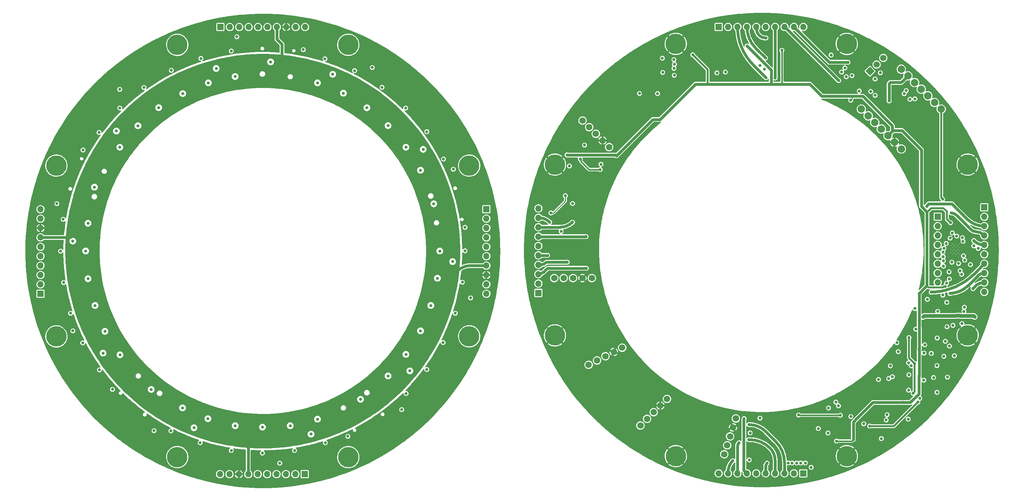
<source format=gbr>
%TF.GenerationSoftware,KiCad,Pcbnew,(6.0.9)*%
%TF.CreationDate,2022-12-31T16:19:11-08:00*%
%TF.ProjectId,LEDArray,4c454441-7272-4617-992e-6b696361645f,rev?*%
%TF.SameCoordinates,Original*%
%TF.FileFunction,Copper,L4,Inr*%
%TF.FilePolarity,Positive*%
%FSLAX46Y46*%
G04 Gerber Fmt 4.6, Leading zero omitted, Abs format (unit mm)*
G04 Created by KiCad (PCBNEW (6.0.9)) date 2022-12-31 16:19:11*
%MOMM*%
%LPD*%
G01*
G04 APERTURE LIST*
G04 Aperture macros list*
%AMHorizOval*
0 Thick line with rounded ends*
0 $1 width*
0 $2 $3 position (X,Y) of the first rounded end (center of the circle)*
0 $4 $5 position (X,Y) of the second rounded end (center of the circle)*
0 Add line between two ends*
20,1,$1,$2,$3,$4,$5,0*
0 Add two circle primitives to create the rounded ends*
1,1,$1,$2,$3*
1,1,$1,$4,$5*%
%AMRotRect*
0 Rectangle, with rotation*
0 The origin of the aperture is its center*
0 $1 length*
0 $2 width*
0 $3 Rotation angle, in degrees counterclockwise*
0 Add horizontal line*
21,1,$1,$2,0,0,$3*%
G04 Aperture macros list end*
%TA.AperFunction,ComponentPad*%
%ADD10C,5.500000*%
%TD*%
%TA.AperFunction,ComponentPad*%
%ADD11C,0.800000*%
%TD*%
%TA.AperFunction,ComponentPad*%
%ADD12R,1.700000X1.700000*%
%TD*%
%TA.AperFunction,ComponentPad*%
%ADD13O,1.700000X1.700000*%
%TD*%
%TA.AperFunction,ComponentPad*%
%ADD14C,0.500000*%
%TD*%
%TA.AperFunction,ComponentPad*%
%ADD15C,1.750000*%
%TD*%
%TA.AperFunction,ComponentPad*%
%ADD16C,2.000000*%
%TD*%
%TA.AperFunction,ComponentPad*%
%ADD17RotRect,1.700000X1.700000X135.000000*%
%TD*%
%TA.AperFunction,ComponentPad*%
%ADD18HorizOval,1.700000X0.000000X0.000000X0.000000X0.000000X0*%
%TD*%
%TA.AperFunction,ViaPad*%
%ADD19C,0.800000*%
%TD*%
%TA.AperFunction,Conductor*%
%ADD20C,0.762000*%
%TD*%
%TA.AperFunction,Conductor*%
%ADD21C,0.508000*%
%TD*%
%TA.AperFunction,Conductor*%
%ADD22C,0.381000*%
%TD*%
%TA.AperFunction,Conductor*%
%ADD23C,0.254000*%
%TD*%
%TA.AperFunction,Conductor*%
%ADD24C,1.016000*%
%TD*%
G04 APERTURE END LIST*
D10*
%TO.N,LED_THERM*%
%TO.C,H7*%
X105200000Y-138600000D03*
%TD*%
D11*
%TO.N,LED_THERM*%
%TO.C,D45*%
X106900000Y-34100000D03*
%TD*%
D12*
%TO.N,/LEDBoard/LEDGroup/Anode*%
%TO.C,J4*%
X22100000Y-94425000D03*
D13*
X22100000Y-91885000D03*
%TO.N,/LEDBoard/K1*%
X22100000Y-89345000D03*
%TO.N,/LEDBoard/K2*%
X22100000Y-86805000D03*
%TO.N,/LEDBoard/K3*%
X22100000Y-84265000D03*
%TO.N,/LEDBoard/K4*%
X22100000Y-81725000D03*
%TO.N,/LEDBoard/K5*%
X22100000Y-79185000D03*
%TO.N,/LEDBoard/K6*%
X22100000Y-76645000D03*
%TO.N,/LEDBoard/K7*%
X22100000Y-74105000D03*
%TO.N,/LEDBoard/K8*%
X22100000Y-71565000D03*
%TD*%
D12*
%TO.N,/DriverBoard/LEDDriver/INA261/IN-*%
%TO.C,J8*%
X156550000Y-94200000D03*
D13*
X156550000Y-91660000D03*
%TO.N,/DriverBoard/LEDDriver/K1*%
X156550000Y-89120000D03*
%TO.N,/DriverBoard/LEDDriver/K2*%
X156550000Y-86580000D03*
%TO.N,/DriverBoard/LEDDriver/K3*%
X156550000Y-84040000D03*
%TO.N,/DriverBoard/LEDDriver/K4*%
X156550000Y-81500000D03*
%TO.N,/DriverBoard/LEDDriver/K5*%
X156550000Y-78960000D03*
%TO.N,/DriverBoard/LEDDriver/K6*%
X156550000Y-76420000D03*
%TO.N,/DriverBoard/LEDDriver/K7*%
X156550000Y-73880000D03*
%TO.N,/DriverBoard/LEDDriver/K8*%
X156550000Y-71340000D03*
%TD*%
D11*
%TO.N,LED_THERM*%
%TO.C,D5*%
X110223654Y-44127989D03*
%TD*%
%TO.N,LED_THERM*%
%TO.C,D72*%
X27500000Y-82900000D03*
%TD*%
%TO.N,LED_THERM*%
%TO.C,D60*%
X99000000Y-134700000D03*
%TD*%
%TO.N,LED_THERM*%
%TO.C,D49*%
X130900000Y-58000000D03*
%TD*%
%TO.N,LED_THERM*%
%TO.C,D15*%
X120764654Y-110802989D03*
%TD*%
%TO.N,LED_THERM*%
%TO.C,D20*%
X89522654Y-130106989D03*
%TD*%
%TO.N,LED_THERM*%
%TO.C,D16*%
X115938654Y-116644989D03*
%TD*%
%TO.N,LED_THERM*%
%TO.C,D14*%
X124701654Y-104452989D03*
%TD*%
D10*
%TO.N,GND*%
%TO.C,H11*%
X272450000Y-105675000D03*
%TD*%
%TO.N,LED_THERM*%
%TO.C,H6*%
X137850000Y-105925000D03*
%TD*%
D11*
%TO.N,LED_THERM*%
%TO.C,D61*%
X90700000Y-136800000D03*
%TD*%
%TO.N,LED_THERM*%
%TO.C,D63*%
X73600000Y-136800000D03*
%TD*%
%TO.N,LED_THERM*%
%TO.C,D21*%
X82029654Y-130487989D03*
%TD*%
D10*
%TO.N,GND*%
%TO.C,H9*%
X239800000Y-26875000D03*
%TD*%
D14*
%TO.N,GND*%
%TO.C,U9*%
X270225000Y-81450000D03*
X268375000Y-81450000D03*
X269300000Y-82375000D03*
X268375000Y-82375000D03*
X270225000Y-83300000D03*
X268375000Y-83300000D03*
X269300000Y-81450000D03*
X270225000Y-82375000D03*
X269300000Y-83300000D03*
%TD*%
D11*
%TO.N,LED_THERM*%
%TO.C,D22*%
X74663654Y-130106989D03*
%TD*%
%TO.N,LED_THERM*%
%TO.C,D81*%
X73600000Y-28800000D03*
%TD*%
%TO.N,LED_THERM*%
%TO.C,D38*%
X54000000Y-44100000D03*
%TD*%
%TO.N,LED_THERM*%
%TO.C,D19*%
X96888654Y-128328989D03*
%TD*%
D10*
%TO.N,GND*%
%TO.C,H13*%
X161000000Y-105675000D03*
%TD*%
D11*
%TO.N,LED_THERM*%
%TO.C,D29*%
X36817654Y-97594989D03*
%TD*%
%TO.N,LED_THERM*%
%TO.C,D11*%
X129908654Y-82862989D03*
%TD*%
%TO.N,LED_THERM*%
%TO.C,D40*%
X67400000Y-37400000D03*
%TD*%
%TO.N,LED_THERM*%
%TO.C,D41*%
X74637492Y-35688246D03*
%TD*%
D15*
%TO.N,unconnected-(U13-Pad1)*%
%TO.C,U13*%
X160820000Y-90195000D03*
%TO.N,unconnected-(U13-Pad2)*%
X163360000Y-90195000D03*
%TO.N,/DriverBoard/PowerInput/Vin*%
X165900000Y-90195000D03*
%TO.N,GND*%
X168440000Y-90195000D03*
%TO.N,Net-(D87-Pad2)*%
X170980000Y-90195000D03*
%TD*%
%TO.N,unconnected-(U12-Pad1)*%
%TO.C,U12*%
X206727245Y-137811077D03*
%TO.N,unconnected-(U12-Pad2)*%
X207512148Y-135395394D03*
%TO.N,/DriverBoard/PowerInput/Vin*%
X208297051Y-132979710D03*
%TO.N,GND*%
X209081954Y-130564026D03*
%TO.N,Net-(D86-Pad2)*%
X209866857Y-128148343D03*
%TD*%
D11*
%TO.N,LED_THERM*%
%TO.C,D65*%
X57300000Y-131500000D03*
%TD*%
%TO.N,LED_THERM*%
%TO.C,D12*%
X129273654Y-90228989D03*
%TD*%
%TO.N,LED_THERM*%
%TO.C,D4*%
X103873654Y-40190989D03*
%TD*%
%TO.N,LED_THERM*%
%TO.C,D32*%
X34912654Y-75369989D03*
%TD*%
%TO.N,LED_THERM*%
%TO.C,D3*%
X96888654Y-37396989D03*
%TD*%
%TO.N,LED_THERM*%
%TO.C,D13*%
X127495654Y-97594989D03*
%TD*%
D10*
%TO.N,LED_THERM*%
%TO.C,H5*%
X26375000Y-105950000D03*
%TD*%
D11*
%TO.N,LED_THERM*%
%TO.C,D70*%
X30200000Y-99700000D03*
%TD*%
D10*
%TO.N,LED_THERM*%
%TO.C,H8*%
X137850000Y-59775000D03*
%TD*%
%TO.N,LED_THERM*%
%TO.C,H1*%
X59025000Y-27125000D03*
%TD*%
D11*
%TO.N,LED_THERM*%
%TO.C,D62*%
X82000000Y-137500000D03*
%TD*%
%TO.N,LED_THERM*%
%TO.C,D73*%
X28200000Y-74300000D03*
%TD*%
%TO.N,LED_THERM*%
%TO.C,D79*%
X57400000Y-34000000D03*
%TD*%
%TO.N,LED_THERM*%
%TO.C,D77*%
X43500000Y-44200000D03*
%TD*%
%TO.N,LED_THERM*%
%TO.C,D69*%
X33500000Y-107700000D03*
%TD*%
%TO.N,LED_THERM*%
%TO.C,D24*%
X60439654Y-125280989D03*
%TD*%
%TO.N,LED_THERM*%
%TO.C,D36*%
X43500000Y-54800000D03*
%TD*%
D12*
%TO.N,/DriverBoard/LEDDriver/INA261/IN-*%
%TO.C,J5*%
X205225000Y-22275000D03*
D13*
X207765000Y-22275000D03*
%TO.N,/DriverBoard/LEDDriver/K1*%
X210305000Y-22275000D03*
%TO.N,/DriverBoard/LEDDriver/K2*%
X212845000Y-22275000D03*
%TO.N,/DriverBoard/LEDDriver/K3*%
X215385000Y-22275000D03*
%TO.N,/DriverBoard/LEDDriver/K4*%
X217925000Y-22275000D03*
%TO.N,/DriverBoard/LEDDriver/K5*%
X220465000Y-22275000D03*
%TO.N,/DriverBoard/LEDDriver/K6*%
X223005000Y-22275000D03*
%TO.N,/DriverBoard/LEDDriver/K7*%
X225545000Y-22275000D03*
%TO.N,/DriverBoard/LEDDriver/K8*%
X228085000Y-22275000D03*
%TD*%
D11*
%TO.N,LED_THERM*%
%TO.C,D80*%
X65400000Y-30800000D03*
%TD*%
D10*
%TO.N,GND*%
%TO.C,H15*%
X193650000Y-138325000D03*
%TD*%
D11*
%TO.N,LED_THERM*%
%TO.C,D37*%
X48400000Y-49000000D03*
%TD*%
D12*
%TO.N,/LEDBoard/LEDGroup/Anode*%
%TO.C,J2*%
X142500000Y-71575000D03*
D13*
X142500000Y-74115000D03*
%TO.N,/LEDBoard/K1*%
X142500000Y-76655000D03*
%TO.N,/LEDBoard/K2*%
X142500000Y-79195000D03*
%TO.N,/LEDBoard/K3*%
X142500000Y-81735000D03*
%TO.N,/LEDBoard/K4*%
X142500000Y-84275000D03*
%TO.N,/LEDBoard/K5*%
X142500000Y-86815000D03*
%TO.N,/LEDBoard/K6*%
X142500000Y-89355000D03*
%TO.N,/LEDBoard/K7*%
X142500000Y-91895000D03*
%TO.N,/LEDBoard/K8*%
X142500000Y-94435000D03*
%TD*%
D15*
%TO.N,unconnected-(U15-Pad1)*%
%TO.C,U15*%
X184082898Y-130042102D03*
%TO.N,unconnected-(U15-Pad2)*%
X185878949Y-128246051D03*
%TO.N,/DriverBoard/PowerInput/Vin*%
X187675000Y-126450000D03*
%TO.N,GND*%
X189471051Y-124653949D03*
%TO.N,Net-(D89-Pad2)*%
X191267102Y-122857898D03*
%TD*%
D10*
%TO.N,GND*%
%TO.C,H12*%
X193625000Y-26850000D03*
%TD*%
D11*
%TO.N,LED_THERM*%
%TO.C,D28*%
X39484654Y-104579989D03*
%TD*%
D15*
%TO.N,unconnected-(U11-Pad1)*%
%TO.C,U11*%
X168457898Y-47582898D03*
%TO.N,unconnected-(U11-Pad2)*%
X170253949Y-49378949D03*
%TO.N,/DriverBoard/PowerInput/Vin*%
X172050000Y-51175000D03*
%TO.N,GND*%
X173846051Y-52971051D03*
%TO.N,/DriverBoard/VSYS*%
X175642102Y-54767102D03*
%TD*%
D12*
%TO.N,/DriverBoard/LEDDriver/INA261/IN-*%
%TO.C,J6*%
X276950000Y-71055000D03*
D13*
X276950000Y-73595000D03*
%TO.N,/DriverBoard/LEDDriver/K1*%
X276950000Y-76135000D03*
%TO.N,/DriverBoard/LEDDriver/K2*%
X276950000Y-78675000D03*
%TO.N,/DriverBoard/LEDDriver/K3*%
X276950000Y-81215000D03*
%TO.N,/DriverBoard/LEDDriver/K4*%
X276950000Y-83755000D03*
%TO.N,/DriverBoard/LEDDriver/K5*%
X276950000Y-86295000D03*
%TO.N,/DriverBoard/LEDDriver/K6*%
X276950000Y-88835000D03*
%TO.N,/DriverBoard/LEDDriver/K7*%
X276950000Y-91375000D03*
%TO.N,/DriverBoard/LEDDriver/K8*%
X276950000Y-93915000D03*
%TD*%
D11*
%TO.N,LED_THERM*%
%TO.C,D8*%
X124701654Y-61018989D03*
%TD*%
%TO.N,LED_THERM*%
%TO.C,D44*%
X98900000Y-30900000D03*
%TD*%
%TO.N,LED_THERM*%
%TO.C,D64*%
X65200000Y-134700000D03*
%TD*%
%TO.N,LED_THERM*%
%TO.C,D54*%
X134100000Y-99700000D03*
%TD*%
D10*
%TO.N,GND*%
%TO.C,H14*%
X161000000Y-59500000D03*
%TD*%
D12*
%TO.N,/DriverBoard/PortExpander/P08*%
%TO.C,J11*%
X264350000Y-73595000D03*
D13*
%TO.N,/DriverBoard/PortExpander/P09*%
X264350000Y-76135000D03*
%TO.N,/DriverBoard/PortExpander/P10*%
X264350000Y-78675000D03*
%TO.N,/DriverBoard/PortExpander/P11*%
X264350000Y-81215000D03*
%TO.N,/DriverBoard/PortExpander/P12*%
X264350000Y-83755000D03*
%TO.N,/DriverBoard/PortExpander/P13*%
X264350000Y-86295000D03*
%TO.N,/DriverBoard/PortExpander/P14*%
X264350000Y-88835000D03*
%TO.N,/DriverBoard/PortExpander/P15*%
X264350000Y-91375000D03*
%TD*%
D11*
%TO.N,LED_THERM*%
%TO.C,D27*%
X43548654Y-110929989D03*
%TD*%
D10*
%TO.N,LED_THERM*%
%TO.C,H2*%
X105200000Y-27100000D03*
%TD*%
D11*
%TO.N,LED_THERM*%
%TO.C,D6*%
X115938654Y-48953989D03*
%TD*%
%TO.N,LED_THERM*%
%TO.C,D78*%
X50006396Y-38657537D03*
%TD*%
%TO.N,LED_THERM*%
%TO.C,D71*%
X28300000Y-91400000D03*
%TD*%
%TO.N,LED_THERM*%
%TO.C,D48*%
X126400000Y-50600000D03*
%TD*%
%TO.N,LED_THERM*%
%TO.C,D55*%
X130800000Y-107600000D03*
%TD*%
%TO.N,LED_THERM*%
%TO.C,D23*%
X67297654Y-128201989D03*
%TD*%
D10*
%TO.N,LED_THERM*%
%TO.C,H4*%
X26375000Y-59775000D03*
%TD*%
D12*
%TO.N,/LEDBoard/LEDGroup/Anode*%
%TO.C,J3*%
X93425000Y-143200000D03*
D13*
X90885000Y-143200000D03*
%TO.N,/LEDBoard/K1*%
X88345000Y-143200000D03*
%TO.N,/LEDBoard/K2*%
X85805000Y-143200000D03*
%TO.N,/LEDBoard/K3*%
X83265000Y-143200000D03*
%TO.N,/LEDBoard/K4*%
X80725000Y-143200000D03*
%TO.N,/LEDBoard/K5*%
X78185000Y-143200000D03*
%TO.N,/LEDBoard/K6*%
X75645000Y-143200000D03*
%TO.N,/LEDBoard/K7*%
X73105000Y-143200000D03*
%TO.N,/LEDBoard/K8*%
X70565000Y-143200000D03*
%TD*%
D12*
%TO.N,/LEDBoard/LEDGroup/Anode*%
%TO.C,J1*%
X70675000Y-22300000D03*
D13*
X73215000Y-22300000D03*
%TO.N,/LEDBoard/K1*%
X75755000Y-22300000D03*
%TO.N,/LEDBoard/K2*%
X78295000Y-22300000D03*
%TO.N,/LEDBoard/K3*%
X80835000Y-22300000D03*
%TO.N,/LEDBoard/K4*%
X83375000Y-22300000D03*
%TO.N,/LEDBoard/K5*%
X85915000Y-22300000D03*
%TO.N,/LEDBoard/K6*%
X88455000Y-22300000D03*
%TO.N,/LEDBoard/K7*%
X90995000Y-22300000D03*
%TO.N,/LEDBoard/K8*%
X93535000Y-22300000D03*
%TD*%
D11*
%TO.N,LED_THERM*%
%TO.C,D68*%
X38000000Y-115000000D03*
%TD*%
D10*
%TO.N,GND*%
%TO.C,H10*%
X272450000Y-59500000D03*
%TD*%
D11*
%TO.N,LED_THERM*%
%TO.C,D7*%
X120764654Y-54795989D03*
%TD*%
%TO.N,LED_THERM*%
%TO.C,D52*%
X136700000Y-82800000D03*
%TD*%
%TO.N,LED_THERM*%
%TO.C,D56*%
X126400000Y-114900000D03*
%TD*%
D16*
%TO.N,/DriverBoard/STROBE*%
%TO.C,U19*%
X265307692Y-44493615D03*
%TO.N,/DriverBoard/GPIO_0*%
X263511641Y-42697564D03*
%TO.N,/DriverBoard/GPIO_1*%
X261715590Y-40901513D03*
%TO.N,/DriverBoard/GPIO_2*%
X259919539Y-39105461D03*
%TO.N,/DriverBoard/SDA*%
X258123487Y-37309410D03*
%TO.N,/DriverBoard/SCL*%
X256327436Y-35513359D03*
%TO.N,/DriverBoard/TX*%
X254531385Y-33717308D03*
%TO.N,/DriverBoard/RX*%
X243755078Y-44493615D03*
%TO.N,Net-(J12-Pad3)*%
X245589187Y-46314186D03*
%TO.N,Net-(J12-Pad2)*%
X247372602Y-48097601D03*
%TO.N,Net-(J12-Pad1)*%
X249150000Y-49875000D03*
%TO.N,VCC*%
X250946052Y-51671051D03*
%TO.N,GND*%
X252742103Y-53467102D03*
%TO.N,/DriverBoard/VSYS*%
X254538154Y-55263153D03*
%TD*%
D11*
%TO.N,LED_THERM*%
%TO.C,D76*%
X37900000Y-50800000D03*
%TD*%
D15*
%TO.N,unconnected-(U14-Pad1)*%
%TO.C,U14*%
X170108095Y-113620742D03*
%TO.N,unconnected-(U14-Pad2)*%
X172371251Y-112467606D03*
%TO.N,/DriverBoard/PowerInput/Vin*%
X174634408Y-111314470D03*
%TO.N,GND*%
X176897565Y-110161334D03*
%TO.N,Net-(D88-Pad2)*%
X179160721Y-109008198D03*
%TD*%
D11*
%TO.N,LED_THERM*%
%TO.C,D30*%
X34912654Y-90355989D03*
%TD*%
D10*
%TO.N,GND*%
%TO.C,H16*%
X239825000Y-138325000D03*
%TD*%
D11*
%TO.N,LED_THERM*%
%TO.C,D31*%
X34277654Y-82862989D03*
%TD*%
D12*
%TO.N,/DriverBoard/LEDDriver/INA261/IN-*%
%TO.C,J7*%
X228075000Y-142975000D03*
D13*
X225535000Y-142975000D03*
%TO.N,/DriverBoard/LEDDriver/K1*%
X222995000Y-142975000D03*
%TO.N,/DriverBoard/LEDDriver/K2*%
X220455000Y-142975000D03*
%TO.N,/DriverBoard/LEDDriver/K3*%
X217915000Y-142975000D03*
%TO.N,/DriverBoard/LEDDriver/K4*%
X215375000Y-142975000D03*
%TO.N,/DriverBoard/LEDDriver/K5*%
X212835000Y-142975000D03*
%TO.N,/DriverBoard/LEDDriver/K6*%
X210295000Y-142975000D03*
%TO.N,/DriverBoard/LEDDriver/K7*%
X207755000Y-142975000D03*
%TO.N,/DriverBoard/LEDDriver/K8*%
X205215000Y-142975000D03*
%TD*%
D11*
%TO.N,LED_THERM*%
%TO.C,D46*%
X114300000Y-38600000D03*
%TD*%
D17*
%TO.N,Net-(J12-Pad1)*%
%TO.C,J12*%
X246082898Y-34242102D03*
D18*
%TO.N,Net-(J12-Pad2)*%
X247878949Y-32446051D03*
%TO.N,Net-(J12-Pad3)*%
X249675000Y-30650000D03*
%TD*%
D11*
%TO.N,LED_THERM*%
%TO.C,D39*%
X60500000Y-40300000D03*
%TD*%
D10*
%TO.N,LED_THERM*%
%TO.C,H3*%
X59025000Y-138575000D03*
%TD*%
D11*
%TO.N,LED_THERM*%
%TO.C,D47*%
X120700000Y-44200000D03*
%TD*%
%TO.N,LED_THERM*%
%TO.C,D53*%
X136000000Y-91300000D03*
%TD*%
%TO.N,LED_THERM*%
%TO.C,D57*%
X120800000Y-121400000D03*
%TD*%
D19*
%TO.N,Net-(BT1-Pad1)*%
X235575000Y-29875000D03*
%TO.N,/LEDBoard/K1*%
X51975000Y-120300000D03*
X36650000Y-65600000D03*
X108500000Y-122950000D03*
X128275000Y-70100000D03*
X84225000Y-31725000D03*
%TO.N,/LEDBoard/K2*%
X41525000Y-120275000D03*
X105075000Y-132975000D03*
X136725000Y-76475000D03*
X33575000Y-55550000D03*
X93050000Y-28400000D03*
%TO.N,/LEDBoard/K3*%
X133375000Y-85725000D03*
X38975000Y-110475000D03*
X101000000Y-35075000D03*
X95125000Y-132375000D03*
X42575000Y-50425000D03*
%TO.N,/LEDBoard/K4*%
X138225000Y-95550000D03*
X43475000Y-39150000D03*
X111675000Y-33225000D03*
X30825000Y-104425000D03*
X86675000Y-140225000D03*
%TO.N,/LEDBoard/K5*%
X54525000Y-39425000D03*
X79075000Y-134025000D03*
X115125000Y-43700000D03*
X129900000Y-101525000D03*
X32425000Y-95675000D03*
%TO.N,/LEDBoard/K6*%
X59875000Y-32375000D03*
X124900000Y-45225000D03*
X27375000Y-88625000D03*
X69350000Y-138475000D03*
X130750000Y-112025000D03*
%TO.N,/LEDBoard/K7*%
X125425000Y-55375000D03*
X63525000Y-130650000D03*
X69525000Y-33500000D03*
X121825000Y-115275000D03*
X30800000Y-80175000D03*
%TO.N,/LEDBoard/K8*%
X119625000Y-125750000D03*
X26500000Y-70050000D03*
X133575000Y-60750000D03*
X52750000Y-131450000D03*
X75100000Y-24925000D03*
%TO.N,Net-(F1-Pad1)*%
X188700000Y-40300000D03*
%TO.N,GND*%
X238150000Y-126075000D03*
X239025000Y-121575000D03*
X261100000Y-101600000D03*
X164950000Y-57950000D03*
%TO.N,VCC*%
X212875000Y-27425000D03*
X259333404Y-109514168D03*
X242412500Y-128312500D03*
X266376204Y-92494671D03*
X267825000Y-75225000D03*
X222300000Y-28575000D03*
X237050000Y-134250000D03*
X262621656Y-110548001D03*
X164275000Y-56875000D03*
X198225000Y-29800000D03*
X254950000Y-123825000D03*
X259350000Y-101650000D03*
X259330954Y-116667500D03*
X240875000Y-42075000D03*
X259350000Y-94349998D03*
%TO.N,Net-(C14-Pad1)*%
X193275000Y-32375000D03*
%TO.N,Net-(C14-Pad2)*%
X193125000Y-31100000D03*
%TO.N,Net-(C15-Pad1)*%
X193225000Y-35350000D03*
%TO.N,Net-(C15-Pad2)*%
X193150000Y-33475000D03*
%TO.N,Net-(C18-Pad1)*%
X190000000Y-30725000D03*
%TO.N,Net-(C19-Pad2)*%
X190100000Y-34575000D03*
%TO.N,Net-(C20-Pad1)*%
X165750000Y-70025000D03*
%TO.N,/DriverBoard/VLED*%
X216375000Y-128050000D03*
%TO.N,Net-(D84-Pad1)*%
X163825000Y-67925000D03*
X159925000Y-72550000D03*
%TO.N,/DriverBoard/GPIO_1*%
X255308143Y-40339878D03*
X256862500Y-41837500D03*
%TO.N,/DriverBoard/GPIO_0*%
X255850000Y-39500000D03*
X258200000Y-41725000D03*
%TO.N,/DriverBoard/LEDDriver/INA261/IN-*%
X234875000Y-125300000D03*
%TO.N,/DriverBoard/LEDDriver/K1*%
X251568319Y-113905500D03*
X169475000Y-87524502D03*
X261390752Y-70802389D03*
X213400000Y-129800000D03*
X218000000Y-35975000D03*
%TO.N,/DriverBoard/LEDDriver/K2*%
X213325000Y-133875000D03*
X268000000Y-72575000D03*
X217875000Y-30675000D03*
X164350000Y-85875000D03*
X240900000Y-127625000D03*
%TO.N,/DriverBoard/LEDDriver/K3*%
X218000000Y-25250000D03*
X266418794Y-107276352D03*
X274122501Y-80023526D03*
X260876612Y-108223949D03*
X218300000Y-140225000D03*
X159018077Y-84040000D03*
%TO.N,/DriverBoard/LEDDriver/K4*%
X274350000Y-100675000D03*
X260450000Y-100700000D03*
%TO.N,/DriverBoard/LEDDriver/K5*%
X169400000Y-78950000D03*
X262625000Y-94026500D03*
X248375000Y-117600000D03*
X220478795Y-36060000D03*
X212102076Y-128172924D03*
%TO.N,/DriverBoard/LEDDriver/K6*%
X267675500Y-94367639D03*
X256575000Y-116350000D03*
X260600000Y-117775000D03*
X165750000Y-75050000D03*
X210725000Y-134700000D03*
X237622225Y-36775347D03*
%TO.N,/DriverBoard/LEDDriver/K7*%
X209025000Y-139575000D03*
X250450000Y-128550000D03*
X240150000Y-31825000D03*
X159575000Y-75075000D03*
X273892001Y-93038829D03*
%TO.N,/DriverBoard/LEDDriver/K8*%
X268875000Y-111175000D03*
X260650000Y-110450000D03*
%TO.N,Net-(F2-Pad1)*%
X183825000Y-40250000D03*
%TO.N,Net-(J10-Pad2)*%
X162675000Y-77525000D03*
%TO.N,/DriverBoard/PowerInput/INA260/IN+*%
X167850000Y-57975000D03*
X173200000Y-60850000D03*
%TO.N,/DriverBoard/LEDDriver/CurrentSource/Out*%
X226800000Y-127200000D03*
X213725000Y-132050000D03*
X238075000Y-127275000D03*
%TO.N,Net-(Q1-Pad4)*%
X249150000Y-133575000D03*
%TO.N,Net-(Q2-Pad4)*%
X264230000Y-106373500D03*
%TO.N,Net-(Q3-Pad4)*%
X264376518Y-99176518D03*
%TO.N,Net-(Q4-Pad4)*%
X256405000Y-128330000D03*
%TO.N,Net-(Q5-Pad4)*%
X264187500Y-121075000D03*
%TO.N,Net-(Q6-Pad4)*%
X256505000Y-120480000D03*
%TO.N,Net-(Q7-Pad4)*%
X264162500Y-113830000D03*
%TO.N,Net-(Q10-Pad4)*%
X256498500Y-113107165D03*
%TO.N,Net-(R15-Pad2)*%
X224025000Y-140175000D03*
X227400000Y-140175000D03*
X225050000Y-140175000D03*
X226275000Y-140175000D03*
X228625000Y-140175000D03*
%TO.N,/DriverBoard/SDA*%
X273199479Y-86548797D03*
X239675000Y-35750000D03*
X238412500Y-34487500D03*
X173441948Y-59402511D03*
X232125000Y-130875000D03*
X271649502Y-85325500D03*
X237561501Y-124711499D03*
X217525000Y-33725000D03*
X266045121Y-82145051D03*
%TO.N,/DriverBoard/SCL*%
X241212500Y-35437500D03*
X164900000Y-59875000D03*
X216400000Y-32700000D03*
X236861484Y-123724999D03*
X251250000Y-42275000D03*
X234725000Y-132075000D03*
X239299502Y-33350000D03*
X265790289Y-83111522D03*
%TO.N,/DriverBoard/STROBE*%
X258125000Y-113275000D03*
X261575000Y-95925000D03*
X258427716Y-103996996D03*
X256603667Y-106278667D03*
X252125000Y-116850000D03*
X265700000Y-68850000D03*
X253705793Y-110082999D03*
X259025000Y-123725000D03*
X246000000Y-130200000D03*
X257725000Y-121325000D03*
%TO.N,/DriverBoard/LEDDriver/ENABLE2*%
X244400000Y-129575000D03*
X266874300Y-103343373D03*
X266733550Y-91561232D03*
X265900000Y-85500000D03*
X266033902Y-111327604D03*
X266815558Y-96750233D03*
%TO.N,/DriverBoard/LEDDriver/ENABLE3*%
X267502456Y-90422544D03*
X265925000Y-86950000D03*
X267525000Y-108550000D03*
%TO.N,/DriverBoard/LEDDriver/ENABLE4*%
X268200000Y-85900000D03*
X258200000Y-98425000D03*
%TO.N,/DriverBoard/LEDDriver/ENABLE7*%
X267000000Y-116975000D03*
X270850619Y-89165702D03*
X250700000Y-127125000D03*
%TO.N,/DriverBoard/LEDDriver/ENABLE6*%
X270425000Y-88200000D03*
X259525000Y-122675000D03*
X268472856Y-102949311D03*
X271575000Y-98050000D03*
X263250000Y-117075000D03*
%TO.N,/DriverBoard/LEDDriver/ENABLE5*%
X251125000Y-117350000D03*
X269999001Y-86227431D03*
X271450000Y-99200000D03*
%TO.N,/DriverBoard/LEDDriver/ENABLE8*%
X271330856Y-84183237D03*
X257225000Y-113900000D03*
X270900000Y-102475000D03*
%TO.N,/DriverBoard/TX*%
X243175000Y-39600000D03*
X204750000Y-34700000D03*
%TO.N,/DriverBoard/RX*%
X207025000Y-34475000D03*
%TO.N,/DriverBoard/PowerInput/Vin*%
X169000000Y-54225000D03*
%TO.N,/DriverBoard/LEDDriver/CurrentSource/Rset*%
X213475000Y-139350000D03*
X230200000Y-141375000D03*
%TO.N,Net-(J12-Pad3)*%
X246275000Y-39725000D03*
X248875000Y-34675000D03*
%TO.N,Net-(J12-Pad2)*%
X247475000Y-40775000D03*
X247450000Y-36350000D03*
%TO.N,/DriverBoard/LEDDriver/ENABLE1*%
X265750000Y-94775000D03*
X265850000Y-84400000D03*
X253344181Y-107644181D03*
%TO.N,/DriverBoard/PortExpander/P08*%
X275300000Y-82175000D03*
%TO.N,/DriverBoard/PortExpander/P09*%
X274125000Y-81475500D03*
%TO.N,/DriverBoard/PortExpander/P10*%
X271200000Y-80250000D03*
%TO.N,/DriverBoard/PortExpander/P11*%
X271025227Y-79265896D03*
%TO.N,/DriverBoard/PortExpander/P12*%
X269500000Y-78825000D03*
%TO.N,/DriverBoard/PortExpander/P13*%
X268316052Y-77950500D03*
%TO.N,/DriverBoard/PortExpander/P14*%
X267425000Y-88498500D03*
X267730603Y-79375500D03*
%TO.N,/DriverBoard/PortExpander/P15*%
X266656729Y-80824500D03*
%TD*%
D20*
%TO.N,/LEDBoard/K5*%
X129900000Y-99933935D02*
X129900000Y-101525000D01*
X85915000Y-22300000D02*
X85915000Y-25567584D01*
X87281000Y-26933584D02*
X87281000Y-31181344D01*
X22100000Y-79185000D02*
X29991239Y-79185000D01*
X85915000Y-25567584D02*
X87281000Y-26933584D01*
X86694000Y-31756000D02*
X86150000Y-32300000D01*
X87281000Y-31181344D02*
X86706344Y-31756000D01*
X86706344Y-31756000D02*
X86694000Y-31756000D01*
X142500000Y-86815000D02*
X138154041Y-86815000D01*
X78185000Y-143200000D02*
X78185000Y-136173650D01*
X86150000Y-32300000D02*
X86150000Y-32950000D01*
X129900015Y-99933935D02*
G75*
G02*
X134750000Y-88225000I16558885J35D01*
G01*
X79074985Y-134024985D02*
G75*
G03*
X78185000Y-136173650I2148615J-2148615D01*
G01*
X134749988Y-88224988D02*
G75*
G02*
X138154041Y-86815000I3404012J-3404012D01*
G01*
X30799989Y-78849989D02*
G75*
G02*
X29991239Y-79185000I-808789J808789D01*
G01*
%TO.N,VCC*%
X219425000Y-37750000D02*
X219425000Y-33975000D01*
D21*
X266775000Y-72100000D02*
X266800000Y-72125000D01*
D20*
X244150000Y-41025000D02*
X241250000Y-41025000D01*
D22*
X222325000Y-28600000D02*
X222300000Y-28575000D01*
D20*
X250946052Y-51671051D02*
X252317103Y-50300000D01*
X259408216Y-109439356D02*
X259333404Y-109514168D01*
D22*
X237050000Y-134250000D02*
X241175000Y-134250000D01*
D21*
X262575000Y-71275000D02*
X265950000Y-71275000D01*
D20*
X233100000Y-41025000D02*
X229825000Y-37750000D01*
X259350000Y-116648454D02*
X259350000Y-109530764D01*
D21*
X261450000Y-72275000D02*
X261575000Y-72275000D01*
X202200000Y-33775000D02*
X198225000Y-29800000D01*
D20*
X254725000Y-50300000D02*
X259950000Y-55525000D01*
D21*
X266800000Y-72125000D02*
X266800000Y-74275000D01*
D20*
X252317103Y-50300000D02*
X254725000Y-50300000D01*
D23*
X241250000Y-41700000D02*
X241250000Y-41025000D01*
D20*
X246900000Y-123825000D02*
X254950000Y-123825000D01*
X259950000Y-70775000D02*
X261450000Y-72275000D01*
D21*
X267750000Y-75225000D02*
X267825000Y-75225000D01*
D20*
X202200000Y-37750000D02*
X219425000Y-37750000D01*
D22*
X241175000Y-134250000D02*
X241600000Y-133825000D01*
D20*
X259408216Y-103590859D02*
X259408216Y-109439356D01*
X242412500Y-128312500D02*
X241750000Y-128975000D01*
X222325000Y-37750000D02*
X219425000Y-37750000D01*
X259350000Y-109530764D02*
X259333404Y-109514168D01*
X256975000Y-123825000D02*
X259330954Y-121469046D01*
X189375000Y-47300000D02*
X187450000Y-47300000D01*
D21*
X261575000Y-72275000D02*
X262575000Y-71275000D01*
D20*
X241750000Y-128975000D02*
X241600000Y-129125000D01*
X252125000Y-49000000D02*
X244150000Y-41025000D01*
X241600000Y-129125000D02*
X241600000Y-133825000D01*
D22*
X222325000Y-37750000D02*
X222325000Y-28600000D01*
D20*
X259350000Y-101650000D02*
X259350000Y-103532643D01*
D21*
X261879000Y-92679000D02*
X265821000Y-92679000D01*
D20*
X241250000Y-41025000D02*
X233100000Y-41025000D01*
X252125000Y-50492103D02*
X252125000Y-49000000D01*
D21*
X266005329Y-92494671D02*
X266376204Y-92494671D01*
D20*
X219425000Y-33975000D02*
X212875000Y-27425000D01*
X187450000Y-47300000D02*
X177600000Y-57150000D01*
X261450000Y-92250000D02*
X259350000Y-94349998D01*
X177375000Y-56925000D02*
X164325000Y-56925000D01*
X250946052Y-51671051D02*
X252125000Y-50492103D01*
X261450000Y-72275000D02*
X261450000Y-92250000D01*
X229825000Y-37750000D02*
X222325000Y-37750000D01*
D21*
X265950000Y-71275000D02*
X266775000Y-72100000D01*
D20*
X164325000Y-56925000D02*
X164275000Y-56875000D01*
X254950000Y-123825000D02*
X256975000Y-123825000D01*
X202200000Y-37750000D02*
X198925000Y-37750000D01*
D23*
X240875000Y-42075000D02*
X241250000Y-41700000D01*
D20*
X259350000Y-101650000D02*
X259350000Y-94349998D01*
D21*
X265821000Y-92679000D02*
X266005329Y-92494671D01*
X266800000Y-74275000D02*
X267750000Y-75225000D01*
D20*
X259950000Y-55525000D02*
X259950000Y-70775000D01*
X177600000Y-57150000D02*
X177375000Y-56925000D01*
X259350000Y-103532643D02*
X259408216Y-103590859D01*
D21*
X202200000Y-37750000D02*
X202200000Y-33775000D01*
D20*
X198925000Y-37750000D02*
X189375000Y-47300000D01*
X259330954Y-121469046D02*
X259330954Y-116667500D01*
X246900000Y-123825000D02*
X242412500Y-128312500D01*
D21*
X261450000Y-92250000D02*
X261879000Y-92679000D01*
D20*
X259330954Y-116667500D02*
X259350000Y-116648454D01*
D23*
%TO.N,Net-(D84-Pad1)*%
X163825000Y-69375000D02*
X160650000Y-72550000D01*
X163825000Y-67925000D02*
X163825000Y-69375000D01*
X160650000Y-72550000D02*
X159925000Y-72550000D01*
D20*
%TO.N,/DriverBoard/LEDDriver/K1*%
X159481532Y-87524502D02*
X169475000Y-87524502D01*
X222995000Y-142975000D02*
X222995000Y-140096686D01*
X157924221Y-88550779D02*
X158575000Y-87900000D01*
X214551176Y-32526176D02*
X218000000Y-35975000D01*
X261925000Y-70100000D02*
X261390752Y-70634248D01*
X220625000Y-134375000D02*
X217923833Y-131673833D01*
X272272528Y-74197527D02*
X268174999Y-70100000D01*
X268174999Y-70100000D02*
X261925000Y-70100000D01*
X261390752Y-70634248D02*
X261390752Y-70802389D01*
X159481532Y-87524516D02*
G75*
G03*
X158575000Y-87900000I-32J-1281984D01*
G01*
X214551166Y-32526186D02*
G75*
G02*
X210305000Y-22275000I10251234J10251186D01*
G01*
X213400000Y-129800010D02*
G75*
G02*
X217923833Y-131673833I0J-6397690D01*
G01*
X220624996Y-134375004D02*
G75*
G02*
X222995000Y-140096686I-5721696J-5721696D01*
G01*
X157924212Y-88550770D02*
G75*
G02*
X156550000Y-89120000I-1374212J1374170D01*
G01*
X272272537Y-74197518D02*
G75*
G03*
X276950000Y-76135000I4677463J4677418D01*
G01*
%TO.N,/DriverBoard/LEDDriver/K2*%
X213582665Y-133875000D02*
X213325000Y-133875000D01*
X273323959Y-77048959D02*
X269451041Y-73176041D01*
X158866421Y-85875000D02*
X164350000Y-85875000D01*
X276950000Y-78675000D02*
X276738173Y-78463173D01*
X220455000Y-142975000D02*
X220455000Y-139481614D01*
X215227950Y-28027950D02*
X217875000Y-30675000D01*
X156550000Y-86580000D02*
X157164401Y-86580000D01*
X213582665Y-133875015D02*
G75*
G02*
X219075000Y-136150000I35J-7767285D01*
G01*
X268000000Y-72575006D02*
G75*
G02*
X269451041Y-73176041I0J-2052094D01*
G01*
X273323955Y-77048963D02*
G75*
G03*
X274775000Y-77650000I1451045J1451063D01*
G01*
X219075004Y-136149996D02*
G75*
G02*
X220455000Y-139481614I-3331604J-3331604D01*
G01*
X274775000Y-77649987D02*
G75*
G02*
X276738173Y-78463173I0J-2776313D01*
G01*
X215227950Y-28027950D02*
G75*
G02*
X212845000Y-22275000I5752950J5752950D01*
G01*
X158866421Y-85875009D02*
G75*
G03*
X158625000Y-85975000I-21J-341391D01*
G01*
X158625000Y-85975000D02*
G75*
G02*
X157164401Y-86580000I-1460600J1460600D01*
G01*
%TO.N,/DriverBoard/LEDDriver/K3*%
X217804594Y-25250000D02*
X218000000Y-25250000D01*
X217915000Y-142975000D02*
X217915000Y-141154472D01*
X274122501Y-80069463D02*
X274122501Y-80023526D01*
X156550000Y-84040000D02*
X159018077Y-84040000D01*
X215385000Y-22275000D02*
X215385000Y-22667772D01*
X274216282Y-80163244D02*
X274122501Y-80069463D01*
X218300008Y-140225008D02*
G75*
G03*
X217915000Y-141154472I929492J-929492D01*
G01*
X274216291Y-80163234D02*
G75*
G03*
X276950000Y-81214999I2737609J3036934D01*
G01*
X217804594Y-25250002D02*
G75*
G02*
X216175000Y-24575000I6J2304602D01*
G01*
X216174992Y-24575008D02*
G75*
G02*
X215385000Y-22667772I1907208J1907208D01*
G01*
D24*
%TO.N,/DriverBoard/LEDDriver/K4*%
X269335090Y-100418813D02*
X269411408Y-100342495D01*
X269411408Y-100342495D02*
X270328892Y-100342495D01*
X270405210Y-100418813D02*
X274093813Y-100418813D01*
X260731187Y-100418813D02*
X269335090Y-100418813D01*
X270328892Y-100342495D02*
X270405210Y-100418813D01*
X260450000Y-100700000D02*
X260731187Y-100418813D01*
X274093813Y-100418813D02*
X274350000Y-100675000D01*
D20*
%TO.N,/DriverBoard/LEDDriver/K5*%
X156550000Y-78960000D02*
X169375858Y-78960000D01*
X212835000Y-142975000D02*
X211985000Y-142125000D01*
X220469294Y-36050499D02*
X220478795Y-36060000D01*
X211985000Y-128290000D02*
X212102076Y-128172924D01*
X220465000Y-22275000D02*
X220465000Y-36005148D01*
X211985000Y-142125000D02*
X211985000Y-128290000D01*
X220469294Y-36050358D02*
X220469294Y-36050499D01*
X263809781Y-93908885D02*
X262742615Y-93908885D01*
X262742615Y-93908885D02*
X262625000Y-94026500D01*
X276950000Y-86295000D02*
X274011403Y-89233597D01*
X263809782Y-93908897D02*
G75*
G03*
X274011403Y-89233597I-1196482J16078497D01*
G01*
X220469295Y-36050358D02*
G75*
G02*
X220465001Y-36005148I516305J71858D01*
G01*
X169400012Y-78950012D02*
G75*
G02*
X169375858Y-78960000I-24112J24112D01*
G01*
%TO.N,/DriverBoard/LEDDriver/K6*%
X210295000Y-142975000D02*
X210295000Y-135738111D01*
X156550000Y-76420000D02*
X162442528Y-76420000D01*
X272409189Y-92340811D02*
X275183145Y-89566856D01*
X268566465Y-94207454D02*
X267835685Y-94207454D01*
X223167175Y-22342175D02*
X237600347Y-36775347D01*
X267835685Y-94207454D02*
X267675500Y-94367639D01*
X237600347Y-36775347D02*
X237622225Y-36775347D01*
X223167165Y-22342185D02*
G75*
G03*
X223005000Y-22275000I-162165J-162115D01*
G01*
X268566463Y-94207436D02*
G75*
G03*
X272409189Y-92340811I-780663J6495836D01*
G01*
X210724997Y-134699997D02*
G75*
G03*
X210295000Y-135738111I1038103J-1038103D01*
G01*
X165749992Y-75049992D02*
G75*
G02*
X162442528Y-76420000I-3307492J3307492D01*
G01*
X275183147Y-89566858D02*
G75*
G02*
X276950000Y-88835000I1766853J-1766842D01*
G01*
%TO.N,/DriverBoard/LEDDriver/K7*%
X156550000Y-73880000D02*
X156690015Y-73880000D01*
X273892001Y-92952774D02*
X273892001Y-93038829D01*
X235095000Y-31825000D02*
X240150000Y-31825000D01*
X274659427Y-92185348D02*
X273892001Y-92952774D01*
X225545000Y-22275000D02*
X235095000Y-31825000D01*
X207755000Y-142975000D02*
X207755000Y-142641051D01*
X274659436Y-92185360D02*
G75*
G02*
X276950000Y-91375000I2298264J-2853840D01*
G01*
X159574996Y-75075004D02*
G75*
G03*
X156690015Y-73880000I-2884996J-2884996D01*
G01*
X209025014Y-139575014D02*
G75*
G03*
X207755000Y-142641051I3066086J-3066086D01*
G01*
D22*
%TO.N,/DriverBoard/PowerInput/INA260/IN+*%
X173200000Y-60850000D02*
X170250000Y-60850000D01*
X168050000Y-58175000D02*
X167850000Y-57975000D01*
X168050000Y-58650000D02*
X168050000Y-58175000D01*
X170250000Y-60850000D02*
X168050000Y-58650000D01*
%TO.N,/DriverBoard/LEDDriver/CurrentSource/Out*%
X238075000Y-127275000D02*
X226875000Y-127275000D01*
X226875000Y-127275000D02*
X226800000Y-127200000D01*
D20*
%TO.N,/DriverBoard/SCL*%
X256327436Y-35513359D02*
X254565795Y-37275000D01*
X251625000Y-37275000D02*
X254565795Y-37275000D01*
X251250000Y-37650000D02*
X251250000Y-42275000D01*
X251350000Y-37550000D02*
X251250000Y-37650000D01*
X251625000Y-37275000D02*
X251350000Y-37550000D01*
D21*
%TO.N,/DriverBoard/STROBE*%
X258125000Y-120925000D02*
X257725000Y-121325000D01*
X258125000Y-113275000D02*
X256603667Y-111753667D01*
X265307692Y-44493615D02*
X265307692Y-68457692D01*
X252550000Y-130200000D02*
X246000000Y-130200000D01*
X256603667Y-111753667D02*
X256603667Y-106278667D01*
X259025000Y-123725000D02*
X252550000Y-130200000D01*
X265307692Y-68457692D02*
X265700000Y-68850000D01*
X258125000Y-113275000D02*
X258125000Y-120925000D01*
%TD*%
%TA.AperFunction,Conductor*%
%TO.N,/LEDBoard/K5*%
G36*
X83010805Y-29576092D02*
G01*
X83509003Y-29582613D01*
X83512265Y-29582699D01*
X84270761Y-29612500D01*
X84904465Y-29637398D01*
X84907759Y-29637571D01*
X86298001Y-29728693D01*
X86301289Y-29728952D01*
X87365016Y-29826694D01*
X87688639Y-29856431D01*
X87691907Y-29856773D01*
X89075565Y-30020541D01*
X89078778Y-30020964D01*
X90457616Y-30220886D01*
X90460840Y-30221396D01*
X91833994Y-30457348D01*
X91837172Y-30457937D01*
X92718639Y-30633271D01*
X93203668Y-30729750D01*
X93206895Y-30730436D01*
X94565770Y-31037918D01*
X94568977Y-31038688D01*
X95919348Y-31381638D01*
X95922534Y-31382492D01*
X97263411Y-31760658D01*
X97266574Y-31761595D01*
X98597193Y-32174764D01*
X98600330Y-32175783D01*
X99919585Y-32623609D01*
X99922693Y-32624709D01*
X100468437Y-32826045D01*
X101229824Y-33106936D01*
X101232903Y-33108118D01*
X102526929Y-33624382D01*
X102529977Y-33625644D01*
X103810096Y-34175626D01*
X103813109Y-34176968D01*
X105078368Y-34760261D01*
X105081302Y-34761661D01*
X106213157Y-35319829D01*
X106330887Y-35377887D01*
X106333826Y-35379385D01*
X107566801Y-36028085D01*
X107569682Y-36029648D01*
X108785347Y-36710454D01*
X108788114Y-36712052D01*
X108806573Y-36723034D01*
X109985489Y-37424416D01*
X109988301Y-37426139D01*
X111166602Y-38169591D01*
X111169365Y-38171385D01*
X112318810Y-38939419D01*
X112327794Y-38945422D01*
X112330499Y-38947281D01*
X113320807Y-39647162D01*
X113468278Y-39751384D01*
X113470937Y-39753316D01*
X114562292Y-40568268D01*
X114587279Y-40586927D01*
X114589881Y-40588923D01*
X115052422Y-40953562D01*
X115684037Y-41451487D01*
X115686600Y-41453563D01*
X116757742Y-42344422D01*
X116760251Y-42346564D01*
X117807757Y-43265203D01*
X117810208Y-43267410D01*
X118833288Y-44213136D01*
X118835681Y-44215407D01*
X119133232Y-44505268D01*
X119833672Y-45187606D01*
X119835964Y-45189898D01*
X120095342Y-45456157D01*
X120808163Y-46187889D01*
X120810434Y-46190282D01*
X121756160Y-47213362D01*
X121758367Y-47215813D01*
X122677006Y-48263319D01*
X122679148Y-48265828D01*
X123570007Y-49336970D01*
X123572083Y-49339533D01*
X123888753Y-49741226D01*
X124422622Y-50418435D01*
X124434635Y-50433674D01*
X124436631Y-50436275D01*
X125106620Y-51333500D01*
X125270247Y-51552623D01*
X125272178Y-51555282D01*
X125749175Y-52230215D01*
X126076280Y-52693058D01*
X126078148Y-52695776D01*
X126852182Y-53854201D01*
X126853979Y-53856968D01*
X127597431Y-55035269D01*
X127599154Y-55038081D01*
X127923482Y-55583226D01*
X128289301Y-56198112D01*
X128311508Y-56235439D01*
X128313116Y-56238223D01*
X128881305Y-57252796D01*
X128993912Y-57453870D01*
X128995485Y-57456769D01*
X129644185Y-58689744D01*
X129645682Y-58692681D01*
X129942286Y-59294134D01*
X130261899Y-59942246D01*
X130263309Y-59945202D01*
X130568737Y-60607726D01*
X130846602Y-61210461D01*
X130847944Y-61213474D01*
X131397926Y-62493593D01*
X131399188Y-62496641D01*
X131915452Y-63790667D01*
X131916634Y-63793746D01*
X132398860Y-65100875D01*
X132399961Y-65103985D01*
X132847787Y-66423240D01*
X132848806Y-66426377D01*
X133261975Y-67756996D01*
X133262910Y-67760151D01*
X133389861Y-68210287D01*
X133641078Y-69101036D01*
X133641932Y-69104222D01*
X133984882Y-70454593D01*
X133985652Y-70457800D01*
X134293134Y-71816675D01*
X134293820Y-71819902D01*
X134531521Y-73014901D01*
X134565627Y-73186365D01*
X134566222Y-73189576D01*
X134799810Y-74548974D01*
X134802171Y-74562713D01*
X134802684Y-74565954D01*
X135001225Y-75935263D01*
X135002602Y-75944763D01*
X135003029Y-75948005D01*
X135042145Y-76278489D01*
X135166796Y-77331657D01*
X135167140Y-77334938D01*
X135294618Y-78722281D01*
X135294877Y-78725569D01*
X135385999Y-80115811D01*
X135386172Y-80119105D01*
X135440871Y-81511287D01*
X135440957Y-81514585D01*
X135459193Y-82907682D01*
X135459193Y-82910980D01*
X135440957Y-84304077D01*
X135440871Y-84307357D01*
X135420382Y-84828861D01*
X135386172Y-85699557D01*
X135385999Y-85702851D01*
X135294877Y-87093093D01*
X135294618Y-87096381D01*
X135167140Y-88483724D01*
X135166797Y-88486999D01*
X135008462Y-89824763D01*
X135003033Y-89870629D01*
X135002606Y-89873870D01*
X134802687Y-91252691D01*
X134802174Y-91255932D01*
X134659554Y-92085931D01*
X134566228Y-92629054D01*
X134565633Y-92632264D01*
X134420810Y-93360340D01*
X134293820Y-93998760D01*
X134293134Y-94001987D01*
X133985652Y-95360862D01*
X133984882Y-95364069D01*
X133641932Y-96714440D01*
X133641078Y-96717626D01*
X133338301Y-97791195D01*
X133262912Y-98058503D01*
X133261975Y-98061666D01*
X132848806Y-99392285D01*
X132847787Y-99395422D01*
X132399961Y-100714677D01*
X132398860Y-100717787D01*
X131916634Y-102024916D01*
X131915452Y-102027995D01*
X131399188Y-103322021D01*
X131397926Y-103325069D01*
X130847944Y-104605188D01*
X130846602Y-104608201D01*
X130790317Y-104730292D01*
X130458456Y-105450155D01*
X130263319Y-105873439D01*
X130261899Y-105876416D01*
X129645683Y-107125979D01*
X129644185Y-107128918D01*
X128995485Y-108361893D01*
X128993922Y-108364774D01*
X128313116Y-109580439D01*
X128311518Y-109583206D01*
X128249313Y-109687763D01*
X127599154Y-110780581D01*
X127597431Y-110783393D01*
X127008227Y-111717226D01*
X126931716Y-111838489D01*
X126853979Y-111961694D01*
X126852185Y-111964457D01*
X126280782Y-112819623D01*
X126078148Y-113122886D01*
X126076289Y-113125591D01*
X125624310Y-113765126D01*
X125272186Y-114263370D01*
X125270254Y-114266029D01*
X124653746Y-115091635D01*
X124436643Y-115382371D01*
X124434647Y-115384973D01*
X124157534Y-115736489D01*
X123572083Y-116479129D01*
X123570007Y-116481692D01*
X122679148Y-117552834D01*
X122677006Y-117555343D01*
X121758367Y-118602849D01*
X121756160Y-118605300D01*
X120810434Y-119628380D01*
X120808163Y-119630773D01*
X120512063Y-119934729D01*
X119835964Y-120628764D01*
X119833672Y-120631056D01*
X119582547Y-120875691D01*
X118835681Y-121603255D01*
X118833288Y-121605526D01*
X117810208Y-122551252D01*
X117807757Y-122553459D01*
X116760251Y-123472098D01*
X116757742Y-123474240D01*
X115686600Y-124365099D01*
X115684037Y-124367175D01*
X115052422Y-124865100D01*
X114628697Y-125199139D01*
X114589896Y-125229727D01*
X114587295Y-125231723D01*
X113470947Y-126065339D01*
X113468288Y-126067270D01*
X112537481Y-126725101D01*
X112330512Y-126871372D01*
X112327808Y-126873231D01*
X111347824Y-127528034D01*
X111169369Y-127647274D01*
X111166602Y-127649071D01*
X109988301Y-128392523D01*
X109985489Y-128394246D01*
X109202266Y-128860215D01*
X108846028Y-129072155D01*
X108788131Y-129106600D01*
X108785347Y-129108208D01*
X107569682Y-129789014D01*
X107566801Y-129790577D01*
X106333826Y-130439277D01*
X106330889Y-130440774D01*
X105081302Y-131057001D01*
X105078368Y-131058401D01*
X104193134Y-131466500D01*
X103813109Y-131641694D01*
X103810096Y-131643036D01*
X102984544Y-131997721D01*
X102529977Y-132193018D01*
X102526929Y-132194280D01*
X101232903Y-132710544D01*
X101229824Y-132711726D01*
X99922695Y-133193952D01*
X99919585Y-133195053D01*
X98600330Y-133642879D01*
X98597193Y-133643898D01*
X97266574Y-134057067D01*
X97263411Y-134058004D01*
X95922534Y-134436170D01*
X95919348Y-134437024D01*
X94568977Y-134779974D01*
X94565770Y-134780744D01*
X93206895Y-135088226D01*
X93203668Y-135088912D01*
X92718639Y-135185391D01*
X91837172Y-135360725D01*
X91833994Y-135361314D01*
X90460840Y-135597266D01*
X90457616Y-135597776D01*
X89078778Y-135797698D01*
X89075565Y-135798121D01*
X87691907Y-135961889D01*
X87688639Y-135962231D01*
X87365016Y-135991968D01*
X86301289Y-136089710D01*
X86298001Y-136089969D01*
X84907759Y-136181091D01*
X84904465Y-136181264D01*
X84270761Y-136206162D01*
X83512265Y-136235963D01*
X83509003Y-136236049D01*
X83010805Y-136242570D01*
X82115888Y-136254285D01*
X82112590Y-136254285D01*
X81217673Y-136242570D01*
X80719475Y-136236049D01*
X80716213Y-136235963D01*
X79957717Y-136206162D01*
X79324013Y-136181264D01*
X79320719Y-136181091D01*
X77930477Y-136089969D01*
X77927189Y-136089710D01*
X76863462Y-135991968D01*
X76539839Y-135962231D01*
X76536571Y-135961889D01*
X75152913Y-135798121D01*
X75149700Y-135797698D01*
X73770862Y-135597776D01*
X73767638Y-135597266D01*
X72394484Y-135361314D01*
X72391306Y-135360725D01*
X71509839Y-135185391D01*
X71024810Y-135088912D01*
X71021583Y-135088226D01*
X69662708Y-134780744D01*
X69659501Y-134779974D01*
X68309130Y-134437024D01*
X68305944Y-134436170D01*
X66965067Y-134058004D01*
X66961904Y-134057067D01*
X65631285Y-133643898D01*
X65628148Y-133642879D01*
X64308893Y-133195053D01*
X64305783Y-133193952D01*
X62998654Y-132711726D01*
X62995575Y-132710544D01*
X62154527Y-132375000D01*
X94211496Y-132375000D01*
X94212186Y-132381565D01*
X94223654Y-132490673D01*
X94231458Y-132564928D01*
X94290473Y-132746556D01*
X94385960Y-132911944D01*
X94513747Y-133053866D01*
X94668248Y-133166118D01*
X94674276Y-133168802D01*
X94674278Y-133168803D01*
X94710031Y-133184721D01*
X94842712Y-133243794D01*
X94936112Y-133263647D01*
X95023056Y-133282128D01*
X95023061Y-133282128D01*
X95029513Y-133283500D01*
X95220487Y-133283500D01*
X95226939Y-133282128D01*
X95226944Y-133282128D01*
X95313888Y-133263647D01*
X95407288Y-133243794D01*
X95539969Y-133184721D01*
X95575722Y-133168803D01*
X95575724Y-133168802D01*
X95581752Y-133166118D01*
X95736253Y-133053866D01*
X95864040Y-132911944D01*
X95959527Y-132746556D01*
X96018542Y-132564928D01*
X96026347Y-132490673D01*
X96037814Y-132381565D01*
X96038504Y-132375000D01*
X96018542Y-132185072D01*
X95959527Y-132003444D01*
X95864040Y-131838056D01*
X95849184Y-131821556D01*
X95740675Y-131701045D01*
X95740674Y-131701044D01*
X95736253Y-131696134D01*
X95581752Y-131583882D01*
X95575724Y-131581198D01*
X95575722Y-131581197D01*
X95413319Y-131508891D01*
X95413318Y-131508891D01*
X95407288Y-131506206D01*
X95313888Y-131486353D01*
X95226944Y-131467872D01*
X95226939Y-131467872D01*
X95220487Y-131466500D01*
X95029513Y-131466500D01*
X95023061Y-131467872D01*
X95023056Y-131467872D01*
X94936112Y-131486353D01*
X94842712Y-131506206D01*
X94836682Y-131508891D01*
X94836681Y-131508891D01*
X94674278Y-131581197D01*
X94674276Y-131581198D01*
X94668248Y-131583882D01*
X94513747Y-131696134D01*
X94509326Y-131701044D01*
X94509325Y-131701045D01*
X94400817Y-131821556D01*
X94385960Y-131838056D01*
X94290473Y-132003444D01*
X94231458Y-132185072D01*
X94211496Y-132375000D01*
X62154527Y-132375000D01*
X61701549Y-132194280D01*
X61698501Y-132193018D01*
X61243935Y-131997721D01*
X60418382Y-131643036D01*
X60415369Y-131641694D01*
X60035344Y-131466500D01*
X59150110Y-131058401D01*
X59147176Y-131057001D01*
X58321858Y-130650000D01*
X62611496Y-130650000D01*
X62612186Y-130656565D01*
X62629483Y-130821134D01*
X62631458Y-130839928D01*
X62690473Y-131021556D01*
X62693776Y-131027278D01*
X62693777Y-131027279D01*
X62723317Y-131078444D01*
X62785960Y-131186944D01*
X62790378Y-131191851D01*
X62790379Y-131191852D01*
X62851805Y-131260072D01*
X62913747Y-131328866D01*
X63068248Y-131441118D01*
X63074276Y-131443802D01*
X63074278Y-131443803D01*
X63220469Y-131508891D01*
X63242712Y-131518794D01*
X63336112Y-131538647D01*
X63423056Y-131557128D01*
X63423061Y-131557128D01*
X63429513Y-131558500D01*
X63620487Y-131558500D01*
X63626939Y-131557128D01*
X63626944Y-131557128D01*
X63713888Y-131538647D01*
X63807288Y-131518794D01*
X63829531Y-131508891D01*
X63975722Y-131443803D01*
X63975724Y-131443802D01*
X63981752Y-131441118D01*
X64136253Y-131328866D01*
X64198195Y-131260072D01*
X64259621Y-131191852D01*
X64259622Y-131191851D01*
X64264040Y-131186944D01*
X64326683Y-131078444D01*
X64356223Y-131027279D01*
X64356224Y-131027278D01*
X64359527Y-131021556D01*
X64418542Y-130839928D01*
X64420518Y-130821134D01*
X64437814Y-130656565D01*
X64438504Y-130650000D01*
X64433974Y-130606898D01*
X64419232Y-130466635D01*
X64419232Y-130466633D01*
X64418542Y-130460072D01*
X64359527Y-130278444D01*
X64264040Y-130113056D01*
X64258577Y-130106989D01*
X73750150Y-130106989D01*
X73770112Y-130296917D01*
X73829127Y-130478545D01*
X73832430Y-130484267D01*
X73832431Y-130484268D01*
X73838370Y-130494554D01*
X73924614Y-130643933D01*
X73929032Y-130648840D01*
X73929033Y-130648841D01*
X73948994Y-130671010D01*
X74052401Y-130785855D01*
X74206902Y-130898107D01*
X74212930Y-130900791D01*
X74212932Y-130900792D01*
X74375335Y-130973098D01*
X74381366Y-130975783D01*
X74474766Y-130995636D01*
X74561710Y-131014117D01*
X74561715Y-131014117D01*
X74568167Y-131015489D01*
X74759141Y-131015489D01*
X74765593Y-131014117D01*
X74765598Y-131014117D01*
X74852542Y-130995636D01*
X74945942Y-130975783D01*
X74951973Y-130973098D01*
X75114376Y-130900792D01*
X75114378Y-130900791D01*
X75120406Y-130898107D01*
X75274907Y-130785855D01*
X75378314Y-130671010D01*
X75398275Y-130648841D01*
X75398276Y-130648840D01*
X75402694Y-130643933D01*
X75488938Y-130494554D01*
X75492729Y-130487989D01*
X81116150Y-130487989D01*
X81116840Y-130494554D01*
X81135019Y-130667513D01*
X81136112Y-130677917D01*
X81195127Y-130859545D01*
X81290614Y-131024933D01*
X81295032Y-131029840D01*
X81295033Y-131029841D01*
X81413979Y-131161944D01*
X81418401Y-131166855D01*
X81572902Y-131279107D01*
X81578930Y-131281791D01*
X81578932Y-131281792D01*
X81684663Y-131328866D01*
X81747366Y-131356783D01*
X81840766Y-131376636D01*
X81927710Y-131395117D01*
X81927715Y-131395117D01*
X81934167Y-131396489D01*
X82125141Y-131396489D01*
X82131593Y-131395117D01*
X82131598Y-131395117D01*
X82218542Y-131376636D01*
X82311942Y-131356783D01*
X82374645Y-131328866D01*
X82480376Y-131281792D01*
X82480378Y-131281791D01*
X82486406Y-131279107D01*
X82640907Y-131166855D01*
X82645329Y-131161944D01*
X82764275Y-131029841D01*
X82764276Y-131029840D01*
X82768694Y-131024933D01*
X82864181Y-130859545D01*
X82923196Y-130677917D01*
X82924290Y-130667513D01*
X82942468Y-130494554D01*
X82943158Y-130487989D01*
X82923196Y-130298061D01*
X82864181Y-130116433D01*
X82858729Y-130106989D01*
X88609150Y-130106989D01*
X88629112Y-130296917D01*
X88688127Y-130478545D01*
X88691430Y-130484267D01*
X88691431Y-130484268D01*
X88697370Y-130494554D01*
X88783614Y-130643933D01*
X88788032Y-130648840D01*
X88788033Y-130648841D01*
X88807994Y-130671010D01*
X88911401Y-130785855D01*
X89065902Y-130898107D01*
X89071930Y-130900791D01*
X89071932Y-130900792D01*
X89234335Y-130973098D01*
X89240366Y-130975783D01*
X89333766Y-130995636D01*
X89420710Y-131014117D01*
X89420715Y-131014117D01*
X89427167Y-131015489D01*
X89618141Y-131015489D01*
X89624593Y-131014117D01*
X89624598Y-131014117D01*
X89711542Y-130995636D01*
X89804942Y-130975783D01*
X89810973Y-130973098D01*
X89973376Y-130900792D01*
X89973378Y-130900791D01*
X89979406Y-130898107D01*
X90133907Y-130785855D01*
X90237314Y-130671010D01*
X90257275Y-130648841D01*
X90257276Y-130648840D01*
X90261694Y-130643933D01*
X90347938Y-130494554D01*
X90353877Y-130484268D01*
X90353878Y-130484267D01*
X90357181Y-130478545D01*
X90416196Y-130296917D01*
X90436158Y-130106989D01*
X90435468Y-130100424D01*
X90416886Y-129923624D01*
X90416886Y-129923622D01*
X90416196Y-129917061D01*
X90357181Y-129735433D01*
X90261694Y-129570045D01*
X90133907Y-129428123D01*
X89979406Y-129315871D01*
X89973378Y-129313187D01*
X89973376Y-129313186D01*
X89810973Y-129240880D01*
X89810972Y-129240880D01*
X89804942Y-129238195D01*
X89711542Y-129218342D01*
X89624598Y-129199861D01*
X89624593Y-129199861D01*
X89618141Y-129198489D01*
X89427167Y-129198489D01*
X89420715Y-129199861D01*
X89420710Y-129199861D01*
X89333766Y-129218342D01*
X89240366Y-129238195D01*
X89234336Y-129240880D01*
X89234335Y-129240880D01*
X89071932Y-129313186D01*
X89071930Y-129313187D01*
X89065902Y-129315871D01*
X88911401Y-129428123D01*
X88783614Y-129570045D01*
X88688127Y-129735433D01*
X88629112Y-129917061D01*
X88628422Y-129923622D01*
X88628422Y-129923624D01*
X88609840Y-130100424D01*
X88609150Y-130106989D01*
X82858729Y-130106989D01*
X82780292Y-129971134D01*
X82768694Y-129951045D01*
X82640907Y-129809123D01*
X82486406Y-129696871D01*
X82480378Y-129694187D01*
X82480376Y-129694186D01*
X82317973Y-129621880D01*
X82317972Y-129621880D01*
X82311942Y-129619195D01*
X82218541Y-129599342D01*
X82131598Y-129580861D01*
X82131593Y-129580861D01*
X82125141Y-129579489D01*
X81934167Y-129579489D01*
X81927715Y-129580861D01*
X81927710Y-129580861D01*
X81840767Y-129599342D01*
X81747366Y-129619195D01*
X81741336Y-129621880D01*
X81741335Y-129621880D01*
X81578932Y-129694186D01*
X81578930Y-129694187D01*
X81572902Y-129696871D01*
X81418401Y-129809123D01*
X81290614Y-129951045D01*
X81279016Y-129971134D01*
X81200580Y-130106989D01*
X81195127Y-130116433D01*
X81136112Y-130298061D01*
X81116150Y-130487989D01*
X75492729Y-130487989D01*
X75494877Y-130484268D01*
X75494878Y-130484267D01*
X75498181Y-130478545D01*
X75557196Y-130296917D01*
X75577158Y-130106989D01*
X75576468Y-130100424D01*
X75557886Y-129923624D01*
X75557886Y-129923622D01*
X75557196Y-129917061D01*
X75498181Y-129735433D01*
X75402694Y-129570045D01*
X75274907Y-129428123D01*
X75120406Y-129315871D01*
X75114378Y-129313187D01*
X75114376Y-129313186D01*
X74951973Y-129240880D01*
X74951972Y-129240880D01*
X74945942Y-129238195D01*
X74852542Y-129218342D01*
X74765598Y-129199861D01*
X74765593Y-129199861D01*
X74759141Y-129198489D01*
X74568167Y-129198489D01*
X74561715Y-129199861D01*
X74561710Y-129199861D01*
X74474766Y-129218342D01*
X74381366Y-129238195D01*
X74375336Y-129240880D01*
X74375335Y-129240880D01*
X74212932Y-129313186D01*
X74212930Y-129313187D01*
X74206902Y-129315871D01*
X74052401Y-129428123D01*
X73924614Y-129570045D01*
X73829127Y-129735433D01*
X73770112Y-129917061D01*
X73769422Y-129923622D01*
X73769422Y-129923624D01*
X73750840Y-130100424D01*
X73750150Y-130106989D01*
X64258577Y-130106989D01*
X64136253Y-129971134D01*
X63981752Y-129858882D01*
X63975724Y-129856198D01*
X63975722Y-129856197D01*
X63813319Y-129783891D01*
X63813318Y-129783891D01*
X63807288Y-129781206D01*
X63713888Y-129761353D01*
X63626944Y-129742872D01*
X63626939Y-129742872D01*
X63620487Y-129741500D01*
X63429513Y-129741500D01*
X63423061Y-129742872D01*
X63423056Y-129742872D01*
X63336112Y-129761353D01*
X63242712Y-129781206D01*
X63236682Y-129783891D01*
X63236681Y-129783891D01*
X63074278Y-129856197D01*
X63074276Y-129856198D01*
X63068248Y-129858882D01*
X62913747Y-129971134D01*
X62785960Y-130113056D01*
X62690473Y-130278444D01*
X62631458Y-130460072D01*
X62630768Y-130466633D01*
X62630768Y-130466635D01*
X62616026Y-130606898D01*
X62611496Y-130650000D01*
X58321858Y-130650000D01*
X57897589Y-130440774D01*
X57894652Y-130439277D01*
X56661677Y-129790577D01*
X56658796Y-129789014D01*
X55443131Y-129108208D01*
X55440347Y-129106600D01*
X55382451Y-129072155D01*
X55026212Y-128860215D01*
X54242989Y-128394246D01*
X54240177Y-128392523D01*
X53938199Y-128201989D01*
X66384150Y-128201989D01*
X66404112Y-128391917D01*
X66463127Y-128573545D01*
X66558614Y-128738933D01*
X66686401Y-128880855D01*
X66840902Y-128993107D01*
X66846930Y-128995791D01*
X66846932Y-128995792D01*
X66882748Y-129011738D01*
X67015366Y-129070783D01*
X67108767Y-129090636D01*
X67195710Y-129109117D01*
X67195715Y-129109117D01*
X67202167Y-129110489D01*
X67393141Y-129110489D01*
X67399593Y-129109117D01*
X67399598Y-129109117D01*
X67486541Y-129090636D01*
X67579942Y-129070783D01*
X67712560Y-129011738D01*
X67748376Y-128995792D01*
X67748378Y-128995791D01*
X67754406Y-128993107D01*
X67908907Y-128880855D01*
X68036694Y-128738933D01*
X68132181Y-128573545D01*
X68191196Y-128391917D01*
X68197810Y-128328989D01*
X95975150Y-128328989D01*
X95995112Y-128518917D01*
X96054127Y-128700545D01*
X96149614Y-128865933D01*
X96277401Y-129007855D01*
X96347032Y-129058445D01*
X96416776Y-129109117D01*
X96431902Y-129120107D01*
X96437930Y-129122791D01*
X96437932Y-129122792D01*
X96600335Y-129195098D01*
X96606366Y-129197783D01*
X96699767Y-129217636D01*
X96786710Y-129236117D01*
X96786715Y-129236117D01*
X96793167Y-129237489D01*
X96984141Y-129237489D01*
X96990593Y-129236117D01*
X96990598Y-129236117D01*
X97077541Y-129217636D01*
X97170942Y-129197783D01*
X97176973Y-129195098D01*
X97339376Y-129122792D01*
X97339378Y-129122791D01*
X97345406Y-129120107D01*
X97360533Y-129109117D01*
X97430276Y-129058445D01*
X97499907Y-129007855D01*
X97627694Y-128865933D01*
X97723181Y-128700545D01*
X97782196Y-128518917D01*
X97802158Y-128328989D01*
X97782196Y-128139061D01*
X97723181Y-127957433D01*
X97708059Y-127931240D01*
X97685968Y-127892979D01*
X97627694Y-127792045D01*
X97614420Y-127777302D01*
X97504329Y-127655034D01*
X97504328Y-127655033D01*
X97499907Y-127650123D01*
X97394907Y-127573836D01*
X97350748Y-127541752D01*
X97350747Y-127541751D01*
X97345406Y-127537871D01*
X97339378Y-127535187D01*
X97339376Y-127535186D01*
X97176973Y-127462880D01*
X97176972Y-127462880D01*
X97170942Y-127460195D01*
X97077542Y-127440342D01*
X96990598Y-127421861D01*
X96990593Y-127421861D01*
X96984141Y-127420489D01*
X96793167Y-127420489D01*
X96786715Y-127421861D01*
X96786710Y-127421861D01*
X96699766Y-127440342D01*
X96606366Y-127460195D01*
X96600336Y-127462880D01*
X96600335Y-127462880D01*
X96437932Y-127535186D01*
X96437930Y-127535187D01*
X96431902Y-127537871D01*
X96426561Y-127541751D01*
X96426560Y-127541752D01*
X96382401Y-127573836D01*
X96277401Y-127650123D01*
X96272980Y-127655033D01*
X96272979Y-127655034D01*
X96162889Y-127777302D01*
X96149614Y-127792045D01*
X96091340Y-127892979D01*
X96069250Y-127931240D01*
X96054127Y-127957433D01*
X95995112Y-128139061D01*
X95975150Y-128328989D01*
X68197810Y-128328989D01*
X68211158Y-128201989D01*
X68191196Y-128012061D01*
X68132181Y-127830433D01*
X68120522Y-127810238D01*
X68074867Y-127731162D01*
X68036694Y-127665045D01*
X67999119Y-127623313D01*
X67913329Y-127528034D01*
X67913328Y-127528033D01*
X67908907Y-127523123D01*
X67801976Y-127445433D01*
X67759748Y-127414752D01*
X67759747Y-127414751D01*
X67754406Y-127410871D01*
X67748378Y-127408187D01*
X67748376Y-127408186D01*
X67585973Y-127335880D01*
X67585972Y-127335880D01*
X67579942Y-127333195D01*
X67486542Y-127313342D01*
X67399598Y-127294861D01*
X67399593Y-127294861D01*
X67393141Y-127293489D01*
X67202167Y-127293489D01*
X67195715Y-127294861D01*
X67195710Y-127294861D01*
X67108766Y-127313342D01*
X67015366Y-127333195D01*
X67009336Y-127335880D01*
X67009335Y-127335880D01*
X66846932Y-127408186D01*
X66846930Y-127408187D01*
X66840902Y-127410871D01*
X66835561Y-127414751D01*
X66835560Y-127414752D01*
X66793332Y-127445433D01*
X66686401Y-127523123D01*
X66681980Y-127528033D01*
X66681979Y-127528034D01*
X66596190Y-127623313D01*
X66558614Y-127665045D01*
X66520441Y-127731162D01*
X66474787Y-127810238D01*
X66463127Y-127830433D01*
X66404112Y-128012061D01*
X66384150Y-128201989D01*
X53938199Y-128201989D01*
X53061876Y-127649071D01*
X53059109Y-127647274D01*
X52880654Y-127528034D01*
X51900670Y-126873231D01*
X51897966Y-126871372D01*
X51690998Y-126725101D01*
X50760190Y-126067270D01*
X50757531Y-126065339D01*
X49707158Y-125280989D01*
X59526150Y-125280989D01*
X59526840Y-125287554D01*
X59535552Y-125370440D01*
X59546112Y-125470917D01*
X59605127Y-125652545D01*
X59700614Y-125817933D01*
X59705032Y-125822840D01*
X59705033Y-125822841D01*
X59797411Y-125925437D01*
X59828401Y-125959855D01*
X59927497Y-126031853D01*
X59973587Y-126065339D01*
X59982902Y-126072107D01*
X59988930Y-126074791D01*
X59988932Y-126074792D01*
X60151335Y-126147098D01*
X60157366Y-126149783D01*
X60250766Y-126169636D01*
X60337710Y-126188117D01*
X60337715Y-126188117D01*
X60344167Y-126189489D01*
X60535141Y-126189489D01*
X60541593Y-126188117D01*
X60541598Y-126188117D01*
X60628542Y-126169636D01*
X60721942Y-126149783D01*
X60727973Y-126147098D01*
X60890376Y-126074792D01*
X60890378Y-126074791D01*
X60896406Y-126072107D01*
X60905722Y-126065339D01*
X60951811Y-126031853D01*
X61050907Y-125959855D01*
X61081897Y-125925437D01*
X61174275Y-125822841D01*
X61174276Y-125822840D01*
X61178694Y-125817933D01*
X61274181Y-125652545D01*
X61333196Y-125470917D01*
X61343757Y-125370440D01*
X61352468Y-125287554D01*
X61353158Y-125280989D01*
X61346018Y-125213056D01*
X61333886Y-125097624D01*
X61333886Y-125097622D01*
X61333196Y-125091061D01*
X61274181Y-124909433D01*
X61178694Y-124744045D01*
X61109920Y-124667663D01*
X61055329Y-124607034D01*
X61055328Y-124607033D01*
X61050907Y-124602123D01*
X60937041Y-124519394D01*
X60901748Y-124493752D01*
X60901747Y-124493751D01*
X60896406Y-124489871D01*
X60890378Y-124487187D01*
X60890376Y-124487186D01*
X60727973Y-124414880D01*
X60727972Y-124414880D01*
X60721942Y-124412195D01*
X60628542Y-124392342D01*
X60541598Y-124373861D01*
X60541593Y-124373861D01*
X60535141Y-124372489D01*
X60344167Y-124372489D01*
X60337715Y-124373861D01*
X60337710Y-124373861D01*
X60250766Y-124392342D01*
X60157366Y-124412195D01*
X60151336Y-124414880D01*
X60151335Y-124414880D01*
X59988932Y-124487186D01*
X59988930Y-124487187D01*
X59982902Y-124489871D01*
X59977561Y-124493751D01*
X59977560Y-124493752D01*
X59942267Y-124519394D01*
X59828401Y-124602123D01*
X59823980Y-124607033D01*
X59823979Y-124607034D01*
X59769389Y-124667663D01*
X59700614Y-124744045D01*
X59605127Y-124909433D01*
X59546112Y-125091061D01*
X59545422Y-125097622D01*
X59545422Y-125097624D01*
X59533290Y-125213056D01*
X59526150Y-125280989D01*
X49707158Y-125280989D01*
X49641183Y-125231723D01*
X49638582Y-125229727D01*
X49599782Y-125199139D01*
X49176056Y-124865100D01*
X48544441Y-124367175D01*
X48541878Y-124365099D01*
X47470736Y-123474240D01*
X47468227Y-123472098D01*
X46420721Y-122553459D01*
X46418270Y-122551252D01*
X45395190Y-121605526D01*
X45392797Y-121603255D01*
X45163369Y-121379756D01*
X53489027Y-121379756D01*
X53490267Y-121386972D01*
X53490267Y-121386974D01*
X53508470Y-121492909D01*
X53518980Y-121554072D01*
X53588231Y-121716822D01*
X53592564Y-121722710D01*
X53592567Y-121722715D01*
X53628511Y-121771556D01*
X53693066Y-121859276D01*
X53698644Y-121864015D01*
X53698647Y-121864018D01*
X53822280Y-121969052D01*
X53822284Y-121969055D01*
X53827859Y-121973791D01*
X53862113Y-121991282D01*
X53978866Y-122050900D01*
X53978868Y-122050901D01*
X53985382Y-122054227D01*
X53992487Y-122055966D01*
X53992491Y-122055967D01*
X54074812Y-122076110D01*
X54157184Y-122096266D01*
X54162786Y-122096614D01*
X54162789Y-122096614D01*
X54166399Y-122096838D01*
X54166409Y-122096838D01*
X54168338Y-122096958D01*
X54295867Y-122096958D01*
X54365610Y-122088827D01*
X54419985Y-122082488D01*
X54419989Y-122082487D01*
X54427255Y-122081640D01*
X54434130Y-122079145D01*
X54434132Y-122079144D01*
X54586635Y-122023787D01*
X54586636Y-122023787D01*
X54593511Y-122021291D01*
X54599628Y-122017280D01*
X54599631Y-122017279D01*
X54735307Y-121928326D01*
X54735308Y-121928325D01*
X54741426Y-121924314D01*
X54863064Y-121795911D01*
X54951900Y-121642968D01*
X54954862Y-121633191D01*
X55001047Y-121480697D01*
X55003169Y-121473691D01*
X55014121Y-121297160D01*
X55002682Y-121230585D01*
X54985408Y-121130060D01*
X54985408Y-121130059D01*
X54984168Y-121122844D01*
X54914917Y-120960094D01*
X54910584Y-120954206D01*
X54910581Y-120954201D01*
X54814420Y-120823535D01*
X54810082Y-120817640D01*
X54804504Y-120812901D01*
X54804501Y-120812898D01*
X54680868Y-120707864D01*
X54680864Y-120707861D01*
X54675289Y-120703125D01*
X54577379Y-120653129D01*
X54524282Y-120626016D01*
X54524280Y-120626015D01*
X54517766Y-120622689D01*
X54510661Y-120620950D01*
X54510657Y-120620949D01*
X54415937Y-120597772D01*
X54345964Y-120580650D01*
X54340362Y-120580302D01*
X54340359Y-120580302D01*
X54336749Y-120580078D01*
X54336739Y-120580078D01*
X54334810Y-120579958D01*
X54207281Y-120579958D01*
X54137538Y-120588089D01*
X54083163Y-120594428D01*
X54083159Y-120594429D01*
X54075893Y-120595276D01*
X54069018Y-120597771D01*
X54069016Y-120597772D01*
X53934621Y-120646556D01*
X53909637Y-120655625D01*
X53903520Y-120659636D01*
X53903517Y-120659637D01*
X53794751Y-120730947D01*
X53761722Y-120752602D01*
X53640084Y-120881005D01*
X53551248Y-121033948D01*
X53549127Y-121040952D01*
X53549125Y-121040956D01*
X53518894Y-121140771D01*
X53499979Y-121203225D01*
X53489027Y-121379756D01*
X45163369Y-121379756D01*
X44645931Y-120875691D01*
X44394806Y-120631056D01*
X44392514Y-120628764D01*
X44072246Y-120300000D01*
X51061496Y-120300000D01*
X51062186Y-120306565D01*
X51078975Y-120466300D01*
X51081458Y-120489928D01*
X51140473Y-120671556D01*
X51235960Y-120836944D01*
X51240378Y-120841851D01*
X51240379Y-120841852D01*
X51346508Y-120959720D01*
X51363747Y-120978866D01*
X51430848Y-121027618D01*
X51483839Y-121066118D01*
X51518248Y-121091118D01*
X51524276Y-121093802D01*
X51524278Y-121093803D01*
X51686681Y-121166109D01*
X51692712Y-121168794D01*
X51786113Y-121188647D01*
X51873056Y-121207128D01*
X51873061Y-121207128D01*
X51879513Y-121208500D01*
X52070487Y-121208500D01*
X52076939Y-121207128D01*
X52076944Y-121207128D01*
X52163887Y-121188647D01*
X52257288Y-121168794D01*
X52263319Y-121166109D01*
X52425722Y-121093803D01*
X52425724Y-121093802D01*
X52431752Y-121091118D01*
X52466162Y-121066118D01*
X52519152Y-121027618D01*
X52586253Y-120978866D01*
X52603492Y-120959720D01*
X52709621Y-120841852D01*
X52709622Y-120841851D01*
X52714040Y-120836944D01*
X52809527Y-120671556D01*
X52868542Y-120489928D01*
X52871026Y-120466300D01*
X52887814Y-120306565D01*
X52888504Y-120300000D01*
X52868542Y-120110072D01*
X52809527Y-119928444D01*
X52714040Y-119763056D01*
X52586253Y-119621134D01*
X52487157Y-119549136D01*
X52437094Y-119512763D01*
X52437093Y-119512762D01*
X52431752Y-119508882D01*
X52425724Y-119506198D01*
X52425722Y-119506197D01*
X52263319Y-119433891D01*
X52263318Y-119433891D01*
X52257288Y-119431206D01*
X52163888Y-119411353D01*
X52076944Y-119392872D01*
X52076939Y-119392872D01*
X52070487Y-119391500D01*
X51879513Y-119391500D01*
X51873061Y-119392872D01*
X51873056Y-119392872D01*
X51786112Y-119411353D01*
X51692712Y-119431206D01*
X51686682Y-119433891D01*
X51686681Y-119433891D01*
X51524278Y-119506197D01*
X51524276Y-119506198D01*
X51518248Y-119508882D01*
X51512907Y-119512762D01*
X51512906Y-119512763D01*
X51462843Y-119549136D01*
X51363747Y-119621134D01*
X51235960Y-119763056D01*
X51140473Y-119928444D01*
X51081458Y-120110072D01*
X51061496Y-120300000D01*
X44072246Y-120300000D01*
X43716415Y-119934729D01*
X43420315Y-119630773D01*
X43418044Y-119628380D01*
X42472318Y-118605300D01*
X42470111Y-118602849D01*
X41551472Y-117555343D01*
X41549330Y-117552834D01*
X40862508Y-116727020D01*
X47792680Y-116727020D01*
X47794452Y-116734400D01*
X47794452Y-116734402D01*
X47820091Y-116841195D01*
X47832712Y-116893766D01*
X47911363Y-117046150D01*
X48024093Y-117175374D01*
X48164393Y-117273979D01*
X48244278Y-117305125D01*
X48317083Y-117333511D01*
X48317086Y-117333512D01*
X48324163Y-117336271D01*
X48331696Y-117337263D01*
X48331697Y-117337263D01*
X48450861Y-117352951D01*
X48454948Y-117353489D01*
X48544657Y-117353489D01*
X48603285Y-117346394D01*
X48664355Y-117339004D01*
X48664358Y-117339003D01*
X48671896Y-117338091D01*
X48678997Y-117335408D01*
X48679000Y-117335407D01*
X48825207Y-117280160D01*
X48832310Y-117277476D01*
X48843755Y-117269610D01*
X48967376Y-117184648D01*
X48967378Y-117184647D01*
X48973635Y-117180346D01*
X48983164Y-117169651D01*
X49082658Y-117057982D01*
X49082660Y-117057979D01*
X49087711Y-117052310D01*
X49103618Y-117022268D01*
X49164400Y-116907470D01*
X49167954Y-116900758D01*
X49209730Y-116734440D01*
X49210628Y-116562958D01*
X49186300Y-116461624D01*
X49172368Y-116403591D01*
X49172367Y-116403587D01*
X49170596Y-116396212D01*
X49091945Y-116243828D01*
X48979215Y-116114604D01*
X48838915Y-116015999D01*
X48759030Y-115984853D01*
X48686225Y-115956467D01*
X48686222Y-115956466D01*
X48679145Y-115953707D01*
X48671612Y-115952715D01*
X48671611Y-115952715D01*
X48552447Y-115937027D01*
X48552446Y-115937027D01*
X48548360Y-115936489D01*
X48458651Y-115936489D01*
X48400023Y-115943584D01*
X48338953Y-115950974D01*
X48338950Y-115950975D01*
X48331412Y-115951887D01*
X48324311Y-115954570D01*
X48324308Y-115954571D01*
X48178101Y-116009818D01*
X48170998Y-116012502D01*
X48164740Y-116016803D01*
X48089080Y-116068803D01*
X48029673Y-116109632D01*
X48024621Y-116115302D01*
X48024620Y-116115303D01*
X47920650Y-116231996D01*
X47920648Y-116231999D01*
X47915597Y-116237668D01*
X47912042Y-116244381D01*
X47912042Y-116244382D01*
X47896660Y-116273433D01*
X47835354Y-116389220D01*
X47833504Y-116396585D01*
X47812127Y-116481692D01*
X47793578Y-116555538D01*
X47792680Y-116727020D01*
X40862508Y-116727020D01*
X40658471Y-116481692D01*
X40656395Y-116479129D01*
X40070944Y-115736489D01*
X39793831Y-115384973D01*
X39791835Y-115382371D01*
X39574733Y-115091635D01*
X38958224Y-114266029D01*
X38956292Y-114263370D01*
X38604168Y-113765126D01*
X38152189Y-113125591D01*
X38150330Y-113122886D01*
X37947697Y-112819623D01*
X37376293Y-111964457D01*
X37374499Y-111961694D01*
X37296763Y-111838489D01*
X37220251Y-111717226D01*
X36631047Y-110783393D01*
X36629324Y-110780581D01*
X36447522Y-110475000D01*
X38061496Y-110475000D01*
X38062186Y-110481565D01*
X38076007Y-110613061D01*
X38081458Y-110664928D01*
X38140473Y-110846556D01*
X38235960Y-111011944D01*
X38240378Y-111016851D01*
X38240379Y-111016852D01*
X38333179Y-111119917D01*
X38363747Y-111153866D01*
X38518248Y-111266118D01*
X38524276Y-111268802D01*
X38524278Y-111268803D01*
X38671197Y-111334215D01*
X38692712Y-111343794D01*
X38786112Y-111363647D01*
X38873056Y-111382128D01*
X38873061Y-111382128D01*
X38879513Y-111383500D01*
X39070487Y-111383500D01*
X39076939Y-111382128D01*
X39076944Y-111382128D01*
X39163888Y-111363647D01*
X39257288Y-111343794D01*
X39278803Y-111334215D01*
X39425722Y-111268803D01*
X39425724Y-111268802D01*
X39431752Y-111266118D01*
X39586253Y-111153866D01*
X39616821Y-111119917D01*
X39709621Y-111016852D01*
X39709622Y-111016851D01*
X39714040Y-111011944D01*
X39761357Y-110929989D01*
X42635150Y-110929989D01*
X42635840Y-110936554D01*
X42644280Y-111016852D01*
X42655112Y-111119917D01*
X42714127Y-111301545D01*
X42717430Y-111307267D01*
X42717431Y-111307268D01*
X42751340Y-111365999D01*
X42809614Y-111466933D01*
X42937401Y-111608855D01*
X42991944Y-111648483D01*
X43076776Y-111710117D01*
X43091902Y-111721107D01*
X43097930Y-111723791D01*
X43097932Y-111723792D01*
X43260335Y-111796098D01*
X43266366Y-111798783D01*
X43359767Y-111818636D01*
X43446710Y-111837117D01*
X43446715Y-111837117D01*
X43453167Y-111838489D01*
X43644141Y-111838489D01*
X43650593Y-111837117D01*
X43650598Y-111837117D01*
X43737541Y-111818636D01*
X43830942Y-111798783D01*
X43836973Y-111796098D01*
X43999376Y-111723792D01*
X43999378Y-111723791D01*
X44005406Y-111721107D01*
X44020533Y-111710117D01*
X44105364Y-111648483D01*
X44159907Y-111608855D01*
X44287694Y-111466933D01*
X44345968Y-111365999D01*
X44379877Y-111307268D01*
X44379878Y-111307267D01*
X44383181Y-111301545D01*
X44442196Y-111119917D01*
X44453029Y-111016852D01*
X44461468Y-110936554D01*
X44462158Y-110929989D01*
X44461468Y-110923424D01*
X44442886Y-110746624D01*
X44442886Y-110746622D01*
X44442196Y-110740061D01*
X44383181Y-110558433D01*
X44287694Y-110393045D01*
X44159907Y-110251123D01*
X44005406Y-110138871D01*
X43999378Y-110136187D01*
X43999376Y-110136186D01*
X43836973Y-110063880D01*
X43836972Y-110063880D01*
X43830942Y-110061195D01*
X43737541Y-110041342D01*
X43650598Y-110022861D01*
X43650593Y-110022861D01*
X43644141Y-110021489D01*
X43453167Y-110021489D01*
X43446715Y-110022861D01*
X43446710Y-110022861D01*
X43359766Y-110041342D01*
X43266366Y-110061195D01*
X43260336Y-110063880D01*
X43260335Y-110063880D01*
X43097932Y-110136186D01*
X43097930Y-110136187D01*
X43091902Y-110138871D01*
X42937401Y-110251123D01*
X42809614Y-110393045D01*
X42714127Y-110558433D01*
X42655112Y-110740061D01*
X42654422Y-110746622D01*
X42654422Y-110746624D01*
X42635840Y-110923424D01*
X42635150Y-110929989D01*
X39761357Y-110929989D01*
X39809527Y-110846556D01*
X39868542Y-110664928D01*
X39873994Y-110613061D01*
X39887814Y-110481565D01*
X39888504Y-110475000D01*
X39883925Y-110431433D01*
X39869232Y-110291635D01*
X39869232Y-110291633D01*
X39868542Y-110285072D01*
X39809527Y-110103444D01*
X39785135Y-110061195D01*
X39717341Y-109943774D01*
X39714040Y-109938056D01*
X39676048Y-109895861D01*
X39590675Y-109801045D01*
X39590674Y-109801044D01*
X39586253Y-109796134D01*
X39431752Y-109683882D01*
X39425724Y-109681198D01*
X39425722Y-109681197D01*
X39263319Y-109608891D01*
X39263318Y-109608891D01*
X39257288Y-109606206D01*
X39163888Y-109586353D01*
X39076944Y-109567872D01*
X39076939Y-109567872D01*
X39070487Y-109566500D01*
X38879513Y-109566500D01*
X38873061Y-109567872D01*
X38873056Y-109567872D01*
X38786112Y-109586353D01*
X38692712Y-109606206D01*
X38686682Y-109608891D01*
X38686681Y-109608891D01*
X38524278Y-109681197D01*
X38524276Y-109681198D01*
X38518248Y-109683882D01*
X38363747Y-109796134D01*
X38359326Y-109801044D01*
X38359325Y-109801045D01*
X38273953Y-109895861D01*
X38235960Y-109938056D01*
X38232659Y-109943774D01*
X38164866Y-110061195D01*
X38140473Y-110103444D01*
X38081458Y-110285072D01*
X38080768Y-110291633D01*
X38080768Y-110291635D01*
X38066075Y-110431433D01*
X38061496Y-110475000D01*
X36447522Y-110475000D01*
X35979165Y-109687763D01*
X35916960Y-109583206D01*
X35915362Y-109580439D01*
X35234556Y-108364774D01*
X35232993Y-108361893D01*
X34584293Y-107128918D01*
X34582795Y-107125979D01*
X33966579Y-105876416D01*
X33965159Y-105873439D01*
X33770023Y-105450155D01*
X33438161Y-104730292D01*
X33381876Y-104608201D01*
X33380534Y-104605188D01*
X33369708Y-104579989D01*
X38571150Y-104579989D01*
X38591112Y-104769917D01*
X38650127Y-104951545D01*
X38745614Y-105116933D01*
X38750032Y-105121840D01*
X38750033Y-105121841D01*
X38856627Y-105240226D01*
X38873401Y-105258855D01*
X38956318Y-105319098D01*
X39012776Y-105360117D01*
X39027902Y-105371107D01*
X39033930Y-105373791D01*
X39033932Y-105373792D01*
X39122869Y-105413389D01*
X39202366Y-105448783D01*
X39295766Y-105468636D01*
X39382710Y-105487117D01*
X39382715Y-105487117D01*
X39389167Y-105488489D01*
X39580141Y-105488489D01*
X39586593Y-105487117D01*
X39586598Y-105487117D01*
X39673542Y-105468636D01*
X39766942Y-105448783D01*
X39846439Y-105413389D01*
X39935376Y-105373792D01*
X39935378Y-105373791D01*
X39941406Y-105371107D01*
X39956533Y-105360117D01*
X40012990Y-105319098D01*
X40095907Y-105258855D01*
X40112681Y-105240226D01*
X40219275Y-105121841D01*
X40219276Y-105121840D01*
X40223694Y-105116933D01*
X40319181Y-104951545D01*
X40378196Y-104769917D01*
X40398158Y-104579989D01*
X40378196Y-104390061D01*
X40319181Y-104208433D01*
X40223694Y-104043045D01*
X40095907Y-103901123D01*
X39941406Y-103788871D01*
X39935378Y-103786187D01*
X39935376Y-103786186D01*
X39772973Y-103713880D01*
X39772972Y-103713880D01*
X39766942Y-103711195D01*
X39673542Y-103691342D01*
X39586598Y-103672861D01*
X39586593Y-103672861D01*
X39580141Y-103671489D01*
X39389167Y-103671489D01*
X39382715Y-103672861D01*
X39382710Y-103672861D01*
X39295766Y-103691342D01*
X39202366Y-103711195D01*
X39196336Y-103713880D01*
X39196335Y-103713880D01*
X39033932Y-103786186D01*
X39033930Y-103786187D01*
X39027902Y-103788871D01*
X38873401Y-103901123D01*
X38745614Y-104043045D01*
X38650127Y-104208433D01*
X38591112Y-104390061D01*
X38571150Y-104579989D01*
X33369708Y-104579989D01*
X32830552Y-103325069D01*
X32829290Y-103322021D01*
X32313026Y-102027995D01*
X32311844Y-102024916D01*
X31829618Y-100717787D01*
X31828517Y-100714677D01*
X31380691Y-99395422D01*
X31379672Y-99392285D01*
X30966503Y-98061666D01*
X30965566Y-98058503D01*
X30890178Y-97791195D01*
X30834842Y-97594989D01*
X35904150Y-97594989D01*
X35924112Y-97784917D01*
X35983127Y-97966545D01*
X36078614Y-98131933D01*
X36206401Y-98273855D01*
X36305497Y-98345853D01*
X36314659Y-98352509D01*
X36360902Y-98386107D01*
X36366930Y-98388791D01*
X36366932Y-98388792D01*
X36529335Y-98461098D01*
X36535366Y-98463783D01*
X36628767Y-98483636D01*
X36715710Y-98502117D01*
X36715715Y-98502117D01*
X36722167Y-98503489D01*
X36913141Y-98503489D01*
X36919593Y-98502117D01*
X36919598Y-98502117D01*
X37006541Y-98483636D01*
X37099942Y-98463783D01*
X37105973Y-98461098D01*
X37268376Y-98388792D01*
X37268378Y-98388791D01*
X37274406Y-98386107D01*
X37320650Y-98352509D01*
X37329811Y-98345853D01*
X37428907Y-98273855D01*
X37556694Y-98131933D01*
X37652181Y-97966545D01*
X37711196Y-97784917D01*
X37731158Y-97594989D01*
X37711196Y-97405061D01*
X37652181Y-97223433D01*
X37556694Y-97058045D01*
X37428907Y-96916123D01*
X37274406Y-96803871D01*
X37268378Y-96801187D01*
X37268376Y-96801186D01*
X37105973Y-96728880D01*
X37105972Y-96728880D01*
X37099942Y-96726195D01*
X37006541Y-96706342D01*
X36919598Y-96687861D01*
X36919593Y-96687861D01*
X36913141Y-96686489D01*
X36722167Y-96686489D01*
X36715715Y-96687861D01*
X36715710Y-96687861D01*
X36628767Y-96706342D01*
X36535366Y-96726195D01*
X36529336Y-96728880D01*
X36529335Y-96728880D01*
X36366932Y-96801186D01*
X36366930Y-96801187D01*
X36360902Y-96803871D01*
X36206401Y-96916123D01*
X36078614Y-97058045D01*
X35983127Y-97223433D01*
X35924112Y-97405061D01*
X35904150Y-97594989D01*
X30834842Y-97594989D01*
X30587400Y-96717626D01*
X30586546Y-96714440D01*
X30243596Y-95364069D01*
X30242826Y-95360862D01*
X29935344Y-94001987D01*
X29934658Y-93998760D01*
X29807668Y-93360340D01*
X29662845Y-92632264D01*
X29662250Y-92629054D01*
X29568925Y-92085931D01*
X29426304Y-91255932D01*
X29425791Y-91252691D01*
X29295776Y-90355989D01*
X33999150Y-90355989D01*
X33999840Y-90362554D01*
X34015220Y-90508882D01*
X34019112Y-90545917D01*
X34078127Y-90727545D01*
X34173614Y-90892933D01*
X34178032Y-90897840D01*
X34178033Y-90897841D01*
X34296979Y-91029944D01*
X34301401Y-91034855D01*
X34384318Y-91095098D01*
X34440776Y-91136117D01*
X34455902Y-91147107D01*
X34461930Y-91149791D01*
X34461932Y-91149792D01*
X34597324Y-91210072D01*
X34630366Y-91224783D01*
X34723766Y-91244636D01*
X34810710Y-91263117D01*
X34810715Y-91263117D01*
X34817167Y-91264489D01*
X35008141Y-91264489D01*
X35014593Y-91263117D01*
X35014598Y-91263117D01*
X35101542Y-91244636D01*
X35194942Y-91224783D01*
X35227984Y-91210072D01*
X35363376Y-91149792D01*
X35363378Y-91149791D01*
X35369406Y-91147107D01*
X35384533Y-91136117D01*
X35440990Y-91095098D01*
X35523907Y-91034855D01*
X35528329Y-91029944D01*
X35647275Y-90897841D01*
X35647276Y-90897840D01*
X35651694Y-90892933D01*
X35747181Y-90727545D01*
X35806196Y-90545917D01*
X35810089Y-90508882D01*
X35825468Y-90362554D01*
X35826158Y-90355989D01*
X35806196Y-90166061D01*
X35747181Y-89984433D01*
X35651694Y-89819045D01*
X35585252Y-89745253D01*
X35528329Y-89682034D01*
X35528328Y-89682033D01*
X35523907Y-89677123D01*
X35369406Y-89564871D01*
X35363378Y-89562187D01*
X35363376Y-89562186D01*
X35200973Y-89489880D01*
X35200972Y-89489880D01*
X35194942Y-89487195D01*
X35101541Y-89467342D01*
X35014598Y-89448861D01*
X35014593Y-89448861D01*
X35008141Y-89447489D01*
X34817167Y-89447489D01*
X34810715Y-89448861D01*
X34810710Y-89448861D01*
X34723767Y-89467342D01*
X34630366Y-89487195D01*
X34624336Y-89489880D01*
X34624335Y-89489880D01*
X34461932Y-89562186D01*
X34461930Y-89562187D01*
X34455902Y-89564871D01*
X34301401Y-89677123D01*
X34296980Y-89682033D01*
X34296979Y-89682034D01*
X34240057Y-89745253D01*
X34173614Y-89819045D01*
X34078127Y-89984433D01*
X34019112Y-90166061D01*
X33999150Y-90355989D01*
X29295776Y-90355989D01*
X29225872Y-89873870D01*
X29225445Y-89870629D01*
X29220017Y-89824763D01*
X29061681Y-88486999D01*
X29061338Y-88483724D01*
X28933860Y-87096381D01*
X28933601Y-87093093D01*
X28842479Y-85702851D01*
X28842306Y-85699557D01*
X28808096Y-84828861D01*
X28787607Y-84307357D01*
X28787521Y-84304077D01*
X28769285Y-82910980D01*
X28769285Y-82907682D01*
X28769870Y-82862989D01*
X33364150Y-82862989D01*
X33384112Y-83052917D01*
X33443127Y-83234545D01*
X33538614Y-83399933D01*
X33543032Y-83404840D01*
X33543033Y-83404841D01*
X33661979Y-83536944D01*
X33666401Y-83541855D01*
X33820902Y-83654107D01*
X33826930Y-83656791D01*
X33826932Y-83656792D01*
X33989335Y-83729098D01*
X33995366Y-83731783D01*
X34088766Y-83751636D01*
X34175710Y-83770117D01*
X34175715Y-83770117D01*
X34182167Y-83771489D01*
X34373141Y-83771489D01*
X34379593Y-83770117D01*
X34379598Y-83770117D01*
X34466542Y-83751636D01*
X34559942Y-83731783D01*
X34565973Y-83729098D01*
X34728376Y-83656792D01*
X34728378Y-83656791D01*
X34734406Y-83654107D01*
X34888907Y-83541855D01*
X34893329Y-83536944D01*
X35012275Y-83404841D01*
X35012276Y-83404840D01*
X35016694Y-83399933D01*
X35112181Y-83234545D01*
X35171196Y-83052917D01*
X35176753Y-83000048D01*
X38043008Y-83000048D01*
X38066970Y-84307496D01*
X38129710Y-85613656D01*
X38129783Y-85614594D01*
X38129784Y-85614610D01*
X38166397Y-86085067D01*
X38231170Y-86917381D01*
X38371263Y-88217522D01*
X38549864Y-89512935D01*
X38766817Y-90802479D01*
X39021930Y-92085019D01*
X39314979Y-93359427D01*
X39645706Y-94624580D01*
X40013820Y-95879364D01*
X40014088Y-95880186D01*
X40014095Y-95880209D01*
X40274317Y-96678717D01*
X40418996Y-97122676D01*
X40419316Y-97123567D01*
X40419320Y-97123579D01*
X40860551Y-98352509D01*
X40860563Y-98352542D01*
X40860879Y-98353421D01*
X40861230Y-98354315D01*
X40861231Y-98354317D01*
X41270284Y-99395422D01*
X41339078Y-99570515D01*
X41853174Y-100772887D01*
X42093273Y-101291321D01*
X42402309Y-101958607D01*
X42402325Y-101958641D01*
X42402713Y-101959478D01*
X42403137Y-101960327D01*
X42403143Y-101960339D01*
X42436949Y-102027995D01*
X42987212Y-103129244D01*
X43606157Y-104281156D01*
X44259001Y-105414198D01*
X44945172Y-106527375D01*
X44945658Y-106528114D01*
X44945666Y-106528126D01*
X45406564Y-107228444D01*
X45664064Y-107619706D01*
X46415046Y-108690229D01*
X47197455Y-109738002D01*
X48010603Y-110762102D01*
X48011195Y-110762804D01*
X48011196Y-110762805D01*
X48777984Y-111671783D01*
X48853775Y-111761629D01*
X48854385Y-111762310D01*
X49725604Y-112735006D01*
X49725624Y-112735028D01*
X49726228Y-112735702D01*
X50008827Y-113032979D01*
X50626523Y-113682760D01*
X50626549Y-113682786D01*
X50627193Y-113683464D01*
X50627872Y-113684137D01*
X51356270Y-114406206D01*
X51555879Y-114604081D01*
X52511468Y-115496742D01*
X53493117Y-116360661D01*
X54499964Y-117195078D01*
X54908622Y-117513783D01*
X55530403Y-117998699D01*
X55530433Y-117998722D01*
X55531122Y-117999259D01*
X56585682Y-118772495D01*
X56586397Y-118772987D01*
X56586412Y-118772998D01*
X56845150Y-118951156D01*
X57662718Y-119514105D01*
X57663481Y-119514598D01*
X57663489Y-119514603D01*
X58760502Y-120222936D01*
X58760518Y-120222946D01*
X58761280Y-120223438D01*
X58762082Y-120223923D01*
X58762084Y-120223924D01*
X59878701Y-120898839D01*
X59880403Y-120899868D01*
X61019099Y-121542801D01*
X61019931Y-121543239D01*
X61019948Y-121543248D01*
X61454615Y-121771937D01*
X62176368Y-122151670D01*
X62177224Y-122152088D01*
X62177233Y-122152093D01*
X63049451Y-122578444D01*
X63351191Y-122725938D01*
X64542532Y-123265102D01*
X65038588Y-123472098D01*
X65748448Y-123768311D01*
X65748465Y-123768318D01*
X65749345Y-123768685D01*
X66970565Y-124236246D01*
X66971449Y-124236555D01*
X66971458Y-124236558D01*
X68204202Y-124667051D01*
X68204216Y-124667056D01*
X68205119Y-124667371D01*
X68755710Y-124841500D01*
X69450998Y-125061391D01*
X69451015Y-125061396D01*
X69451919Y-125061682D01*
X69909430Y-125191576D01*
X70708942Y-125418569D01*
X70708954Y-125418572D01*
X70709869Y-125418832D01*
X71977860Y-125738506D01*
X73254776Y-126020423D01*
X74539494Y-126264334D01*
X75257517Y-126378700D01*
X75829933Y-126469874D01*
X75829943Y-126469875D01*
X75830882Y-126470025D01*
X77127804Y-126637315D01*
X77128736Y-126637407D01*
X77128743Y-126637408D01*
X77341940Y-126658500D01*
X78429118Y-126766057D01*
X78773624Y-126789845D01*
X79732761Y-126856074D01*
X79732782Y-126856075D01*
X79733678Y-126856137D01*
X80294637Y-126878177D01*
X81039385Y-126907438D01*
X81039411Y-126907439D01*
X81040337Y-126907475D01*
X82347943Y-126920028D01*
X82915314Y-126908639D01*
X83654403Y-126893802D01*
X83654408Y-126893802D01*
X83655346Y-126893783D01*
X84961396Y-126828764D01*
X84962336Y-126828689D01*
X84962339Y-126828689D01*
X86264030Y-126725101D01*
X86264063Y-126725098D01*
X86264941Y-126725028D01*
X86265848Y-126724929D01*
X86265855Y-126724928D01*
X86644406Y-126683470D01*
X87564836Y-126582667D01*
X88859935Y-126401805D01*
X89622095Y-126272211D01*
X90148165Y-126182761D01*
X90148188Y-126182757D01*
X90149098Y-126182602D01*
X90149999Y-126182421D01*
X90150016Y-126182418D01*
X90958013Y-126020230D01*
X91431191Y-125925250D01*
X92705086Y-125629978D01*
X93660477Y-125378444D01*
X93719061Y-125363020D01*
X103164680Y-125363020D01*
X103166452Y-125370400D01*
X103166452Y-125370402D01*
X103192091Y-125477195D01*
X103204712Y-125529766D01*
X103283363Y-125682150D01*
X103396093Y-125811374D01*
X103536393Y-125909979D01*
X103575561Y-125925250D01*
X103689083Y-125969511D01*
X103689086Y-125969512D01*
X103696163Y-125972271D01*
X103703696Y-125973263D01*
X103703697Y-125973263D01*
X103822861Y-125988951D01*
X103826948Y-125989489D01*
X103916657Y-125989489D01*
X103975285Y-125982394D01*
X104036355Y-125975004D01*
X104036358Y-125975003D01*
X104043896Y-125974091D01*
X104050997Y-125971408D01*
X104051000Y-125971407D01*
X104197207Y-125916160D01*
X104204310Y-125913476D01*
X104345635Y-125816346D01*
X104355164Y-125805651D01*
X104454658Y-125693982D01*
X104454660Y-125693979D01*
X104459711Y-125688310D01*
X104475618Y-125658268D01*
X104536400Y-125543470D01*
X104539954Y-125536758D01*
X104569641Y-125418569D01*
X104579879Y-125377811D01*
X104579879Y-125377807D01*
X104581730Y-125370440D01*
X104582628Y-125198958D01*
X104558300Y-125097624D01*
X104544368Y-125039591D01*
X104544367Y-125039587D01*
X104542596Y-125032212D01*
X104463945Y-124879828D01*
X104351215Y-124750604D01*
X104210915Y-124651999D01*
X104131030Y-124620853D01*
X104058225Y-124592467D01*
X104058222Y-124592466D01*
X104051145Y-124589707D01*
X104043612Y-124588715D01*
X104043611Y-124588715D01*
X103924447Y-124573027D01*
X103924446Y-124573027D01*
X103920360Y-124572489D01*
X103830651Y-124572489D01*
X103772023Y-124579584D01*
X103710953Y-124586974D01*
X103710950Y-124586975D01*
X103703412Y-124587887D01*
X103696311Y-124590570D01*
X103696308Y-124590571D01*
X103550101Y-124645818D01*
X103542998Y-124648502D01*
X103536740Y-124652803D01*
X103515119Y-124667663D01*
X103401673Y-124745632D01*
X103396621Y-124751302D01*
X103396620Y-124751303D01*
X103292650Y-124867996D01*
X103292648Y-124867999D01*
X103287597Y-124873668D01*
X103284042Y-124880381D01*
X103284042Y-124880382D01*
X103255512Y-124934266D01*
X103207354Y-125025220D01*
X103205504Y-125032585D01*
X103198269Y-125061391D01*
X103165578Y-125191538D01*
X103165538Y-125199137D01*
X103165538Y-125199139D01*
X103165247Y-125254807D01*
X103164680Y-125363020D01*
X93719061Y-125363020D01*
X93968752Y-125297282D01*
X93968765Y-125297278D01*
X93969659Y-125297043D01*
X95223800Y-124926740D01*
X96466402Y-124519394D01*
X97696374Y-124075364D01*
X97697219Y-124075030D01*
X97697233Y-124075025D01*
X98911750Y-123595389D01*
X98911754Y-123595387D01*
X98912631Y-123595041D01*
X100114104Y-123078848D01*
X100391050Y-122950000D01*
X107586496Y-122950000D01*
X107606458Y-123139928D01*
X107665473Y-123321556D01*
X107760960Y-123486944D01*
X107888747Y-123628866D01*
X107983466Y-123697684D01*
X108037206Y-123736728D01*
X108043248Y-123741118D01*
X108049276Y-123743802D01*
X108049278Y-123743803D01*
X108105953Y-123769036D01*
X108217712Y-123818794D01*
X108311112Y-123838647D01*
X108398056Y-123857128D01*
X108398061Y-123857128D01*
X108404513Y-123858500D01*
X108595487Y-123858500D01*
X108601939Y-123857128D01*
X108601944Y-123857128D01*
X108688888Y-123838647D01*
X108782288Y-123818794D01*
X108894047Y-123769036D01*
X108950722Y-123743803D01*
X108950724Y-123743802D01*
X108956752Y-123741118D01*
X108962795Y-123736728D01*
X109016534Y-123697684D01*
X109111253Y-123628866D01*
X109239040Y-123486944D01*
X109334527Y-123321556D01*
X109393542Y-123139928D01*
X109413504Y-122950000D01*
X109412814Y-122943435D01*
X109394232Y-122766635D01*
X109394232Y-122766633D01*
X109393542Y-122760072D01*
X109334527Y-122578444D01*
X109239040Y-122413056D01*
X109162392Y-122327929D01*
X109115675Y-122276045D01*
X109115674Y-122276044D01*
X109111253Y-122271134D01*
X108956752Y-122158882D01*
X108950724Y-122156198D01*
X108950722Y-122156197D01*
X108788319Y-122083891D01*
X108788318Y-122083891D01*
X108782288Y-122081206D01*
X108663549Y-122055967D01*
X108601944Y-122042872D01*
X108601939Y-122042872D01*
X108595487Y-122041500D01*
X108404513Y-122041500D01*
X108398061Y-122042872D01*
X108398056Y-122042872D01*
X108336451Y-122055967D01*
X108217712Y-122081206D01*
X108211682Y-122083891D01*
X108211681Y-122083891D01*
X108049278Y-122156197D01*
X108049276Y-122156198D01*
X108043248Y-122158882D01*
X107888747Y-122271134D01*
X107884326Y-122276044D01*
X107884325Y-122276045D01*
X107837609Y-122327929D01*
X107760960Y-122413056D01*
X107665473Y-122578444D01*
X107606458Y-122760072D01*
X107605768Y-122766633D01*
X107605768Y-122766635D01*
X107587186Y-122943435D01*
X107586496Y-122950000D01*
X100391050Y-122950000D01*
X101299734Y-122527238D01*
X102001682Y-122174963D01*
X102467647Y-121941117D01*
X102467671Y-121941104D01*
X102468479Y-121940699D01*
X102469293Y-121940260D01*
X103618473Y-121320196D01*
X103618496Y-121320183D01*
X103619308Y-121319745D01*
X103785904Y-121223367D01*
X109466638Y-121223367D01*
X109467878Y-121230583D01*
X109467878Y-121230585D01*
X109493901Y-121382031D01*
X109496591Y-121397683D01*
X109565842Y-121560433D01*
X109570175Y-121566321D01*
X109570178Y-121566326D01*
X109619386Y-121633191D01*
X109670677Y-121702887D01*
X109676255Y-121707626D01*
X109676258Y-121707629D01*
X109799891Y-121812663D01*
X109799895Y-121812666D01*
X109805470Y-121817402D01*
X109875930Y-121853381D01*
X109956477Y-121894511D01*
X109956479Y-121894512D01*
X109962993Y-121897838D01*
X109970098Y-121899577D01*
X109970102Y-121899578D01*
X110052423Y-121919721D01*
X110134795Y-121939877D01*
X110140397Y-121940225D01*
X110140400Y-121940225D01*
X110144010Y-121940449D01*
X110144020Y-121940449D01*
X110145949Y-121940569D01*
X110273478Y-121940569D01*
X110343221Y-121932438D01*
X110397596Y-121926099D01*
X110397600Y-121926098D01*
X110404866Y-121925251D01*
X110411741Y-121922756D01*
X110411743Y-121922755D01*
X110564246Y-121867398D01*
X110564247Y-121867398D01*
X110571122Y-121864902D01*
X110577239Y-121860891D01*
X110577242Y-121860890D01*
X110712918Y-121771937D01*
X110712919Y-121771936D01*
X110719037Y-121767925D01*
X110840675Y-121639522D01*
X110929511Y-121486579D01*
X110933415Y-121473691D01*
X110978658Y-121324308D01*
X110980780Y-121317302D01*
X110991732Y-121140771D01*
X110987495Y-121116109D01*
X110963019Y-120973671D01*
X110963019Y-120973670D01*
X110961779Y-120966455D01*
X110892528Y-120803705D01*
X110888195Y-120797817D01*
X110888192Y-120797812D01*
X110799488Y-120677279D01*
X110787693Y-120661251D01*
X110782115Y-120656512D01*
X110782112Y-120656509D01*
X110658479Y-120551475D01*
X110658475Y-120551472D01*
X110652900Y-120546736D01*
X110541649Y-120489928D01*
X110501893Y-120469627D01*
X110501891Y-120469626D01*
X110495377Y-120466300D01*
X110488272Y-120464561D01*
X110488268Y-120464560D01*
X110383347Y-120438887D01*
X110323575Y-120424261D01*
X110317973Y-120423913D01*
X110317970Y-120423913D01*
X110314360Y-120423689D01*
X110314350Y-120423689D01*
X110312421Y-120423569D01*
X110184892Y-120423569D01*
X110115149Y-120431700D01*
X110060774Y-120438039D01*
X110060770Y-120438040D01*
X110053504Y-120438887D01*
X110046629Y-120441382D01*
X110046627Y-120441383D01*
X109908560Y-120491500D01*
X109887248Y-120499236D01*
X109881131Y-120503247D01*
X109881128Y-120503248D01*
X109745452Y-120592201D01*
X109739333Y-120596213D01*
X109617695Y-120724616D01*
X109528859Y-120877559D01*
X109526738Y-120884563D01*
X109526736Y-120884567D01*
X109498176Y-120978866D01*
X109477590Y-121046836D01*
X109466638Y-121223367D01*
X103785904Y-121223367D01*
X104751210Y-120664923D01*
X105381319Y-120275000D01*
X105862381Y-119977310D01*
X105862392Y-119977303D01*
X105863187Y-119976811D01*
X105863956Y-119976303D01*
X105863981Y-119976287D01*
X106953472Y-119256535D01*
X106953477Y-119256532D01*
X106954262Y-119256013D01*
X106954980Y-119255507D01*
X106955010Y-119255487D01*
X108022721Y-118503694D01*
X108022730Y-118503687D01*
X108023472Y-118503165D01*
X108024202Y-118502618D01*
X108024228Y-118502599D01*
X108775584Y-117939489D01*
X109069878Y-117718928D01*
X109070566Y-117718380D01*
X109070589Y-117718362D01*
X110091838Y-116904567D01*
X110091849Y-116904558D01*
X110092558Y-116903993D01*
X110096380Y-116900758D01*
X110398506Y-116644989D01*
X115025150Y-116644989D01*
X115025840Y-116651554D01*
X115034552Y-116734440D01*
X115045112Y-116834917D01*
X115104127Y-117016545D01*
X115199614Y-117181933D01*
X115204032Y-117186840D01*
X115204033Y-117186841D01*
X115285641Y-117277476D01*
X115327401Y-117323855D01*
X115481902Y-117436107D01*
X115487930Y-117438791D01*
X115487932Y-117438792D01*
X115650335Y-117511098D01*
X115656366Y-117513783D01*
X115749766Y-117533636D01*
X115836710Y-117552117D01*
X115836715Y-117552117D01*
X115843167Y-117553489D01*
X116034141Y-117553489D01*
X116040593Y-117552117D01*
X116040598Y-117552117D01*
X116127542Y-117533636D01*
X116220942Y-117513783D01*
X116226973Y-117511098D01*
X116389376Y-117438792D01*
X116389378Y-117438791D01*
X116395406Y-117436107D01*
X116549907Y-117323855D01*
X116591667Y-117277476D01*
X116673275Y-117186841D01*
X116673276Y-117186840D01*
X116677694Y-117181933D01*
X116773181Y-117016545D01*
X116832196Y-116834917D01*
X116842757Y-116734440D01*
X116851468Y-116651554D01*
X116852158Y-116644989D01*
X116851468Y-116638424D01*
X116832886Y-116461624D01*
X116832886Y-116461622D01*
X116832196Y-116455061D01*
X116773181Y-116273433D01*
X116677694Y-116108045D01*
X116642361Y-116068803D01*
X116554329Y-115971034D01*
X116554328Y-115971033D01*
X116549907Y-115966123D01*
X116395406Y-115853871D01*
X116389378Y-115851187D01*
X116389376Y-115851186D01*
X116226973Y-115778880D01*
X116226972Y-115778880D01*
X116220942Y-115776195D01*
X116127541Y-115756342D01*
X116040598Y-115737861D01*
X116040593Y-115737861D01*
X116034141Y-115736489D01*
X115843167Y-115736489D01*
X115836715Y-115737861D01*
X115836710Y-115737861D01*
X115749767Y-115756342D01*
X115656366Y-115776195D01*
X115650336Y-115778880D01*
X115650335Y-115778880D01*
X115487932Y-115851186D01*
X115487930Y-115851187D01*
X115481902Y-115853871D01*
X115327401Y-115966123D01*
X115322980Y-115971033D01*
X115322979Y-115971034D01*
X115234948Y-116068803D01*
X115199614Y-116108045D01*
X115104127Y-116273433D01*
X115045112Y-116455061D01*
X115044422Y-116461622D01*
X115044422Y-116461624D01*
X115025840Y-116638424D01*
X115025150Y-116644989D01*
X110398506Y-116644989D01*
X111089913Y-116059670D01*
X111089923Y-116059662D01*
X111090612Y-116059078D01*
X111962949Y-115275000D01*
X120911496Y-115275000D01*
X120931458Y-115464928D01*
X120990473Y-115646556D01*
X121085960Y-115811944D01*
X121090378Y-115816851D01*
X121090379Y-115816852D01*
X121123711Y-115853871D01*
X121213747Y-115953866D01*
X121368248Y-116066118D01*
X121374276Y-116068802D01*
X121374278Y-116068803D01*
X121536681Y-116141109D01*
X121542712Y-116143794D01*
X121636112Y-116163647D01*
X121723056Y-116182128D01*
X121723061Y-116182128D01*
X121729513Y-116183500D01*
X121920487Y-116183500D01*
X121926939Y-116182128D01*
X121926944Y-116182128D01*
X122013888Y-116163647D01*
X122107288Y-116143794D01*
X122113319Y-116141109D01*
X122275722Y-116068803D01*
X122275724Y-116068802D01*
X122281752Y-116066118D01*
X122436253Y-115953866D01*
X122526289Y-115853871D01*
X122559621Y-115816852D01*
X122559622Y-115816851D01*
X122564040Y-115811944D01*
X122659527Y-115646556D01*
X122718542Y-115464928D01*
X122738504Y-115275000D01*
X122718542Y-115085072D01*
X122659527Y-114903444D01*
X122564040Y-114738056D01*
X122436253Y-114596134D01*
X122281752Y-114483882D01*
X122275724Y-114481198D01*
X122275722Y-114481197D01*
X122113319Y-114408891D01*
X122113318Y-114408891D01*
X122107288Y-114406206D01*
X122013887Y-114386353D01*
X121926944Y-114367872D01*
X121926939Y-114367872D01*
X121920487Y-114366500D01*
X121729513Y-114366500D01*
X121723061Y-114367872D01*
X121723056Y-114367872D01*
X121636113Y-114386353D01*
X121542712Y-114406206D01*
X121536682Y-114408891D01*
X121536681Y-114408891D01*
X121374278Y-114481197D01*
X121374276Y-114481198D01*
X121368248Y-114483882D01*
X121213747Y-114596134D01*
X121085960Y-114738056D01*
X120990473Y-114903444D01*
X120931458Y-115085072D01*
X120911496Y-115275000D01*
X111962949Y-115275000D01*
X112063161Y-115184927D01*
X112880909Y-114404834D01*
X113008696Y-114282931D01*
X113008698Y-114282929D01*
X113009349Y-114282308D01*
X113928343Y-113352017D01*
X114819335Y-112394872D01*
X115374077Y-111762310D01*
X115680939Y-111412402D01*
X115680963Y-111412374D01*
X115681539Y-111411717D01*
X115736766Y-111344841D01*
X116184229Y-110802989D01*
X119851150Y-110802989D01*
X119851840Y-110809554D01*
X119856331Y-110852279D01*
X119871112Y-110992917D01*
X119930127Y-111174545D01*
X120025614Y-111339933D01*
X120030032Y-111344840D01*
X120030033Y-111344841D01*
X120090865Y-111412402D01*
X120153401Y-111481855D01*
X120307902Y-111594107D01*
X120313930Y-111596791D01*
X120313932Y-111596792D01*
X120476335Y-111669098D01*
X120482366Y-111671783D01*
X120575766Y-111691636D01*
X120662710Y-111710117D01*
X120662715Y-111710117D01*
X120669167Y-111711489D01*
X120860141Y-111711489D01*
X120866593Y-111710117D01*
X120866598Y-111710117D01*
X120953542Y-111691636D01*
X121046942Y-111671783D01*
X121052973Y-111669098D01*
X121215376Y-111596792D01*
X121215378Y-111596791D01*
X121221406Y-111594107D01*
X121375907Y-111481855D01*
X121438443Y-111412402D01*
X121499275Y-111344841D01*
X121499276Y-111344840D01*
X121503694Y-111339933D01*
X121599181Y-111174545D01*
X121658196Y-110992917D01*
X121672978Y-110852279D01*
X121677468Y-110809554D01*
X121678158Y-110802989D01*
X121670884Y-110733783D01*
X121658886Y-110619624D01*
X121658886Y-110619622D01*
X121658196Y-110613061D01*
X121599181Y-110431433D01*
X121503694Y-110266045D01*
X121375907Y-110124123D01*
X121276811Y-110052125D01*
X121226748Y-110015752D01*
X121226747Y-110015751D01*
X121221406Y-110011871D01*
X121215378Y-110009187D01*
X121215376Y-110009186D01*
X121052973Y-109936880D01*
X121052972Y-109936880D01*
X121046942Y-109934195D01*
X120953541Y-109914342D01*
X120866598Y-109895861D01*
X120866593Y-109895861D01*
X120860141Y-109894489D01*
X120669167Y-109894489D01*
X120662715Y-109895861D01*
X120662710Y-109895861D01*
X120575767Y-109914342D01*
X120482366Y-109934195D01*
X120476336Y-109936880D01*
X120476335Y-109936880D01*
X120313932Y-110009186D01*
X120313930Y-110009187D01*
X120307902Y-110011871D01*
X120302561Y-110015751D01*
X120302560Y-110015752D01*
X120252497Y-110052125D01*
X120153401Y-110124123D01*
X120025614Y-110266045D01*
X119930127Y-110431433D01*
X119871112Y-110613061D01*
X119870422Y-110619622D01*
X119870422Y-110619624D01*
X119858424Y-110733783D01*
X119851150Y-110802989D01*
X116184229Y-110802989D01*
X116513605Y-110404133D01*
X116514198Y-110403415D01*
X116522257Y-110393045D01*
X117093680Y-109657695D01*
X117316577Y-109370855D01*
X118087972Y-108314947D01*
X118088477Y-108314210D01*
X118088496Y-108314184D01*
X118827178Y-107237382D01*
X118827181Y-107237377D01*
X118827702Y-107236618D01*
X118898868Y-107125979D01*
X119419525Y-106316526D01*
X119535116Y-106136819D01*
X119535593Y-106136026D01*
X119535609Y-106136001D01*
X120209112Y-105017316D01*
X120209124Y-105017295D01*
X120209592Y-105016518D01*
X120526477Y-104452989D01*
X123788150Y-104452989D01*
X123788840Y-104459554D01*
X123804147Y-104605188D01*
X123808112Y-104642917D01*
X123867127Y-104824545D01*
X123870430Y-104830267D01*
X123870431Y-104830268D01*
X123901537Y-104884145D01*
X123962614Y-104989933D01*
X123967032Y-104994840D01*
X123967033Y-104994841D01*
X124071817Y-105111215D01*
X124090401Y-105131855D01*
X124189497Y-105203853D01*
X124236684Y-105238136D01*
X124244902Y-105244107D01*
X124250930Y-105246791D01*
X124250932Y-105246792D01*
X124286748Y-105262738D01*
X124419366Y-105321783D01*
X124512766Y-105341636D01*
X124599710Y-105360117D01*
X124599715Y-105360117D01*
X124606167Y-105361489D01*
X124797141Y-105361489D01*
X124803593Y-105360117D01*
X124803598Y-105360117D01*
X124890541Y-105341636D01*
X124983942Y-105321783D01*
X125116560Y-105262738D01*
X125152376Y-105246792D01*
X125152378Y-105246791D01*
X125158406Y-105244107D01*
X125166625Y-105238136D01*
X125213811Y-105203853D01*
X125312907Y-105131855D01*
X125331491Y-105111215D01*
X125436275Y-104994841D01*
X125436276Y-104994840D01*
X125440694Y-104989933D01*
X125501771Y-104884145D01*
X125532877Y-104830268D01*
X125532878Y-104830267D01*
X125536181Y-104824545D01*
X125595196Y-104642917D01*
X125599162Y-104605188D01*
X125614468Y-104459554D01*
X125615158Y-104452989D01*
X125607884Y-104383783D01*
X125595886Y-104269624D01*
X125595886Y-104269622D01*
X125595196Y-104263061D01*
X125536181Y-104081433D01*
X125440694Y-103916045D01*
X125312907Y-103774123D01*
X125175890Y-103674574D01*
X125163748Y-103665752D01*
X125163747Y-103665751D01*
X125158406Y-103661871D01*
X125152378Y-103659187D01*
X125152376Y-103659186D01*
X124989973Y-103586880D01*
X124989972Y-103586880D01*
X124983942Y-103584195D01*
X124890542Y-103564342D01*
X124803598Y-103545861D01*
X124803593Y-103545861D01*
X124797141Y-103544489D01*
X124606167Y-103544489D01*
X124599715Y-103545861D01*
X124599710Y-103545861D01*
X124512766Y-103564342D01*
X124419366Y-103584195D01*
X124413336Y-103586880D01*
X124413335Y-103586880D01*
X124250932Y-103659186D01*
X124250930Y-103659187D01*
X124244902Y-103661871D01*
X124239561Y-103665751D01*
X124239560Y-103665752D01*
X124227418Y-103674574D01*
X124090401Y-103774123D01*
X123962614Y-103916045D01*
X123867127Y-104081433D01*
X123808112Y-104263061D01*
X123807422Y-104269622D01*
X123807422Y-104269624D01*
X123795424Y-104383783D01*
X123788150Y-104452989D01*
X120526477Y-104452989D01*
X120850536Y-103876701D01*
X120899022Y-103784154D01*
X121456978Y-102719147D01*
X121456979Y-102719146D01*
X121457384Y-102718372D01*
X121464528Y-102703692D01*
X122029191Y-101543392D01*
X122029197Y-101543379D01*
X122029601Y-101542549D01*
X122566685Y-100350268D01*
X123068161Y-99142578D01*
X123397548Y-98277738D01*
X123533261Y-97921408D01*
X123533262Y-97921404D01*
X123533590Y-97920544D01*
X123646642Y-97594989D01*
X126582150Y-97594989D01*
X126602112Y-97784917D01*
X126661127Y-97966545D01*
X126756614Y-98131933D01*
X126884401Y-98273855D01*
X126983497Y-98345853D01*
X126992659Y-98352509D01*
X127038902Y-98386107D01*
X127044930Y-98388791D01*
X127044932Y-98388792D01*
X127207335Y-98461098D01*
X127213366Y-98463783D01*
X127306767Y-98483636D01*
X127393710Y-98502117D01*
X127393715Y-98502117D01*
X127400167Y-98503489D01*
X127591141Y-98503489D01*
X127597593Y-98502117D01*
X127597598Y-98502117D01*
X127684542Y-98483636D01*
X127777942Y-98463783D01*
X127783973Y-98461098D01*
X127946376Y-98388792D01*
X127946378Y-98388791D01*
X127952406Y-98386107D01*
X127998650Y-98352509D01*
X128007811Y-98345853D01*
X128106907Y-98273855D01*
X128234694Y-98131933D01*
X128330181Y-97966545D01*
X128389196Y-97784917D01*
X128409158Y-97594989D01*
X128389196Y-97405061D01*
X128330181Y-97223433D01*
X128234694Y-97058045D01*
X128106907Y-96916123D01*
X127952406Y-96803871D01*
X127946378Y-96801187D01*
X127946376Y-96801186D01*
X127783973Y-96728880D01*
X127783972Y-96728880D01*
X127777942Y-96726195D01*
X127684541Y-96706342D01*
X127597598Y-96687861D01*
X127597593Y-96687861D01*
X127591141Y-96686489D01*
X127400167Y-96686489D01*
X127393715Y-96687861D01*
X127393710Y-96687861D01*
X127306767Y-96706342D01*
X127213366Y-96726195D01*
X127207336Y-96728880D01*
X127207335Y-96728880D01*
X127044932Y-96801186D01*
X127044930Y-96801187D01*
X127038902Y-96803871D01*
X126884401Y-96916123D01*
X126756614Y-97058045D01*
X126661127Y-97223433D01*
X126602112Y-97405061D01*
X126582150Y-97594989D01*
X123646642Y-97594989D01*
X123648922Y-97588424D01*
X123962255Y-96686118D01*
X123962260Y-96686104D01*
X123962560Y-96685239D01*
X124280229Y-95674648D01*
X124354409Y-95438660D01*
X124354411Y-95438653D01*
X124354694Y-95437753D01*
X124709648Y-94179182D01*
X124753992Y-94001987D01*
X125026879Y-92911551D01*
X125026882Y-92911537D01*
X125027108Y-92910635D01*
X125306796Y-91633228D01*
X125314939Y-91589928D01*
X125548300Y-90348960D01*
X125548302Y-90348949D01*
X125548464Y-90348087D01*
X125567221Y-90228989D01*
X128360150Y-90228989D01*
X128360840Y-90235554D01*
X128372668Y-90348087D01*
X128380112Y-90418917D01*
X128439127Y-90600545D01*
X128534614Y-90765933D01*
X128662401Y-90907855D01*
X128816902Y-91020107D01*
X128822930Y-91022791D01*
X128822932Y-91022792D01*
X128858748Y-91038738D01*
X128991366Y-91097783D01*
X129084767Y-91117636D01*
X129171710Y-91136117D01*
X129171715Y-91136117D01*
X129178167Y-91137489D01*
X129369141Y-91137489D01*
X129375593Y-91136117D01*
X129375598Y-91136117D01*
X129462541Y-91117636D01*
X129555942Y-91097783D01*
X129688560Y-91038738D01*
X129724376Y-91022792D01*
X129724378Y-91022791D01*
X129730406Y-91020107D01*
X129884907Y-90907855D01*
X130012694Y-90765933D01*
X130108181Y-90600545D01*
X130167196Y-90418917D01*
X130174641Y-90348087D01*
X130186468Y-90235554D01*
X130187158Y-90228989D01*
X130167196Y-90039061D01*
X130108181Y-89857433D01*
X130012694Y-89692045D01*
X129884907Y-89550123D01*
X129785811Y-89478125D01*
X129735748Y-89441752D01*
X129735747Y-89441751D01*
X129730406Y-89437871D01*
X129724378Y-89435187D01*
X129724376Y-89435186D01*
X129561973Y-89362880D01*
X129561972Y-89362880D01*
X129555942Y-89360195D01*
X129462542Y-89340342D01*
X129375598Y-89321861D01*
X129375593Y-89321861D01*
X129369141Y-89320489D01*
X129178167Y-89320489D01*
X129171715Y-89321861D01*
X129171710Y-89321861D01*
X129084766Y-89340342D01*
X128991366Y-89360195D01*
X128985336Y-89362880D01*
X128985335Y-89362880D01*
X128822932Y-89435186D01*
X128822930Y-89435187D01*
X128816902Y-89437871D01*
X128811561Y-89441751D01*
X128811560Y-89441752D01*
X128761497Y-89478125D01*
X128662401Y-89550123D01*
X128534614Y-89692045D01*
X128439127Y-89857433D01*
X128380112Y-90039061D01*
X128360150Y-90228989D01*
X125567221Y-90228989D01*
X125623149Y-89873870D01*
X125751755Y-89057269D01*
X125751901Y-89056342D01*
X125874457Y-88092980D01*
X125916815Y-87760022D01*
X125916818Y-87759991D01*
X125916928Y-87759130D01*
X126043398Y-86457593D01*
X126092699Y-85725000D01*
X132461496Y-85725000D01*
X132481458Y-85914928D01*
X132540473Y-86096556D01*
X132635960Y-86261944D01*
X132763747Y-86403866D01*
X132918248Y-86516118D01*
X132924276Y-86518802D01*
X132924278Y-86518803D01*
X133086681Y-86591109D01*
X133092712Y-86593794D01*
X133186113Y-86613647D01*
X133273056Y-86632128D01*
X133273061Y-86632128D01*
X133279513Y-86633500D01*
X133470487Y-86633500D01*
X133476939Y-86632128D01*
X133476944Y-86632128D01*
X133563887Y-86613647D01*
X133657288Y-86593794D01*
X133663319Y-86591109D01*
X133825722Y-86518803D01*
X133825724Y-86518802D01*
X133831752Y-86516118D01*
X133986253Y-86403866D01*
X134114040Y-86261944D01*
X134209527Y-86096556D01*
X134268542Y-85914928D01*
X134288504Y-85725000D01*
X134276902Y-85614610D01*
X134269232Y-85541635D01*
X134269232Y-85541633D01*
X134268542Y-85535072D01*
X134209527Y-85353444D01*
X134114040Y-85188056D01*
X134034209Y-85099394D01*
X133990675Y-85051045D01*
X133990674Y-85051044D01*
X133986253Y-85046134D01*
X133831752Y-84933882D01*
X133825724Y-84931198D01*
X133825722Y-84931197D01*
X133663319Y-84858891D01*
X133663318Y-84858891D01*
X133657288Y-84856206D01*
X133563888Y-84836353D01*
X133476944Y-84817872D01*
X133476939Y-84817872D01*
X133470487Y-84816500D01*
X133279513Y-84816500D01*
X133273061Y-84817872D01*
X133273056Y-84817872D01*
X133186112Y-84836353D01*
X133092712Y-84856206D01*
X133086682Y-84858891D01*
X133086681Y-84858891D01*
X132924278Y-84931197D01*
X132924276Y-84931198D01*
X132918248Y-84933882D01*
X132763747Y-85046134D01*
X132759326Y-85051044D01*
X132759325Y-85051045D01*
X132715792Y-85099394D01*
X132635960Y-85188056D01*
X132540473Y-85353444D01*
X132481458Y-85535072D01*
X132480768Y-85541633D01*
X132480768Y-85541635D01*
X132473098Y-85614610D01*
X132461496Y-85725000D01*
X126092699Y-85725000D01*
X126131201Y-85152878D01*
X126180259Y-83846131D01*
X126185386Y-83394215D01*
X126191413Y-82862989D01*
X128995150Y-82862989D01*
X129015112Y-83052917D01*
X129074127Y-83234545D01*
X129169614Y-83399933D01*
X129174032Y-83404840D01*
X129174033Y-83404841D01*
X129292979Y-83536944D01*
X129297401Y-83541855D01*
X129451902Y-83654107D01*
X129457930Y-83656791D01*
X129457932Y-83656792D01*
X129620335Y-83729098D01*
X129626366Y-83731783D01*
X129719766Y-83751636D01*
X129806710Y-83770117D01*
X129806715Y-83770117D01*
X129813167Y-83771489D01*
X130004141Y-83771489D01*
X130010593Y-83770117D01*
X130010598Y-83770117D01*
X130097542Y-83751636D01*
X130190942Y-83731783D01*
X130196973Y-83729098D01*
X130359376Y-83656792D01*
X130359378Y-83656791D01*
X130365406Y-83654107D01*
X130519907Y-83541855D01*
X130524329Y-83536944D01*
X130643275Y-83404841D01*
X130643276Y-83404840D01*
X130647694Y-83399933D01*
X130743181Y-83234545D01*
X130802196Y-83052917D01*
X130822158Y-82862989D01*
X130802196Y-82673061D01*
X130743181Y-82491433D01*
X130647694Y-82326045D01*
X130519907Y-82184123D01*
X130365406Y-82071871D01*
X130359378Y-82069187D01*
X130359376Y-82069186D01*
X130196973Y-81996880D01*
X130196972Y-81996880D01*
X130190942Y-81994195D01*
X130097541Y-81974342D01*
X130010598Y-81955861D01*
X130010593Y-81955861D01*
X130004141Y-81954489D01*
X129813167Y-81954489D01*
X129806715Y-81955861D01*
X129806710Y-81955861D01*
X129719767Y-81974342D01*
X129626366Y-81994195D01*
X129620336Y-81996880D01*
X129620335Y-81996880D01*
X129457932Y-82069186D01*
X129457930Y-82069187D01*
X129451902Y-82071871D01*
X129297401Y-82184123D01*
X129169614Y-82326045D01*
X129074127Y-82491433D01*
X129015112Y-82673061D01*
X128995150Y-82862989D01*
X126191413Y-82862989D01*
X126191594Y-82847037D01*
X126191594Y-82847001D01*
X126191603Y-82846200D01*
X126172204Y-81538677D01*
X126146532Y-80962237D01*
X126114067Y-80233264D01*
X126114066Y-80233244D01*
X126114024Y-80232305D01*
X126110254Y-80181565D01*
X126017183Y-78929145D01*
X126017181Y-78929125D01*
X126017115Y-78928234D01*
X126007410Y-78835110D01*
X125966811Y-78445569D01*
X125881562Y-77627612D01*
X125834690Y-77278648D01*
X125707602Y-76332467D01*
X125707598Y-76332441D01*
X125707483Y-76331584D01*
X125707342Y-76330730D01*
X125707337Y-76330694D01*
X125541750Y-75325020D01*
X128310680Y-75325020D01*
X128312452Y-75332400D01*
X128312452Y-75332402D01*
X128321530Y-75370212D01*
X128350712Y-75491766D01*
X128429363Y-75644150D01*
X128542093Y-75773374D01*
X128682393Y-75871979D01*
X128757379Y-75901215D01*
X128835083Y-75931511D01*
X128835086Y-75931512D01*
X128842163Y-75934271D01*
X128849696Y-75935263D01*
X128849697Y-75935263D01*
X128921858Y-75944763D01*
X128972948Y-75951489D01*
X129062657Y-75951489D01*
X129121285Y-75944394D01*
X129182355Y-75937004D01*
X129182358Y-75937003D01*
X129189896Y-75936091D01*
X129196997Y-75933408D01*
X129197000Y-75933407D01*
X129343207Y-75878160D01*
X129350310Y-75875476D01*
X129491635Y-75778346D01*
X129524424Y-75741545D01*
X129600658Y-75655982D01*
X129600660Y-75655979D01*
X129605711Y-75650310D01*
X129685954Y-75498758D01*
X129689564Y-75484387D01*
X129725879Y-75339811D01*
X129725879Y-75339807D01*
X129727730Y-75332440D01*
X129728628Y-75160958D01*
X129711861Y-75091118D01*
X129690368Y-75001591D01*
X129690367Y-75001587D01*
X129688596Y-74994212D01*
X129609945Y-74841828D01*
X129497215Y-74712604D01*
X129356915Y-74613999D01*
X129233687Y-74565954D01*
X129204225Y-74554467D01*
X129204222Y-74554466D01*
X129197145Y-74551707D01*
X129189612Y-74550715D01*
X129189611Y-74550715D01*
X129070447Y-74535027D01*
X129070446Y-74535027D01*
X129066360Y-74534489D01*
X128976651Y-74534489D01*
X128918023Y-74541584D01*
X128856953Y-74548974D01*
X128856950Y-74548975D01*
X128849412Y-74549887D01*
X128842311Y-74552570D01*
X128842308Y-74552571D01*
X128696101Y-74607818D01*
X128688998Y-74610502D01*
X128682740Y-74614803D01*
X128571694Y-74691123D01*
X128547673Y-74707632D01*
X128542621Y-74713302D01*
X128542620Y-74713303D01*
X128438650Y-74829996D01*
X128438648Y-74829999D01*
X128433597Y-74835668D01*
X128353354Y-74987220D01*
X128351504Y-74994585D01*
X128327257Y-75091118D01*
X128311578Y-75153538D01*
X128310680Y-75325020D01*
X125541750Y-75325020D01*
X125495180Y-75042183D01*
X125495178Y-75042174D01*
X125495033Y-75041291D01*
X125488630Y-75008500D01*
X125244575Y-73758770D01*
X125244399Y-73757868D01*
X124955800Y-72482445D01*
X124629491Y-71216145D01*
X124629240Y-71215278D01*
X124306277Y-70100000D01*
X127361496Y-70100000D01*
X127381458Y-70289928D01*
X127440473Y-70471556D01*
X127535960Y-70636944D01*
X127663747Y-70778866D01*
X127818248Y-70891118D01*
X127824276Y-70893802D01*
X127824278Y-70893803D01*
X127986681Y-70966109D01*
X127992712Y-70968794D01*
X128086113Y-70988647D01*
X128173056Y-71007128D01*
X128173061Y-71007128D01*
X128179513Y-71008500D01*
X128370487Y-71008500D01*
X128376939Y-71007128D01*
X128376944Y-71007128D01*
X128463887Y-70988647D01*
X128557288Y-70968794D01*
X128563319Y-70966109D01*
X128725722Y-70893803D01*
X128725724Y-70893802D01*
X128731752Y-70891118D01*
X128886253Y-70778866D01*
X129014040Y-70636944D01*
X129109527Y-70471556D01*
X129168542Y-70289928D01*
X129188504Y-70100000D01*
X129168542Y-69910072D01*
X129109527Y-69728444D01*
X129014040Y-69563056D01*
X128886253Y-69421134D01*
X128731752Y-69308882D01*
X128725724Y-69306198D01*
X128725722Y-69306197D01*
X128563319Y-69233891D01*
X128563318Y-69233891D01*
X128557288Y-69231206D01*
X128463887Y-69211353D01*
X128376944Y-69192872D01*
X128376939Y-69192872D01*
X128370487Y-69191500D01*
X128179513Y-69191500D01*
X128173061Y-69192872D01*
X128173056Y-69192872D01*
X128086113Y-69211353D01*
X127992712Y-69231206D01*
X127986682Y-69233891D01*
X127986681Y-69233891D01*
X127824278Y-69306197D01*
X127824276Y-69306198D01*
X127818248Y-69308882D01*
X127663747Y-69421134D01*
X127535960Y-69563056D01*
X127440473Y-69728444D01*
X127381458Y-69910072D01*
X127361496Y-70100000D01*
X124306277Y-70100000D01*
X124266009Y-69960942D01*
X124266004Y-69960926D01*
X124265760Y-69960083D01*
X124247634Y-69903794D01*
X123931105Y-68920871D01*
X123864926Y-68715365D01*
X123621281Y-68029236D01*
X126701605Y-68029236D01*
X126731558Y-68203552D01*
X126800809Y-68366302D01*
X126805142Y-68372190D01*
X126805145Y-68372195D01*
X126854353Y-68439060D01*
X126905644Y-68508756D01*
X126911222Y-68513495D01*
X126911225Y-68513498D01*
X127034858Y-68618532D01*
X127034862Y-68618535D01*
X127040437Y-68623271D01*
X127121972Y-68664905D01*
X127191444Y-68700380D01*
X127191446Y-68700381D01*
X127197960Y-68703707D01*
X127205065Y-68705446D01*
X127205069Y-68705447D01*
X127287390Y-68725590D01*
X127369762Y-68745746D01*
X127375364Y-68746094D01*
X127375367Y-68746094D01*
X127378977Y-68746318D01*
X127378987Y-68746318D01*
X127380916Y-68746438D01*
X127508445Y-68746438D01*
X127578188Y-68738307D01*
X127632563Y-68731968D01*
X127632567Y-68731967D01*
X127639833Y-68731120D01*
X127646708Y-68728625D01*
X127646710Y-68728624D01*
X127799213Y-68673267D01*
X127799214Y-68673267D01*
X127806089Y-68670771D01*
X127812206Y-68666760D01*
X127812209Y-68666759D01*
X127947885Y-68577806D01*
X127947886Y-68577805D01*
X127954004Y-68573794D01*
X128075642Y-68445391D01*
X128164478Y-68292448D01*
X128193545Y-68196478D01*
X128213625Y-68130177D01*
X128215747Y-68123171D01*
X128226699Y-67946640D01*
X128202394Y-67805190D01*
X128197986Y-67779540D01*
X128197986Y-67779539D01*
X128196746Y-67772324D01*
X128127495Y-67609574D01*
X128123162Y-67603686D01*
X128123159Y-67603681D01*
X128035062Y-67483972D01*
X128022660Y-67467120D01*
X128017082Y-67462381D01*
X128017079Y-67462378D01*
X127893446Y-67357344D01*
X127893442Y-67357341D01*
X127887867Y-67352605D01*
X127789957Y-67302609D01*
X127736860Y-67275496D01*
X127736858Y-67275495D01*
X127730344Y-67272169D01*
X127723239Y-67270430D01*
X127723235Y-67270429D01*
X127618314Y-67244756D01*
X127558542Y-67230130D01*
X127552940Y-67229782D01*
X127552937Y-67229782D01*
X127549327Y-67229558D01*
X127549317Y-67229558D01*
X127547388Y-67229438D01*
X127419859Y-67229438D01*
X127350116Y-67237569D01*
X127295741Y-67243908D01*
X127295737Y-67243909D01*
X127288471Y-67244756D01*
X127281596Y-67247251D01*
X127281594Y-67247252D01*
X127203785Y-67275496D01*
X127122215Y-67305105D01*
X127116098Y-67309116D01*
X127116095Y-67309117D01*
X127054841Y-67349277D01*
X126974300Y-67402082D01*
X126852662Y-67530485D01*
X126763826Y-67683428D01*
X126761705Y-67690432D01*
X126761703Y-67690436D01*
X126733327Y-67784127D01*
X126712557Y-67852705D01*
X126701605Y-68029236D01*
X123621281Y-68029236D01*
X123427342Y-67483085D01*
X122953394Y-66264329D01*
X122533622Y-65273002D01*
X122443848Y-65060994D01*
X122443846Y-65060990D01*
X122443499Y-65060170D01*
X121898105Y-63871668D01*
X121317692Y-62699868D01*
X121079438Y-62252719D01*
X120703227Y-61546654D01*
X120703211Y-61546625D01*
X120702773Y-61545803D01*
X120401674Y-61018989D01*
X123788150Y-61018989D01*
X123808112Y-61208917D01*
X123867127Y-61390545D01*
X123962614Y-61555933D01*
X124090401Y-61697855D01*
X124244902Y-61810107D01*
X124250930Y-61812791D01*
X124250932Y-61812792D01*
X124311277Y-61839659D01*
X124419366Y-61887783D01*
X124512766Y-61907636D01*
X124599710Y-61926117D01*
X124599715Y-61926117D01*
X124606167Y-61927489D01*
X124797141Y-61927489D01*
X124803593Y-61926117D01*
X124803598Y-61926117D01*
X124890542Y-61907636D01*
X124983942Y-61887783D01*
X125092031Y-61839659D01*
X125152376Y-61812792D01*
X125152378Y-61812791D01*
X125158406Y-61810107D01*
X125312907Y-61697855D01*
X125440694Y-61555933D01*
X125536181Y-61390545D01*
X125595196Y-61208917D01*
X125615158Y-61018989D01*
X125614468Y-61012424D01*
X125595886Y-60835624D01*
X125595886Y-60835622D01*
X125595196Y-60829061D01*
X125536181Y-60647433D01*
X125440694Y-60482045D01*
X125312907Y-60340123D01*
X125158406Y-60227871D01*
X125152378Y-60225187D01*
X125152376Y-60225186D01*
X124989973Y-60152880D01*
X124989972Y-60152880D01*
X124983942Y-60150195D01*
X124890541Y-60130342D01*
X124803598Y-60111861D01*
X124803593Y-60111861D01*
X124797141Y-60110489D01*
X124606167Y-60110489D01*
X124599715Y-60111861D01*
X124599710Y-60111861D01*
X124512767Y-60130342D01*
X124419366Y-60150195D01*
X124413336Y-60152880D01*
X124413335Y-60152880D01*
X124250932Y-60225186D01*
X124250930Y-60225187D01*
X124244902Y-60227871D01*
X124090401Y-60340123D01*
X123962614Y-60482045D01*
X123867127Y-60647433D01*
X123808112Y-60829061D01*
X123807422Y-60835622D01*
X123807422Y-60835624D01*
X123788840Y-61012424D01*
X123788150Y-61018989D01*
X120401674Y-61018989D01*
X120201210Y-60668250D01*
X120054345Y-60411290D01*
X120054339Y-60411280D01*
X120053887Y-60410489D01*
X120053408Y-60409705D01*
X119372094Y-59295721D01*
X119372077Y-59295695D01*
X119371606Y-59294924D01*
X119331636Y-59233727D01*
X118657033Y-58200858D01*
X118657021Y-58200840D01*
X118656531Y-58200090D01*
X118656012Y-58199344D01*
X117909825Y-57127719D01*
X117909805Y-57127692D01*
X117909291Y-57126953D01*
X117255612Y-56245166D01*
X117131091Y-56077192D01*
X117131070Y-56077165D01*
X117130544Y-56076455D01*
X116539891Y-55327215D01*
X116321563Y-55050266D01*
X116321547Y-55050247D01*
X116320976Y-55049522D01*
X116108613Y-54795989D01*
X119851150Y-54795989D01*
X119851840Y-54802554D01*
X119855056Y-54833148D01*
X119871112Y-54985917D01*
X119930127Y-55167545D01*
X119933430Y-55173267D01*
X119933431Y-55173268D01*
X119940246Y-55185072D01*
X120025614Y-55332933D01*
X120153401Y-55474855D01*
X120307902Y-55587107D01*
X120313930Y-55589791D01*
X120313932Y-55589792D01*
X120442887Y-55647206D01*
X120482366Y-55664783D01*
X120575767Y-55684636D01*
X120662710Y-55703117D01*
X120662715Y-55703117D01*
X120669167Y-55704489D01*
X120860141Y-55704489D01*
X120866593Y-55703117D01*
X120866598Y-55703117D01*
X120953542Y-55684636D01*
X121046942Y-55664783D01*
X121086421Y-55647206D01*
X121215376Y-55589792D01*
X121215378Y-55589791D01*
X121221406Y-55587107D01*
X121375907Y-55474855D01*
X121465817Y-55375000D01*
X124511496Y-55375000D01*
X124531458Y-55564928D01*
X124590473Y-55746556D01*
X124685960Y-55911944D01*
X124690378Y-55916851D01*
X124690379Y-55916852D01*
X124809325Y-56048955D01*
X124813747Y-56053866D01*
X124968248Y-56166118D01*
X124974276Y-56168802D01*
X124974278Y-56168803D01*
X125109183Y-56228866D01*
X125142712Y-56243794D01*
X125236112Y-56263647D01*
X125323056Y-56282128D01*
X125323061Y-56282128D01*
X125329513Y-56283500D01*
X125520487Y-56283500D01*
X125526939Y-56282128D01*
X125526944Y-56282128D01*
X125613888Y-56263647D01*
X125707288Y-56243794D01*
X125740817Y-56228866D01*
X125875722Y-56168803D01*
X125875724Y-56168802D01*
X125881752Y-56166118D01*
X126036253Y-56053866D01*
X126040675Y-56048955D01*
X126159621Y-55916852D01*
X126159622Y-55916851D01*
X126164040Y-55911944D01*
X126259527Y-55746556D01*
X126318542Y-55564928D01*
X126338504Y-55375000D01*
X126335020Y-55341852D01*
X126319232Y-55191635D01*
X126319232Y-55191633D01*
X126318542Y-55185072D01*
X126259527Y-55003444D01*
X126253033Y-54992195D01*
X126222314Y-54938990D01*
X126164040Y-54838056D01*
X126135686Y-54806565D01*
X126040675Y-54701045D01*
X126040674Y-54701044D01*
X126036253Y-54696134D01*
X125937157Y-54624136D01*
X125887094Y-54587763D01*
X125887093Y-54587762D01*
X125881752Y-54583882D01*
X125875724Y-54581198D01*
X125875722Y-54581197D01*
X125713319Y-54508891D01*
X125713318Y-54508891D01*
X125707288Y-54506206D01*
X125613887Y-54486353D01*
X125526944Y-54467872D01*
X125526939Y-54467872D01*
X125520487Y-54466500D01*
X125329513Y-54466500D01*
X125323061Y-54467872D01*
X125323056Y-54467872D01*
X125236112Y-54486353D01*
X125142712Y-54506206D01*
X125136682Y-54508891D01*
X125136681Y-54508891D01*
X124974278Y-54581197D01*
X124974276Y-54581198D01*
X124968248Y-54583882D01*
X124962907Y-54587762D01*
X124962906Y-54587763D01*
X124912843Y-54624136D01*
X124813747Y-54696134D01*
X124809326Y-54701044D01*
X124809325Y-54701045D01*
X124714315Y-54806565D01*
X124685960Y-54838056D01*
X124627686Y-54938990D01*
X124596968Y-54992195D01*
X124590473Y-55003444D01*
X124531458Y-55185072D01*
X124530768Y-55191633D01*
X124530768Y-55191635D01*
X124514980Y-55341852D01*
X124511496Y-55375000D01*
X121465817Y-55375000D01*
X121503694Y-55332933D01*
X121589062Y-55185072D01*
X121595877Y-55173268D01*
X121595878Y-55173267D01*
X121599181Y-55167545D01*
X121658196Y-54985917D01*
X121674253Y-54833148D01*
X121677468Y-54802554D01*
X121678158Y-54795989D01*
X121661921Y-54641500D01*
X121658886Y-54612624D01*
X121658886Y-54612622D01*
X121658196Y-54606061D01*
X121599181Y-54424433D01*
X121503694Y-54259045D01*
X121489361Y-54243126D01*
X121380329Y-54122034D01*
X121380328Y-54122033D01*
X121375907Y-54117123D01*
X121276811Y-54045125D01*
X121226748Y-54008752D01*
X121226747Y-54008751D01*
X121221406Y-54004871D01*
X121215378Y-54002187D01*
X121215376Y-54002186D01*
X121052973Y-53929880D01*
X121052972Y-53929880D01*
X121046942Y-53927195D01*
X120953542Y-53907342D01*
X120866598Y-53888861D01*
X120866593Y-53888861D01*
X120860141Y-53887489D01*
X120669167Y-53887489D01*
X120662715Y-53888861D01*
X120662710Y-53888861D01*
X120575766Y-53907342D01*
X120482366Y-53927195D01*
X120476336Y-53929880D01*
X120476335Y-53929880D01*
X120313932Y-54002186D01*
X120313930Y-54002187D01*
X120307902Y-54004871D01*
X120302561Y-54008751D01*
X120302560Y-54008752D01*
X120252497Y-54045125D01*
X120153401Y-54117123D01*
X120148980Y-54122033D01*
X120148979Y-54122034D01*
X120039948Y-54243126D01*
X120025614Y-54259045D01*
X119930127Y-54424433D01*
X119871112Y-54606061D01*
X119870422Y-54612622D01*
X119870422Y-54612624D01*
X119867387Y-54641500D01*
X119851150Y-54795989D01*
X116108613Y-54795989D01*
X115955024Y-54612624D01*
X115481922Y-54047802D01*
X115481895Y-54047771D01*
X115481298Y-54047058D01*
X114713297Y-53183556D01*
X114612852Y-53070620D01*
X114612830Y-53070596D01*
X114612251Y-53069945D01*
X114611641Y-53069299D01*
X114611621Y-53069277D01*
X113715258Y-52119742D01*
X113715255Y-52119739D01*
X113714599Y-52119044D01*
X112789132Y-51195191D01*
X111836666Y-50299200D01*
X111835944Y-50298560D01*
X110858718Y-49432462D01*
X110858693Y-49432440D01*
X110858038Y-49431860D01*
X110805637Y-49388123D01*
X110348488Y-49006565D01*
X110285496Y-48953989D01*
X115025150Y-48953989D01*
X115045112Y-49143917D01*
X115104127Y-49325545D01*
X115107430Y-49331267D01*
X115107431Y-49331268D01*
X115131940Y-49373718D01*
X115199614Y-49490933D01*
X115204032Y-49495840D01*
X115204033Y-49495841D01*
X115309844Y-49613356D01*
X115327401Y-49632855D01*
X115481902Y-49745107D01*
X115487930Y-49747791D01*
X115487932Y-49747792D01*
X115650335Y-49820098D01*
X115656366Y-49822783D01*
X115749766Y-49842636D01*
X115836710Y-49861117D01*
X115836715Y-49861117D01*
X115843167Y-49862489D01*
X116034141Y-49862489D01*
X116040593Y-49861117D01*
X116040598Y-49861117D01*
X116127542Y-49842636D01*
X116220942Y-49822783D01*
X116226973Y-49820098D01*
X116389376Y-49747792D01*
X116389378Y-49747791D01*
X116395406Y-49745107D01*
X116549907Y-49632855D01*
X116567464Y-49613356D01*
X116673275Y-49495841D01*
X116673276Y-49495840D01*
X116677694Y-49490933D01*
X116745368Y-49373718D01*
X116769877Y-49331268D01*
X116769878Y-49331267D01*
X116773181Y-49325545D01*
X116832196Y-49143917D01*
X116852158Y-48953989D01*
X116832196Y-48764061D01*
X116773181Y-48582433D01*
X116677694Y-48417045D01*
X116591336Y-48321134D01*
X116554329Y-48280034D01*
X116554328Y-48280033D01*
X116549907Y-48275123D01*
X116395406Y-48162871D01*
X116389378Y-48160187D01*
X116389376Y-48160186D01*
X116226973Y-48087880D01*
X116226972Y-48087880D01*
X116220942Y-48085195D01*
X116127541Y-48065342D01*
X116040598Y-48046861D01*
X116040593Y-48046861D01*
X116034141Y-48045489D01*
X115843167Y-48045489D01*
X115836715Y-48046861D01*
X115836710Y-48046861D01*
X115749767Y-48065342D01*
X115656366Y-48085195D01*
X115650336Y-48087880D01*
X115650335Y-48087880D01*
X115487932Y-48160186D01*
X115487930Y-48160187D01*
X115481902Y-48162871D01*
X115327401Y-48275123D01*
X115322980Y-48280033D01*
X115322979Y-48280034D01*
X115285973Y-48321134D01*
X115199614Y-48417045D01*
X115104127Y-48582433D01*
X115045112Y-48764061D01*
X115025150Y-48953989D01*
X110285496Y-48953989D01*
X109854110Y-48593933D01*
X109214484Y-48091500D01*
X108826496Y-47786731D01*
X108826478Y-47786718D01*
X108825766Y-47786158D01*
X108825024Y-47785610D01*
X108825007Y-47785597D01*
X107774680Y-47009814D01*
X107774648Y-47009791D01*
X107773910Y-47009246D01*
X107773157Y-47008724D01*
X107773131Y-47008705D01*
X106991460Y-46466440D01*
X106699470Y-46263880D01*
X106698732Y-46263400D01*
X106698707Y-46263383D01*
X105604172Y-45551226D01*
X105603390Y-45550717D01*
X105013964Y-45191635D01*
X104487436Y-44870871D01*
X104487418Y-44870860D01*
X104486636Y-44870384D01*
X104332684Y-44782749D01*
X104134333Y-44669841D01*
X103350191Y-44223481D01*
X103349359Y-44223039D01*
X103349338Y-44223028D01*
X103170219Y-44127989D01*
X109310150Y-44127989D01*
X109310840Y-44134554D01*
X109317719Y-44200000D01*
X109330112Y-44317917D01*
X109389127Y-44499545D01*
X109484614Y-44664933D01*
X109489032Y-44669840D01*
X109489033Y-44669841D01*
X109590696Y-44782749D01*
X109612401Y-44806855D01*
X109766902Y-44919107D01*
X109772930Y-44921791D01*
X109772932Y-44921792D01*
X109928642Y-44991118D01*
X109941366Y-44996783D01*
X110034767Y-45016636D01*
X110121710Y-45035117D01*
X110121715Y-45035117D01*
X110128167Y-45036489D01*
X110319141Y-45036489D01*
X110325593Y-45035117D01*
X110325598Y-45035117D01*
X110412541Y-45016636D01*
X110505942Y-44996783D01*
X110518666Y-44991118D01*
X110674376Y-44921792D01*
X110674378Y-44921791D01*
X110680406Y-44919107D01*
X110834907Y-44806855D01*
X110856612Y-44782749D01*
X110958275Y-44669841D01*
X110958276Y-44669840D01*
X110962694Y-44664933D01*
X111058181Y-44499545D01*
X111117196Y-44317917D01*
X111129590Y-44200000D01*
X111136468Y-44134554D01*
X111137158Y-44127989D01*
X111117196Y-43938061D01*
X111058181Y-43756433D01*
X110962694Y-43591045D01*
X110933074Y-43558148D01*
X110839329Y-43454034D01*
X110839328Y-43454033D01*
X110834907Y-43449123D01*
X110680406Y-43336871D01*
X110674378Y-43334187D01*
X110674376Y-43334186D01*
X110511973Y-43261880D01*
X110511972Y-43261880D01*
X110505942Y-43259195D01*
X110386897Y-43233891D01*
X110325598Y-43220861D01*
X110325593Y-43220861D01*
X110319141Y-43219489D01*
X110128167Y-43219489D01*
X110121715Y-43220861D01*
X110121710Y-43220861D01*
X110060411Y-43233891D01*
X109941366Y-43259195D01*
X109935336Y-43261880D01*
X109935335Y-43261880D01*
X109772932Y-43334186D01*
X109772930Y-43334187D01*
X109766902Y-43336871D01*
X109612401Y-43449123D01*
X109607980Y-43454033D01*
X109607979Y-43454034D01*
X109514235Y-43558148D01*
X109484614Y-43591045D01*
X109389127Y-43756433D01*
X109330112Y-43938061D01*
X109310150Y-44127989D01*
X103170219Y-44127989D01*
X102417199Y-43728444D01*
X102195054Y-43610576D01*
X101022243Y-43032210D01*
X101021378Y-43031815D01*
X101021353Y-43031803D01*
X99833649Y-42489283D01*
X99832791Y-42488891D01*
X98627744Y-41981098D01*
X97779618Y-41652983D01*
X97409017Y-41509608D01*
X97408994Y-41509600D01*
X97408163Y-41509278D01*
X96175121Y-41073846D01*
X96174287Y-41073579D01*
X96174275Y-41073575D01*
X94930549Y-40675455D01*
X94930539Y-40675452D01*
X94929705Y-40675185D01*
X94538173Y-40562545D01*
X93673859Y-40313890D01*
X93673844Y-40313886D01*
X93673010Y-40313646D01*
X93193556Y-40190989D01*
X102960150Y-40190989D01*
X102960840Y-40197554D01*
X102973042Y-40313646D01*
X102980112Y-40380917D01*
X103039127Y-40562545D01*
X103134614Y-40727933D01*
X103262401Y-40869855D01*
X103416902Y-40982107D01*
X103422930Y-40984791D01*
X103422932Y-40984792D01*
X103585335Y-41057098D01*
X103591366Y-41059783D01*
X103658901Y-41074138D01*
X103771710Y-41098117D01*
X103771715Y-41098117D01*
X103778167Y-41099489D01*
X103969141Y-41099489D01*
X103975593Y-41098117D01*
X103975598Y-41098117D01*
X104088407Y-41074138D01*
X104155942Y-41059783D01*
X104161973Y-41057098D01*
X104324376Y-40984792D01*
X104324378Y-40984791D01*
X104330406Y-40982107D01*
X104484907Y-40869855D01*
X104612694Y-40727933D01*
X104708181Y-40562545D01*
X104767196Y-40380917D01*
X104774267Y-40313646D01*
X104786468Y-40197554D01*
X104787158Y-40190989D01*
X104778653Y-40110072D01*
X104767886Y-40007624D01*
X104767886Y-40007622D01*
X104767196Y-40001061D01*
X104708181Y-39819433D01*
X104703016Y-39810486D01*
X104615995Y-39659763D01*
X104612694Y-39654045D01*
X104484907Y-39512123D01*
X104330406Y-39399871D01*
X104324378Y-39397187D01*
X104324376Y-39397186D01*
X104161973Y-39324880D01*
X104161972Y-39324880D01*
X104155942Y-39322195D01*
X104062541Y-39302342D01*
X103975598Y-39283861D01*
X103975593Y-39283861D01*
X103969141Y-39282489D01*
X103778167Y-39282489D01*
X103771715Y-39283861D01*
X103771710Y-39283861D01*
X103684767Y-39302342D01*
X103591366Y-39322195D01*
X103585336Y-39324880D01*
X103585335Y-39324880D01*
X103422932Y-39397186D01*
X103422930Y-39397187D01*
X103416902Y-39399871D01*
X103262401Y-39512123D01*
X103134614Y-39654045D01*
X103131313Y-39659763D01*
X103044293Y-39810486D01*
X103039127Y-39819433D01*
X102980112Y-40001061D01*
X102979422Y-40007622D01*
X102979422Y-40007624D01*
X102968655Y-40110072D01*
X102960150Y-40190989D01*
X93193556Y-40190989D01*
X92406143Y-39989548D01*
X92405222Y-39989341D01*
X92405200Y-39989336D01*
X91131142Y-39703383D01*
X91131118Y-39703378D01*
X91130218Y-39703176D01*
X89846360Y-39454782D01*
X88555698Y-39244584D01*
X88177677Y-39194481D01*
X87260266Y-39072887D01*
X87260256Y-39072886D01*
X87259367Y-39072768D01*
X86790026Y-39024680D01*
X85959429Y-38939579D01*
X85959425Y-38939579D01*
X85958511Y-38939485D01*
X85056565Y-38874041D01*
X84655157Y-38844915D01*
X84655148Y-38844914D01*
X84654273Y-38844851D01*
X83795545Y-38808109D01*
X83348714Y-38788991D01*
X83348710Y-38788991D01*
X83347801Y-38788952D01*
X83067864Y-38785287D01*
X82041198Y-38771847D01*
X82041167Y-38771847D01*
X82040247Y-38771835D01*
X82039345Y-38771850D01*
X82039314Y-38771850D01*
X80873753Y-38791178D01*
X80732760Y-38793516D01*
X79426491Y-38853976D01*
X79425592Y-38854044D01*
X79425582Y-38854045D01*
X78123538Y-38953089D01*
X78123535Y-38953089D01*
X78122592Y-38953161D01*
X76822208Y-39090984D01*
X76821259Y-39091113D01*
X76821252Y-39091114D01*
X75527431Y-39267195D01*
X75527406Y-39267199D01*
X75526486Y-39267324D01*
X75180692Y-39324880D01*
X74237488Y-39481872D01*
X74237464Y-39481876D01*
X74236565Y-39482026D01*
X74235684Y-39482200D01*
X74235660Y-39482204D01*
X73550486Y-39617251D01*
X72953581Y-39734900D01*
X72138419Y-39920848D01*
X71679584Y-40025514D01*
X71679575Y-40025516D01*
X71678664Y-40025724D01*
X71328399Y-40116635D01*
X70413817Y-40354014D01*
X70413796Y-40354020D01*
X70412936Y-40354243D01*
X70412076Y-40354494D01*
X70412053Y-40354500D01*
X69214648Y-40703512D01*
X69157511Y-40720166D01*
X68683458Y-40873738D01*
X67986600Y-41099489D01*
X67913494Y-41123172D01*
X67912584Y-41123497D01*
X66832168Y-41509278D01*
X66681980Y-41562905D01*
X66681082Y-41563256D01*
X66681066Y-41563262D01*
X65612998Y-41980759D01*
X65464053Y-42038980D01*
X64260786Y-42550976D01*
X63639759Y-42837273D01*
X63141397Y-43067022D01*
X63073237Y-43098444D01*
X63072435Y-43098843D01*
X63072412Y-43098854D01*
X61938320Y-43663056D01*
X61902452Y-43680900D01*
X61901665Y-43681321D01*
X61901640Y-43681334D01*
X60887251Y-44224106D01*
X60749462Y-44297833D01*
X59615282Y-44948700D01*
X59614461Y-44949204D01*
X59614446Y-44949213D01*
X58918813Y-45376333D01*
X58500909Y-45632926D01*
X57407326Y-46349911D01*
X57406575Y-46350436D01*
X57406563Y-46350444D01*
X56336248Y-47098496D01*
X56335494Y-47099023D01*
X55286357Y-47879602D01*
X55285617Y-47880187D01*
X55285615Y-47880189D01*
X54331914Y-48634729D01*
X54260838Y-48690962D01*
X54260129Y-48691558D01*
X54260102Y-48691580D01*
X53260569Y-49531776D01*
X53260535Y-49531805D01*
X53259842Y-49532388D01*
X52284247Y-50403139D01*
X52283567Y-50403783D01*
X52283565Y-50403785D01*
X52249268Y-50436275D01*
X51334914Y-51302449D01*
X51334261Y-51303105D01*
X51334244Y-51303122D01*
X50413347Y-52228854D01*
X50412678Y-52229527D01*
X50412035Y-52230213D01*
X50412033Y-52230215D01*
X49518987Y-53182877D01*
X49518970Y-53182895D01*
X49518351Y-53183556D01*
X49517747Y-53184240D01*
X49517736Y-53184252D01*
X48685971Y-54126045D01*
X48652719Y-54163696D01*
X48652150Y-54164381D01*
X48652139Y-54164393D01*
X48365623Y-54508891D01*
X47816546Y-55169085D01*
X47685164Y-55336944D01*
X47036176Y-56166118D01*
X47010567Y-56198837D01*
X46235492Y-57252047D01*
X46234985Y-57252781D01*
X46234974Y-57252796D01*
X46222386Y-57271010D01*
X45492003Y-58327787D01*
X45359323Y-58532487D01*
X44782401Y-59422567D01*
X44780753Y-59425109D01*
X44780275Y-59425897D01*
X44780256Y-59425927D01*
X44528387Y-59840995D01*
X44102371Y-60543049D01*
X43953834Y-60805053D01*
X43457897Y-61679836D01*
X43457880Y-61679867D01*
X43457452Y-61680622D01*
X43457033Y-61681415D01*
X43457027Y-61681426D01*
X42847005Y-62835993D01*
X42846988Y-62836027D01*
X42846565Y-62836827D01*
X42846151Y-62837669D01*
X42846146Y-62837680D01*
X42338481Y-63871668D01*
X42270246Y-64010645D01*
X42101081Y-64382704D01*
X41789144Y-65068774D01*
X41729004Y-65201044D01*
X41223315Y-66406975D01*
X41222984Y-66407835D01*
X41222982Y-66407840D01*
X41132689Y-66642449D01*
X40753624Y-67627378D01*
X40753328Y-67628220D01*
X40753318Y-67628248D01*
X40403194Y-68625258D01*
X40320345Y-68861177D01*
X40143414Y-69417251D01*
X39928266Y-70093435D01*
X39923858Y-70107288D01*
X39923603Y-70108180D01*
X39923594Y-70108210D01*
X39731920Y-70778866D01*
X39564513Y-71364612D01*
X39242627Y-72632043D01*
X39242426Y-72632946D01*
X38990852Y-73763056D01*
X38958482Y-73908465D01*
X38958318Y-73909319D01*
X38958315Y-73909335D01*
X38946957Y-73968594D01*
X38712329Y-75192755D01*
X38712189Y-75193626D01*
X38712185Y-75193647D01*
X38653190Y-75559917D01*
X38504384Y-76483782D01*
X38504263Y-76484707D01*
X38504261Y-76484721D01*
X38487545Y-76612556D01*
X38334831Y-77780410D01*
X38203818Y-79081498D01*
X38203753Y-79082410D01*
X38203753Y-79082415D01*
X38113411Y-80358365D01*
X38111461Y-80385899D01*
X38111423Y-80386818D01*
X38111422Y-80386841D01*
X38062909Y-81568994D01*
X38057842Y-81692466D01*
X38057831Y-81693403D01*
X38057831Y-81693417D01*
X38052308Y-82180240D01*
X38043048Y-82996481D01*
X38043008Y-83000048D01*
X35176753Y-83000048D01*
X35191158Y-82862989D01*
X35171196Y-82673061D01*
X35112181Y-82491433D01*
X35016694Y-82326045D01*
X34888907Y-82184123D01*
X34734406Y-82071871D01*
X34728378Y-82069187D01*
X34728376Y-82069186D01*
X34565973Y-81996880D01*
X34565972Y-81996880D01*
X34559942Y-81994195D01*
X34466541Y-81974342D01*
X34379598Y-81955861D01*
X34379593Y-81955861D01*
X34373141Y-81954489D01*
X34182167Y-81954489D01*
X34175715Y-81955861D01*
X34175710Y-81955861D01*
X34088767Y-81974342D01*
X33995366Y-81994195D01*
X33989336Y-81996880D01*
X33989335Y-81996880D01*
X33826932Y-82069186D01*
X33826930Y-82069187D01*
X33820902Y-82071871D01*
X33666401Y-82184123D01*
X33538614Y-82326045D01*
X33443127Y-82491433D01*
X33384112Y-82673061D01*
X33364150Y-82862989D01*
X28769870Y-82862989D01*
X28787521Y-81514585D01*
X28787607Y-81511287D01*
X28840110Y-80175000D01*
X29886496Y-80175000D01*
X29906458Y-80364928D01*
X29965473Y-80546556D01*
X30060960Y-80711944D01*
X30188747Y-80853866D01*
X30343248Y-80966118D01*
X30349276Y-80968802D01*
X30349278Y-80968803D01*
X30511681Y-81041109D01*
X30517712Y-81043794D01*
X30611113Y-81063647D01*
X30698056Y-81082128D01*
X30698061Y-81082128D01*
X30704513Y-81083500D01*
X30895487Y-81083500D01*
X30901939Y-81082128D01*
X30901944Y-81082128D01*
X30988887Y-81063647D01*
X31082288Y-81043794D01*
X31088319Y-81041109D01*
X31250722Y-80968803D01*
X31250724Y-80968802D01*
X31256752Y-80966118D01*
X31411253Y-80853866D01*
X31539040Y-80711944D01*
X31634527Y-80546556D01*
X31693542Y-80364928D01*
X31713504Y-80175000D01*
X31693542Y-79985072D01*
X31634527Y-79803444D01*
X31539040Y-79638056D01*
X31411253Y-79496134D01*
X31256752Y-79383882D01*
X31250724Y-79381198D01*
X31250722Y-79381197D01*
X31088319Y-79308891D01*
X31088318Y-79308891D01*
X31082288Y-79306206D01*
X30988887Y-79286353D01*
X30901944Y-79267872D01*
X30901939Y-79267872D01*
X30895487Y-79266500D01*
X30704513Y-79266500D01*
X30698061Y-79267872D01*
X30698056Y-79267872D01*
X30611113Y-79286353D01*
X30517712Y-79306206D01*
X30511682Y-79308891D01*
X30511681Y-79308891D01*
X30349278Y-79381197D01*
X30349276Y-79381198D01*
X30343248Y-79383882D01*
X30188747Y-79496134D01*
X30060960Y-79638056D01*
X29965473Y-79803444D01*
X29906458Y-79985072D01*
X29886496Y-80175000D01*
X28840110Y-80175000D01*
X28842306Y-80119105D01*
X28842479Y-80115811D01*
X28933601Y-78725569D01*
X28933860Y-78722281D01*
X29061338Y-77334938D01*
X29061682Y-77331657D01*
X29186333Y-76278489D01*
X29225449Y-75948005D01*
X29225876Y-75944763D01*
X29227254Y-75935263D01*
X29309215Y-75369989D01*
X33999150Y-75369989D01*
X33999840Y-75376554D01*
X34011174Y-75484387D01*
X34019112Y-75559917D01*
X34078127Y-75741545D01*
X34081430Y-75747267D01*
X34081431Y-75747268D01*
X34099025Y-75777741D01*
X34173614Y-75906933D01*
X34301401Y-76048855D01*
X34455902Y-76161107D01*
X34461930Y-76163791D01*
X34461932Y-76163792D01*
X34624335Y-76236098D01*
X34630366Y-76238783D01*
X34723766Y-76258636D01*
X34810710Y-76277117D01*
X34810715Y-76277117D01*
X34817167Y-76278489D01*
X35008141Y-76278489D01*
X35014593Y-76277117D01*
X35014598Y-76277117D01*
X35101542Y-76258636D01*
X35194942Y-76238783D01*
X35200973Y-76236098D01*
X35363376Y-76163792D01*
X35363378Y-76163791D01*
X35369406Y-76161107D01*
X35523907Y-76048855D01*
X35651694Y-75906933D01*
X35726283Y-75777741D01*
X35743877Y-75747268D01*
X35743878Y-75747267D01*
X35747181Y-75741545D01*
X35806196Y-75559917D01*
X35814135Y-75484387D01*
X35825468Y-75376554D01*
X35826158Y-75369989D01*
X35822986Y-75339811D01*
X35806886Y-75186624D01*
X35806886Y-75186622D01*
X35806196Y-75180061D01*
X35747181Y-74998433D01*
X35743053Y-74991282D01*
X35660659Y-74848573D01*
X35651694Y-74833045D01*
X35539317Y-74708237D01*
X35528329Y-74696034D01*
X35528328Y-74696033D01*
X35523907Y-74691123D01*
X35369406Y-74578871D01*
X35363378Y-74576187D01*
X35363376Y-74576186D01*
X35200973Y-74503880D01*
X35200972Y-74503880D01*
X35194942Y-74501195D01*
X35101541Y-74481342D01*
X35014598Y-74462861D01*
X35014593Y-74462861D01*
X35008141Y-74461489D01*
X34817167Y-74461489D01*
X34810715Y-74462861D01*
X34810710Y-74462861D01*
X34723767Y-74481342D01*
X34630366Y-74501195D01*
X34624336Y-74503880D01*
X34624335Y-74503880D01*
X34461932Y-74576186D01*
X34461930Y-74576187D01*
X34455902Y-74578871D01*
X34301401Y-74691123D01*
X34296980Y-74696033D01*
X34296979Y-74696034D01*
X34285992Y-74708237D01*
X34173614Y-74833045D01*
X34164649Y-74848573D01*
X34082256Y-74991282D01*
X34078127Y-74998433D01*
X34019112Y-75180061D01*
X34018422Y-75186622D01*
X34018422Y-75186624D01*
X34002322Y-75339811D01*
X33999150Y-75369989D01*
X29309215Y-75369989D01*
X29425794Y-74565954D01*
X29426307Y-74562713D01*
X29428668Y-74548974D01*
X29662256Y-73189576D01*
X29662851Y-73186365D01*
X29696958Y-73014901D01*
X29934658Y-71819902D01*
X29935344Y-71816675D01*
X30242826Y-70457800D01*
X30243596Y-70454593D01*
X30586546Y-69104222D01*
X30587400Y-69101036D01*
X30838617Y-68210287D01*
X30840450Y-68203789D01*
X35853504Y-68203789D01*
X35883457Y-68378105D01*
X35952708Y-68540855D01*
X35957041Y-68546743D01*
X35957044Y-68546748D01*
X35979901Y-68577806D01*
X36057543Y-68683309D01*
X36063121Y-68688048D01*
X36063124Y-68688051D01*
X36186757Y-68793085D01*
X36186761Y-68793088D01*
X36192336Y-68797824D01*
X36273871Y-68839458D01*
X36343343Y-68874933D01*
X36343345Y-68874934D01*
X36349859Y-68878260D01*
X36356964Y-68879999D01*
X36356968Y-68880000D01*
X36439289Y-68900143D01*
X36521661Y-68920299D01*
X36527263Y-68920647D01*
X36527266Y-68920647D01*
X36530876Y-68920871D01*
X36530886Y-68920871D01*
X36532815Y-68920991D01*
X36660344Y-68920991D01*
X36730087Y-68912860D01*
X36784462Y-68906521D01*
X36784466Y-68906520D01*
X36791732Y-68905673D01*
X36798607Y-68903178D01*
X36798609Y-68903177D01*
X36951112Y-68847820D01*
X36951113Y-68847820D01*
X36957988Y-68845324D01*
X36964105Y-68841313D01*
X36964108Y-68841312D01*
X37099784Y-68752359D01*
X37099785Y-68752358D01*
X37105903Y-68748347D01*
X37227541Y-68619944D01*
X37316377Y-68467001D01*
X37345487Y-68370889D01*
X37365524Y-68304730D01*
X37367646Y-68297724D01*
X37378598Y-68121193D01*
X37348645Y-67946877D01*
X37279394Y-67784127D01*
X37275061Y-67778239D01*
X37275058Y-67778234D01*
X37178897Y-67647568D01*
X37174559Y-67641673D01*
X37168981Y-67636934D01*
X37168978Y-67636931D01*
X37045345Y-67531897D01*
X37045341Y-67531894D01*
X37039766Y-67527158D01*
X36912903Y-67462378D01*
X36888759Y-67450049D01*
X36888757Y-67450048D01*
X36882243Y-67446722D01*
X36875138Y-67444983D01*
X36875134Y-67444982D01*
X36770213Y-67419309D01*
X36710441Y-67404683D01*
X36704839Y-67404335D01*
X36704836Y-67404335D01*
X36701226Y-67404111D01*
X36701216Y-67404111D01*
X36699287Y-67403991D01*
X36571758Y-67403991D01*
X36502015Y-67412122D01*
X36447640Y-67418461D01*
X36447636Y-67418462D01*
X36440370Y-67419309D01*
X36433495Y-67421804D01*
X36433493Y-67421805D01*
X36308655Y-67467120D01*
X36274114Y-67479658D01*
X36267997Y-67483669D01*
X36267994Y-67483670D01*
X36194436Y-67531897D01*
X36126199Y-67576635D01*
X36004561Y-67705038D01*
X35915725Y-67857981D01*
X35913604Y-67864985D01*
X35913602Y-67864989D01*
X35878694Y-67980249D01*
X35864456Y-68027258D01*
X35853504Y-68203789D01*
X30840450Y-68203789D01*
X30965568Y-67760151D01*
X30966503Y-67756996D01*
X31379672Y-66426377D01*
X31380691Y-66423240D01*
X31660143Y-65600000D01*
X35736496Y-65600000D01*
X35756458Y-65789928D01*
X35815473Y-65971556D01*
X35910960Y-66136944D01*
X36038747Y-66278866D01*
X36193248Y-66391118D01*
X36199276Y-66393802D01*
X36199278Y-66393803D01*
X36272441Y-66426377D01*
X36367712Y-66468794D01*
X36461112Y-66488647D01*
X36548056Y-66507128D01*
X36548061Y-66507128D01*
X36554513Y-66508500D01*
X36745487Y-66508500D01*
X36751939Y-66507128D01*
X36751944Y-66507128D01*
X36838888Y-66488647D01*
X36932288Y-66468794D01*
X37027559Y-66426377D01*
X37100722Y-66393803D01*
X37100724Y-66393802D01*
X37106752Y-66391118D01*
X37261253Y-66278866D01*
X37389040Y-66136944D01*
X37484527Y-65971556D01*
X37543542Y-65789928D01*
X37563504Y-65600000D01*
X37543542Y-65410072D01*
X37484527Y-65228444D01*
X37449734Y-65168180D01*
X37447314Y-65163990D01*
X37389040Y-65063056D01*
X37261253Y-64921134D01*
X37106752Y-64808882D01*
X37100724Y-64806198D01*
X37100722Y-64806197D01*
X36938319Y-64733891D01*
X36938318Y-64733891D01*
X36932288Y-64731206D01*
X36838888Y-64711353D01*
X36751944Y-64692872D01*
X36751939Y-64692872D01*
X36745487Y-64691500D01*
X36554513Y-64691500D01*
X36548061Y-64692872D01*
X36548056Y-64692872D01*
X36461112Y-64711353D01*
X36367712Y-64731206D01*
X36361682Y-64733891D01*
X36361681Y-64733891D01*
X36199278Y-64806197D01*
X36199276Y-64806198D01*
X36193248Y-64808882D01*
X36038747Y-64921134D01*
X35910960Y-65063056D01*
X35852686Y-65163990D01*
X35850267Y-65168180D01*
X35815473Y-65228444D01*
X35756458Y-65410072D01*
X35736496Y-65600000D01*
X31660143Y-65600000D01*
X31828517Y-65103985D01*
X31829618Y-65100875D01*
X32311844Y-63793746D01*
X32313026Y-63790667D01*
X32829290Y-62496641D01*
X32830552Y-62493593D01*
X33308116Y-61382031D01*
X38591026Y-61382031D01*
X38592798Y-61389411D01*
X38592798Y-61389413D01*
X38613395Y-61475203D01*
X38631058Y-61548777D01*
X38709709Y-61701161D01*
X38822439Y-61830385D01*
X38962739Y-61928990D01*
X39042624Y-61960136D01*
X39115429Y-61988522D01*
X39115432Y-61988523D01*
X39122509Y-61991282D01*
X39130042Y-61992274D01*
X39130043Y-61992274D01*
X39249207Y-62007962D01*
X39253294Y-62008500D01*
X39343003Y-62008500D01*
X39401631Y-62001405D01*
X39462701Y-61994015D01*
X39462704Y-61994014D01*
X39470242Y-61993102D01*
X39477343Y-61990419D01*
X39477346Y-61990418D01*
X39623553Y-61935171D01*
X39630656Y-61932487D01*
X39642101Y-61924621D01*
X39765722Y-61839659D01*
X39765724Y-61839658D01*
X39771981Y-61835357D01*
X39797936Y-61806226D01*
X39881004Y-61712993D01*
X39881006Y-61712990D01*
X39886057Y-61707321D01*
X39900194Y-61680622D01*
X39962746Y-61562481D01*
X39966300Y-61555769D01*
X39998176Y-61428866D01*
X40006225Y-61396822D01*
X40006225Y-61396818D01*
X40008076Y-61389451D01*
X40008974Y-61217969D01*
X40007193Y-61210549D01*
X39970714Y-61058602D01*
X39970713Y-61058598D01*
X39968942Y-61051223D01*
X39890291Y-60898839D01*
X39777561Y-60769615D01*
X39637261Y-60671010D01*
X39557376Y-60639864D01*
X39484571Y-60611478D01*
X39484568Y-60611477D01*
X39477491Y-60608718D01*
X39469958Y-60607726D01*
X39469957Y-60607726D01*
X39350793Y-60592038D01*
X39350792Y-60592038D01*
X39346706Y-60591500D01*
X39256997Y-60591500D01*
X39198369Y-60598595D01*
X39137299Y-60605985D01*
X39137296Y-60605986D01*
X39129758Y-60606898D01*
X39122657Y-60609581D01*
X39122654Y-60609582D01*
X38976447Y-60664829D01*
X38969344Y-60667513D01*
X38963086Y-60671814D01*
X38849325Y-60750000D01*
X38828019Y-60764643D01*
X38822967Y-60770313D01*
X38822966Y-60770314D01*
X38718996Y-60887007D01*
X38718994Y-60887010D01*
X38713943Y-60892679D01*
X38633700Y-61044231D01*
X38631850Y-61051596D01*
X38603506Y-61164440D01*
X38591924Y-61210549D01*
X38591026Y-61382031D01*
X33308116Y-61382031D01*
X33380534Y-61213474D01*
X33381876Y-61210461D01*
X33659741Y-60607726D01*
X33965169Y-59945202D01*
X33966579Y-59942246D01*
X34286193Y-59294134D01*
X34582796Y-58692681D01*
X34584293Y-58689744D01*
X35232993Y-57456769D01*
X35234566Y-57453870D01*
X35347173Y-57252796D01*
X35915362Y-56238223D01*
X35916970Y-56235439D01*
X35939178Y-56198112D01*
X36304996Y-55583226D01*
X36629324Y-55038081D01*
X36631047Y-55035269D01*
X36779491Y-54800000D01*
X42586496Y-54800000D01*
X42587186Y-54806565D01*
X42605347Y-54979354D01*
X42606458Y-54989928D01*
X42665473Y-55171556D01*
X42760960Y-55336944D01*
X42765378Y-55341851D01*
X42765379Y-55341852D01*
X42884325Y-55473955D01*
X42888747Y-55478866D01*
X42986654Y-55550000D01*
X43032386Y-55583226D01*
X43043248Y-55591118D01*
X43049276Y-55593802D01*
X43049278Y-55593803D01*
X43169224Y-55647206D01*
X43217712Y-55668794D01*
X43311113Y-55688647D01*
X43398056Y-55707128D01*
X43398061Y-55707128D01*
X43404513Y-55708500D01*
X43595487Y-55708500D01*
X43601939Y-55707128D01*
X43601944Y-55707128D01*
X43688888Y-55688647D01*
X43782288Y-55668794D01*
X43830776Y-55647206D01*
X43950722Y-55593803D01*
X43950724Y-55593802D01*
X43956752Y-55591118D01*
X43967615Y-55583226D01*
X44013346Y-55550000D01*
X44111253Y-55478866D01*
X44115675Y-55473955D01*
X44234621Y-55341852D01*
X44234622Y-55341851D01*
X44239040Y-55336944D01*
X44334527Y-55171556D01*
X44393542Y-54989928D01*
X44394654Y-54979354D01*
X44412814Y-54806565D01*
X44413504Y-54800000D01*
X44402179Y-54692251D01*
X44394232Y-54616635D01*
X44394232Y-54616633D01*
X44393542Y-54610072D01*
X44334527Y-54428444D01*
X44239040Y-54263056D01*
X44111253Y-54121134D01*
X43956752Y-54008882D01*
X43950724Y-54006198D01*
X43950722Y-54006197D01*
X43788319Y-53933891D01*
X43788318Y-53933891D01*
X43782288Y-53931206D01*
X43688888Y-53911353D01*
X43601944Y-53892872D01*
X43601939Y-53892872D01*
X43595487Y-53891500D01*
X43404513Y-53891500D01*
X43398061Y-53892872D01*
X43398056Y-53892872D01*
X43311112Y-53911353D01*
X43217712Y-53931206D01*
X43211682Y-53933891D01*
X43211681Y-53933891D01*
X43049278Y-54006197D01*
X43049276Y-54006198D01*
X43043248Y-54008882D01*
X42888747Y-54121134D01*
X42760960Y-54263056D01*
X42665473Y-54428444D01*
X42606458Y-54610072D01*
X42605768Y-54616633D01*
X42605768Y-54616635D01*
X42597821Y-54692251D01*
X42586496Y-54800000D01*
X36779491Y-54800000D01*
X37374499Y-53856968D01*
X37376296Y-53854201D01*
X38150330Y-52695776D01*
X38152198Y-52693058D01*
X38479304Y-52230215D01*
X38956300Y-51555282D01*
X38958231Y-51552623D01*
X39121858Y-51333500D01*
X39791847Y-50436275D01*
X39793843Y-50433674D01*
X39800681Y-50425000D01*
X41661496Y-50425000D01*
X41681458Y-50614928D01*
X41740473Y-50796556D01*
X41835960Y-50961944D01*
X41840378Y-50966851D01*
X41840379Y-50966852D01*
X41857023Y-50985337D01*
X41963747Y-51103866D01*
X42009275Y-51136944D01*
X42089445Y-51195191D01*
X42118248Y-51216118D01*
X42124276Y-51218802D01*
X42124278Y-51218803D01*
X42259183Y-51278866D01*
X42292712Y-51293794D01*
X42386113Y-51313647D01*
X42473056Y-51332128D01*
X42473061Y-51332128D01*
X42479513Y-51333500D01*
X42670487Y-51333500D01*
X42676939Y-51332128D01*
X42676944Y-51332128D01*
X42763887Y-51313647D01*
X42857288Y-51293794D01*
X42890817Y-51278866D01*
X43025722Y-51218803D01*
X43025724Y-51218802D01*
X43031752Y-51216118D01*
X43060556Y-51195191D01*
X43140725Y-51136944D01*
X43186253Y-51103866D01*
X43292977Y-50985337D01*
X43309621Y-50966852D01*
X43309622Y-50966851D01*
X43314040Y-50961944D01*
X43409527Y-50796556D01*
X43468542Y-50614928D01*
X43488504Y-50425000D01*
X43468542Y-50235072D01*
X43409527Y-50053444D01*
X43314040Y-49888056D01*
X43296697Y-49868794D01*
X43190675Y-49751045D01*
X43190674Y-49751044D01*
X43186253Y-49746134D01*
X43031752Y-49633882D01*
X43025724Y-49631198D01*
X43025722Y-49631197D01*
X42863319Y-49558891D01*
X42863318Y-49558891D01*
X42857288Y-49556206D01*
X42763887Y-49536353D01*
X42676944Y-49517872D01*
X42676939Y-49517872D01*
X42670487Y-49516500D01*
X42479513Y-49516500D01*
X42473061Y-49517872D01*
X42473056Y-49517872D01*
X42386113Y-49536353D01*
X42292712Y-49556206D01*
X42286682Y-49558891D01*
X42286681Y-49558891D01*
X42124278Y-49631197D01*
X42124276Y-49631198D01*
X42118248Y-49633882D01*
X41963747Y-49746134D01*
X41959326Y-49751044D01*
X41959325Y-49751045D01*
X41853304Y-49868794D01*
X41835960Y-49888056D01*
X41740473Y-50053444D01*
X41681458Y-50235072D01*
X41661496Y-50425000D01*
X39800681Y-50425000D01*
X39805857Y-50418435D01*
X40339725Y-49741226D01*
X40656395Y-49339533D01*
X40658471Y-49336970D01*
X40938726Y-49000000D01*
X47486496Y-49000000D01*
X47506458Y-49189928D01*
X47565473Y-49371556D01*
X47660960Y-49536944D01*
X47665378Y-49541851D01*
X47665379Y-49541852D01*
X47748243Y-49633882D01*
X47788747Y-49678866D01*
X47943248Y-49791118D01*
X47949276Y-49793802D01*
X47949278Y-49793803D01*
X48111681Y-49866109D01*
X48117712Y-49868794D01*
X48208332Y-49888056D01*
X48298056Y-49907128D01*
X48298061Y-49907128D01*
X48304513Y-49908500D01*
X48495487Y-49908500D01*
X48501939Y-49907128D01*
X48501944Y-49907128D01*
X48591668Y-49888056D01*
X48682288Y-49868794D01*
X48688319Y-49866109D01*
X48850722Y-49793803D01*
X48850724Y-49793802D01*
X48856752Y-49791118D01*
X49011253Y-49678866D01*
X49051757Y-49633882D01*
X49134621Y-49541852D01*
X49134622Y-49541851D01*
X49139040Y-49536944D01*
X49234527Y-49371556D01*
X49293542Y-49189928D01*
X49313504Y-49000000D01*
X49293542Y-48810072D01*
X49234527Y-48628444D01*
X49217573Y-48599078D01*
X49142341Y-48468774D01*
X49139040Y-48463056D01*
X49093193Y-48412137D01*
X49015675Y-48326045D01*
X49015674Y-48326044D01*
X49011253Y-48321134D01*
X48856752Y-48208882D01*
X48850724Y-48206198D01*
X48850722Y-48206197D01*
X48688319Y-48133891D01*
X48688318Y-48133891D01*
X48682288Y-48131206D01*
X48588887Y-48111353D01*
X48501944Y-48092872D01*
X48501939Y-48092872D01*
X48495487Y-48091500D01*
X48304513Y-48091500D01*
X48298061Y-48092872D01*
X48298056Y-48092872D01*
X48211112Y-48111353D01*
X48117712Y-48131206D01*
X48111682Y-48133891D01*
X48111681Y-48133891D01*
X47949278Y-48206197D01*
X47949276Y-48206198D01*
X47943248Y-48208882D01*
X47788747Y-48321134D01*
X47784326Y-48326044D01*
X47784325Y-48326045D01*
X47706808Y-48412137D01*
X47660960Y-48463056D01*
X47657659Y-48468774D01*
X47582428Y-48599078D01*
X47565473Y-48628444D01*
X47506458Y-48810072D01*
X47486496Y-49000000D01*
X40938726Y-49000000D01*
X41549330Y-48265828D01*
X41551472Y-48263319D01*
X42470111Y-47215813D01*
X42472318Y-47213362D01*
X43418044Y-46190282D01*
X43420315Y-46187889D01*
X44133136Y-45456157D01*
X44392514Y-45189898D01*
X44394806Y-45187606D01*
X45095246Y-44505268D01*
X45392797Y-44215407D01*
X45395190Y-44213136D01*
X45517580Y-44100000D01*
X53086496Y-44100000D01*
X53087186Y-44106565D01*
X53099427Y-44223028D01*
X53106458Y-44289928D01*
X53165473Y-44471556D01*
X53260960Y-44636944D01*
X53265378Y-44641851D01*
X53265379Y-44641852D01*
X53306981Y-44688056D01*
X53388747Y-44778866D01*
X53432615Y-44810738D01*
X53526385Y-44878866D01*
X53543248Y-44891118D01*
X53549276Y-44893802D01*
X53549278Y-44893803D01*
X53673732Y-44949213D01*
X53717712Y-44968794D01*
X53811113Y-44988647D01*
X53898056Y-45007128D01*
X53898061Y-45007128D01*
X53904513Y-45008500D01*
X54095487Y-45008500D01*
X54101939Y-45007128D01*
X54101944Y-45007128D01*
X54188887Y-44988647D01*
X54282288Y-44968794D01*
X54326268Y-44949213D01*
X54450722Y-44893803D01*
X54450724Y-44893802D01*
X54456752Y-44891118D01*
X54473616Y-44878866D01*
X54567385Y-44810738D01*
X54611253Y-44778866D01*
X54693019Y-44688056D01*
X54734621Y-44641852D01*
X54734622Y-44641851D01*
X54739040Y-44636944D01*
X54834527Y-44471556D01*
X54893542Y-44289928D01*
X54900574Y-44223028D01*
X54912814Y-44106565D01*
X54913504Y-44100000D01*
X54893542Y-43910072D01*
X54834527Y-43728444D01*
X54739040Y-43563056D01*
X54636455Y-43449123D01*
X54615675Y-43426045D01*
X54615674Y-43426044D01*
X54611253Y-43421134D01*
X54456752Y-43308882D01*
X54450724Y-43306198D01*
X54450722Y-43306197D01*
X54288319Y-43233891D01*
X54288318Y-43233891D01*
X54282288Y-43231206D01*
X54188888Y-43211353D01*
X54101944Y-43192872D01*
X54101939Y-43192872D01*
X54095487Y-43191500D01*
X53904513Y-43191500D01*
X53898061Y-43192872D01*
X53898056Y-43192872D01*
X53811112Y-43211353D01*
X53717712Y-43231206D01*
X53711682Y-43233891D01*
X53711681Y-43233891D01*
X53549278Y-43306197D01*
X53549276Y-43306198D01*
X53543248Y-43308882D01*
X53388747Y-43421134D01*
X53384326Y-43426044D01*
X53384325Y-43426045D01*
X53363546Y-43449123D01*
X53260960Y-43563056D01*
X53165473Y-43728444D01*
X53106458Y-43910072D01*
X53086496Y-44100000D01*
X45517580Y-44100000D01*
X46418270Y-43267410D01*
X46420721Y-43265203D01*
X47468227Y-42346564D01*
X47470736Y-42344422D01*
X48541878Y-41453563D01*
X48544441Y-41451487D01*
X49176056Y-40953562D01*
X49638597Y-40588923D01*
X49641199Y-40586927D01*
X49666187Y-40568268D01*
X50025442Y-40300000D01*
X59586496Y-40300000D01*
X59587186Y-40306565D01*
X59603405Y-40460877D01*
X59606458Y-40489928D01*
X59665473Y-40671556D01*
X59760960Y-40836944D01*
X59888747Y-40978866D01*
X60043248Y-41091118D01*
X60049276Y-41093802D01*
X60049278Y-41093803D01*
X60211681Y-41166109D01*
X60217712Y-41168794D01*
X60311113Y-41188647D01*
X60398056Y-41207128D01*
X60398061Y-41207128D01*
X60404513Y-41208500D01*
X60595487Y-41208500D01*
X60601939Y-41207128D01*
X60601944Y-41207128D01*
X60688887Y-41188647D01*
X60782288Y-41168794D01*
X60788319Y-41166109D01*
X60950722Y-41093803D01*
X60950724Y-41093802D01*
X60956752Y-41091118D01*
X61111253Y-40978866D01*
X61239040Y-40836944D01*
X61334527Y-40671556D01*
X61393542Y-40489928D01*
X61396596Y-40460877D01*
X61412814Y-40306565D01*
X61413504Y-40300000D01*
X61411167Y-40277766D01*
X61394232Y-40116635D01*
X61394232Y-40116633D01*
X61393542Y-40110072D01*
X61334527Y-39928444D01*
X61239040Y-39763056D01*
X61228531Y-39751384D01*
X61115675Y-39626045D01*
X61115674Y-39626044D01*
X61111253Y-39621134D01*
X61012157Y-39549136D01*
X60962094Y-39512763D01*
X60962093Y-39512762D01*
X60956752Y-39508882D01*
X60950724Y-39506198D01*
X60950722Y-39506197D01*
X60788319Y-39433891D01*
X60788318Y-39433891D01*
X60782288Y-39431206D01*
X60688888Y-39411353D01*
X60601944Y-39392872D01*
X60601939Y-39392872D01*
X60595487Y-39391500D01*
X60404513Y-39391500D01*
X60398061Y-39392872D01*
X60398056Y-39392872D01*
X60311112Y-39411353D01*
X60217712Y-39431206D01*
X60211682Y-39433891D01*
X60211681Y-39433891D01*
X60049278Y-39506197D01*
X60049276Y-39506198D01*
X60043248Y-39508882D01*
X60037907Y-39512762D01*
X60037906Y-39512763D01*
X59987843Y-39549136D01*
X59888747Y-39621134D01*
X59884326Y-39626044D01*
X59884325Y-39626045D01*
X59771470Y-39751384D01*
X59760960Y-39763056D01*
X59665473Y-39928444D01*
X59606458Y-40110072D01*
X59605768Y-40116633D01*
X59605768Y-40116635D01*
X59588833Y-40277766D01*
X59586496Y-40300000D01*
X50025442Y-40300000D01*
X50757541Y-39753316D01*
X50760200Y-39751384D01*
X50907671Y-39647162D01*
X51897979Y-38947281D01*
X51900684Y-38945422D01*
X51909669Y-38939419D01*
X53059113Y-38171385D01*
X53061876Y-38169591D01*
X54240177Y-37426139D01*
X54242989Y-37424416D01*
X54284029Y-37400000D01*
X66486496Y-37400000D01*
X66506458Y-37589928D01*
X66565473Y-37771556D01*
X66660960Y-37936944D01*
X66788747Y-38078866D01*
X66943248Y-38191118D01*
X66949276Y-38193802D01*
X66949278Y-38193803D01*
X67110949Y-38265783D01*
X67117712Y-38268794D01*
X67176106Y-38281206D01*
X67298056Y-38307128D01*
X67298061Y-38307128D01*
X67304513Y-38308500D01*
X67495487Y-38308500D01*
X67501939Y-38307128D01*
X67501944Y-38307128D01*
X67623894Y-38281206D01*
X67682288Y-38268794D01*
X67689051Y-38265783D01*
X67850722Y-38193803D01*
X67850724Y-38193802D01*
X67856752Y-38191118D01*
X68011253Y-38078866D01*
X68139040Y-37936944D01*
X68234527Y-37771556D01*
X68293542Y-37589928D01*
X68313504Y-37400000D01*
X68313188Y-37396989D01*
X95975150Y-37396989D01*
X95995112Y-37586917D01*
X96054127Y-37768545D01*
X96057430Y-37774267D01*
X96057431Y-37774268D01*
X96065788Y-37788743D01*
X96149614Y-37933933D01*
X96277401Y-38075855D01*
X96431902Y-38188107D01*
X96437930Y-38190791D01*
X96437932Y-38190792D01*
X96600335Y-38263098D01*
X96606366Y-38265783D01*
X96699767Y-38285636D01*
X96786710Y-38304117D01*
X96786715Y-38304117D01*
X96793167Y-38305489D01*
X96984141Y-38305489D01*
X96990593Y-38304117D01*
X96990598Y-38304117D01*
X97077541Y-38285636D01*
X97170942Y-38265783D01*
X97176973Y-38263098D01*
X97339376Y-38190792D01*
X97339378Y-38190791D01*
X97345406Y-38188107D01*
X97499907Y-38075855D01*
X97627694Y-37933933D01*
X97711520Y-37788743D01*
X97719877Y-37774268D01*
X97719878Y-37774267D01*
X97723181Y-37768545D01*
X97782196Y-37586917D01*
X97802158Y-37396989D01*
X97782196Y-37207061D01*
X97723181Y-37025433D01*
X97627694Y-36860045D01*
X97519422Y-36739796D01*
X97504329Y-36723034D01*
X97504328Y-36723033D01*
X97499907Y-36718123D01*
X97345406Y-36605871D01*
X97339378Y-36603187D01*
X97339376Y-36603186D01*
X97176973Y-36530880D01*
X97176972Y-36530880D01*
X97170942Y-36528195D01*
X97077542Y-36508342D01*
X96990598Y-36489861D01*
X96990593Y-36489861D01*
X96984141Y-36488489D01*
X96793167Y-36488489D01*
X96786715Y-36489861D01*
X96786710Y-36489861D01*
X96699766Y-36508342D01*
X96606366Y-36528195D01*
X96600336Y-36530880D01*
X96600335Y-36530880D01*
X96437932Y-36603186D01*
X96437930Y-36603187D01*
X96431902Y-36605871D01*
X96277401Y-36718123D01*
X96272980Y-36723033D01*
X96272979Y-36723034D01*
X96257887Y-36739796D01*
X96149614Y-36860045D01*
X96054127Y-37025433D01*
X95995112Y-37207061D01*
X95975150Y-37396989D01*
X68313188Y-37396989D01*
X68293542Y-37210072D01*
X68234527Y-37028444D01*
X68229485Y-37019710D01*
X68142341Y-36868774D01*
X68139040Y-36863056D01*
X68011253Y-36721134D01*
X67856752Y-36608882D01*
X67850724Y-36606198D01*
X67850722Y-36606197D01*
X67688319Y-36533891D01*
X67688318Y-36533891D01*
X67682288Y-36531206D01*
X67588888Y-36511353D01*
X67501944Y-36492872D01*
X67501939Y-36492872D01*
X67495487Y-36491500D01*
X67304513Y-36491500D01*
X67298061Y-36492872D01*
X67298056Y-36492872D01*
X67211112Y-36511353D01*
X67117712Y-36531206D01*
X67111682Y-36533891D01*
X67111681Y-36533891D01*
X66949278Y-36606197D01*
X66949276Y-36606198D01*
X66943248Y-36608882D01*
X66788747Y-36721134D01*
X66660960Y-36863056D01*
X66657659Y-36868774D01*
X66570516Y-37019710D01*
X66565473Y-37028444D01*
X66506458Y-37210072D01*
X66486496Y-37400000D01*
X54284029Y-37400000D01*
X55421905Y-36723034D01*
X55440364Y-36712052D01*
X55443131Y-36710454D01*
X56658796Y-36029648D01*
X56661677Y-36028085D01*
X57307604Y-35688246D01*
X73723988Y-35688246D01*
X73724678Y-35694811D01*
X73739459Y-35835440D01*
X73743950Y-35878174D01*
X73802965Y-36059802D01*
X73898452Y-36225190D01*
X73902870Y-36230097D01*
X73902871Y-36230098D01*
X74021817Y-36362201D01*
X74026239Y-36367112D01*
X74180740Y-36479364D01*
X74186768Y-36482048D01*
X74186770Y-36482049D01*
X74303210Y-36533891D01*
X74355204Y-36557040D01*
X74448605Y-36576893D01*
X74535548Y-36595374D01*
X74535553Y-36595374D01*
X74542005Y-36596746D01*
X74732979Y-36596746D01*
X74739431Y-36595374D01*
X74739436Y-36595374D01*
X74826379Y-36576893D01*
X74919780Y-36557040D01*
X74971774Y-36533891D01*
X75088214Y-36482049D01*
X75088216Y-36482048D01*
X75094244Y-36479364D01*
X75248745Y-36367112D01*
X75253167Y-36362201D01*
X75372113Y-36230098D01*
X75372114Y-36230097D01*
X75376532Y-36225190D01*
X75472019Y-36059802D01*
X75531034Y-35878174D01*
X75535526Y-35835440D01*
X75536306Y-35828020D01*
X88813680Y-35828020D01*
X88815452Y-35835400D01*
X88815452Y-35835402D01*
X88850678Y-35982128D01*
X88853712Y-35994766D01*
X88932363Y-36147150D01*
X89045093Y-36276374D01*
X89185393Y-36374979D01*
X89265278Y-36406125D01*
X89338083Y-36434511D01*
X89338086Y-36434512D01*
X89345163Y-36437271D01*
X89352696Y-36438263D01*
X89352697Y-36438263D01*
X89471861Y-36453951D01*
X89475948Y-36454489D01*
X89565657Y-36454489D01*
X89624285Y-36447394D01*
X89685355Y-36440004D01*
X89685358Y-36440003D01*
X89692896Y-36439091D01*
X89699997Y-36436408D01*
X89700000Y-36436407D01*
X89846207Y-36381160D01*
X89853310Y-36378476D01*
X89994635Y-36281346D01*
X90004164Y-36270651D01*
X90103658Y-36158982D01*
X90103660Y-36158979D01*
X90108711Y-36153310D01*
X90188954Y-36001758D01*
X90203169Y-35945166D01*
X90228879Y-35842811D01*
X90228879Y-35842807D01*
X90230730Y-35835440D01*
X90231628Y-35663958D01*
X90215036Y-35594845D01*
X90193368Y-35504591D01*
X90193367Y-35504587D01*
X90191596Y-35497212D01*
X90112945Y-35344828D01*
X90000215Y-35215604D01*
X89859915Y-35116999D01*
X89752194Y-35075000D01*
X100086496Y-35075000D01*
X100087186Y-35081565D01*
X100102928Y-35231338D01*
X100106458Y-35264928D01*
X100165473Y-35446556D01*
X100260960Y-35611944D01*
X100265378Y-35616851D01*
X100265379Y-35616852D01*
X100332882Y-35691822D01*
X100388747Y-35753866D01*
X100480359Y-35820426D01*
X100501024Y-35835440D01*
X100543248Y-35866118D01*
X100549276Y-35868802D01*
X100549278Y-35868803D01*
X100711681Y-35941109D01*
X100717712Y-35943794D01*
X100811112Y-35963647D01*
X100898056Y-35982128D01*
X100898061Y-35982128D01*
X100904513Y-35983500D01*
X101095487Y-35983500D01*
X101101939Y-35982128D01*
X101101944Y-35982128D01*
X101188887Y-35963647D01*
X101282288Y-35943794D01*
X101288319Y-35941109D01*
X101450722Y-35868803D01*
X101450724Y-35868802D01*
X101456752Y-35866118D01*
X101498977Y-35835440D01*
X101519641Y-35820426D01*
X101611253Y-35753866D01*
X101667118Y-35691822D01*
X101734621Y-35616852D01*
X101734622Y-35616851D01*
X101739040Y-35611944D01*
X101834527Y-35446556D01*
X101893542Y-35264928D01*
X101897073Y-35231338D01*
X101912814Y-35081565D01*
X101913504Y-35075000D01*
X101909609Y-35037945D01*
X101894232Y-34891635D01*
X101894232Y-34891633D01*
X101893542Y-34885072D01*
X101834527Y-34703444D01*
X101739040Y-34538056D01*
X101694124Y-34488171D01*
X101615675Y-34401045D01*
X101615674Y-34401044D01*
X101611253Y-34396134D01*
X101512157Y-34324136D01*
X101462094Y-34287763D01*
X101462093Y-34287762D01*
X101456752Y-34283882D01*
X101450724Y-34281198D01*
X101450722Y-34281197D01*
X101288319Y-34208891D01*
X101288318Y-34208891D01*
X101282288Y-34206206D01*
X101188887Y-34186353D01*
X101101944Y-34167872D01*
X101101939Y-34167872D01*
X101095487Y-34166500D01*
X100904513Y-34166500D01*
X100898061Y-34167872D01*
X100898056Y-34167872D01*
X100811113Y-34186353D01*
X100717712Y-34206206D01*
X100711682Y-34208891D01*
X100711681Y-34208891D01*
X100549278Y-34281197D01*
X100549276Y-34281198D01*
X100543248Y-34283882D01*
X100537907Y-34287762D01*
X100537906Y-34287763D01*
X100487843Y-34324136D01*
X100388747Y-34396134D01*
X100384326Y-34401044D01*
X100384325Y-34401045D01*
X100305877Y-34488171D01*
X100260960Y-34538056D01*
X100165473Y-34703444D01*
X100106458Y-34885072D01*
X100105768Y-34891633D01*
X100105768Y-34891635D01*
X100090391Y-35037945D01*
X100086496Y-35075000D01*
X89752194Y-35075000D01*
X89707225Y-35057467D01*
X89707222Y-35057466D01*
X89700145Y-35054707D01*
X89692612Y-35053715D01*
X89692611Y-35053715D01*
X89573447Y-35038027D01*
X89573446Y-35038027D01*
X89569360Y-35037489D01*
X89479651Y-35037489D01*
X89421023Y-35044584D01*
X89359953Y-35051974D01*
X89359950Y-35051975D01*
X89352412Y-35052887D01*
X89345311Y-35055570D01*
X89345308Y-35055571D01*
X89276517Y-35081565D01*
X89191998Y-35113502D01*
X89185740Y-35117803D01*
X89136999Y-35151302D01*
X89050673Y-35210632D01*
X89045621Y-35216302D01*
X89045620Y-35216303D01*
X88941650Y-35332996D01*
X88941648Y-35332999D01*
X88936597Y-35338668D01*
X88933042Y-35345381D01*
X88933042Y-35345382D01*
X88907699Y-35393246D01*
X88856354Y-35490220D01*
X88854504Y-35497585D01*
X88816811Y-35647650D01*
X88814578Y-35656538D01*
X88814538Y-35664137D01*
X88814538Y-35664139D01*
X88814238Y-35721431D01*
X88813680Y-35828020D01*
X75536306Y-35828020D01*
X75550306Y-35694811D01*
X75550996Y-35688246D01*
X75546729Y-35647650D01*
X75531724Y-35504881D01*
X75531724Y-35504879D01*
X75531034Y-35498318D01*
X75472019Y-35316690D01*
X75376532Y-35151302D01*
X75349580Y-35121368D01*
X75285578Y-35050287D01*
X81242107Y-35050287D01*
X81243347Y-35057503D01*
X81243347Y-35057505D01*
X81260447Y-35157020D01*
X81272060Y-35224603D01*
X81341311Y-35387353D01*
X81345644Y-35393241D01*
X81345647Y-35393246D01*
X81417013Y-35490220D01*
X81446146Y-35529807D01*
X81451724Y-35534546D01*
X81451727Y-35534549D01*
X81575360Y-35639583D01*
X81575364Y-35639586D01*
X81580939Y-35644322D01*
X81654102Y-35681681D01*
X81731946Y-35721431D01*
X81731948Y-35721432D01*
X81738462Y-35724758D01*
X81745567Y-35726497D01*
X81745571Y-35726498D01*
X81827892Y-35746641D01*
X81910264Y-35766797D01*
X81915866Y-35767145D01*
X81915869Y-35767145D01*
X81919479Y-35767369D01*
X81919489Y-35767369D01*
X81921418Y-35767489D01*
X82048947Y-35767489D01*
X82118690Y-35759358D01*
X82173065Y-35753019D01*
X82173069Y-35753018D01*
X82180335Y-35752171D01*
X82187210Y-35749676D01*
X82187212Y-35749675D01*
X82339715Y-35694318D01*
X82339716Y-35694318D01*
X82346591Y-35691822D01*
X82352708Y-35687811D01*
X82352711Y-35687810D01*
X82488387Y-35598857D01*
X82488388Y-35598856D01*
X82494506Y-35594845D01*
X82616144Y-35466442D01*
X82704980Y-35313499D01*
X82717790Y-35271206D01*
X82754127Y-35151228D01*
X82756249Y-35144222D01*
X82767201Y-34967691D01*
X82754044Y-34891118D01*
X82738488Y-34800591D01*
X82738488Y-34800590D01*
X82737248Y-34793375D01*
X82667997Y-34630625D01*
X82663664Y-34624737D01*
X82663661Y-34624732D01*
X82567500Y-34494066D01*
X82563162Y-34488171D01*
X82557584Y-34483432D01*
X82557581Y-34483429D01*
X82433948Y-34378395D01*
X82433944Y-34378392D01*
X82428369Y-34373656D01*
X82330459Y-34323660D01*
X82277362Y-34296547D01*
X82277360Y-34296546D01*
X82270846Y-34293220D01*
X82263741Y-34291481D01*
X82263737Y-34291480D01*
X82158816Y-34265807D01*
X82099044Y-34251181D01*
X82093442Y-34250833D01*
X82093439Y-34250833D01*
X82089829Y-34250609D01*
X82089819Y-34250609D01*
X82087890Y-34250489D01*
X81960361Y-34250489D01*
X81890618Y-34258620D01*
X81836243Y-34264959D01*
X81836239Y-34264960D01*
X81828973Y-34265807D01*
X81822098Y-34268302D01*
X81822096Y-34268303D01*
X81744287Y-34296547D01*
X81662717Y-34326156D01*
X81656600Y-34330167D01*
X81656597Y-34330168D01*
X81537121Y-34408500D01*
X81514802Y-34423133D01*
X81393164Y-34551536D01*
X81304328Y-34704479D01*
X81302207Y-34711483D01*
X81302205Y-34711487D01*
X81269922Y-34818080D01*
X81253059Y-34873756D01*
X81242107Y-35050287D01*
X75285578Y-35050287D01*
X75253167Y-35014291D01*
X75253166Y-35014290D01*
X75248745Y-35009380D01*
X75149649Y-34937382D01*
X75099586Y-34901009D01*
X75099585Y-34901008D01*
X75094244Y-34897128D01*
X75088216Y-34894444D01*
X75088214Y-34894443D01*
X74925811Y-34822137D01*
X74925810Y-34822137D01*
X74919780Y-34819452D01*
X74826379Y-34799599D01*
X74739436Y-34781118D01*
X74739431Y-34781118D01*
X74732979Y-34779746D01*
X74542005Y-34779746D01*
X74535553Y-34781118D01*
X74535548Y-34781118D01*
X74448605Y-34799599D01*
X74355204Y-34819452D01*
X74349174Y-34822137D01*
X74349173Y-34822137D01*
X74186770Y-34894443D01*
X74186768Y-34894444D01*
X74180740Y-34897128D01*
X74175399Y-34901008D01*
X74175398Y-34901009D01*
X74125335Y-34937382D01*
X74026239Y-35009380D01*
X74021818Y-35014290D01*
X74021817Y-35014291D01*
X73925405Y-35121368D01*
X73898452Y-35151302D01*
X73802965Y-35316690D01*
X73743950Y-35498318D01*
X73743260Y-35504879D01*
X73743260Y-35504881D01*
X73728255Y-35647650D01*
X73723988Y-35688246D01*
X57307604Y-35688246D01*
X57894652Y-35379385D01*
X57897591Y-35377887D01*
X58015321Y-35319829D01*
X59147176Y-34761661D01*
X59150110Y-34760261D01*
X60415369Y-34176968D01*
X60418382Y-34175626D01*
X61698501Y-33625644D01*
X61701549Y-33624382D01*
X62013315Y-33500000D01*
X68611496Y-33500000D01*
X68612186Y-33506565D01*
X68624702Y-33625644D01*
X68631458Y-33689928D01*
X68690473Y-33871556D01*
X68785960Y-34036944D01*
X68790378Y-34041851D01*
X68790379Y-34041852D01*
X68903848Y-34167872D01*
X68913747Y-34178866D01*
X68949489Y-34204834D01*
X69058289Y-34283882D01*
X69068248Y-34291118D01*
X69074276Y-34293802D01*
X69074278Y-34293803D01*
X69146945Y-34326156D01*
X69242712Y-34368794D01*
X69336112Y-34388647D01*
X69423056Y-34407128D01*
X69423061Y-34407128D01*
X69429513Y-34408500D01*
X69620487Y-34408500D01*
X69626939Y-34407128D01*
X69626944Y-34407128D01*
X69713888Y-34388647D01*
X69807288Y-34368794D01*
X69903055Y-34326156D01*
X69975722Y-34293803D01*
X69975724Y-34293802D01*
X69981752Y-34291118D01*
X69991712Y-34283882D01*
X70100511Y-34204834D01*
X70136253Y-34178866D01*
X70146152Y-34167872D01*
X70259621Y-34041852D01*
X70259622Y-34041851D01*
X70264040Y-34036944D01*
X70359527Y-33871556D01*
X70418542Y-33689928D01*
X70425299Y-33625644D01*
X70437814Y-33506565D01*
X70438504Y-33500000D01*
X70418542Y-33310072D01*
X70359527Y-33128444D01*
X70264040Y-32963056D01*
X70136253Y-32821134D01*
X69981752Y-32708882D01*
X69975724Y-32706198D01*
X69975722Y-32706197D01*
X69813319Y-32633891D01*
X69813318Y-32633891D01*
X69807288Y-32631206D01*
X69713887Y-32611353D01*
X69626944Y-32592872D01*
X69626939Y-32592872D01*
X69620487Y-32591500D01*
X69429513Y-32591500D01*
X69423061Y-32592872D01*
X69423056Y-32592872D01*
X69336113Y-32611353D01*
X69242712Y-32631206D01*
X69236682Y-32633891D01*
X69236681Y-32633891D01*
X69074278Y-32706197D01*
X69074276Y-32706198D01*
X69068248Y-32708882D01*
X68913747Y-32821134D01*
X68785960Y-32963056D01*
X68690473Y-33128444D01*
X68631458Y-33310072D01*
X68611496Y-33500000D01*
X62013315Y-33500000D01*
X62995575Y-33108118D01*
X62998654Y-33106936D01*
X63760041Y-32826045D01*
X64305785Y-32624709D01*
X64308893Y-32623609D01*
X65628148Y-32175783D01*
X65631285Y-32174764D01*
X66961904Y-31761595D01*
X66965067Y-31760658D01*
X67091501Y-31725000D01*
X83311496Y-31725000D01*
X83312186Y-31731565D01*
X83323379Y-31838056D01*
X83331458Y-31914928D01*
X83390473Y-32096556D01*
X83485960Y-32261944D01*
X83613747Y-32403866D01*
X83768248Y-32516118D01*
X83774276Y-32518802D01*
X83774278Y-32518803D01*
X83936681Y-32591109D01*
X83942712Y-32593794D01*
X84036112Y-32613647D01*
X84123056Y-32632128D01*
X84123061Y-32632128D01*
X84129513Y-32633500D01*
X84320487Y-32633500D01*
X84326939Y-32632128D01*
X84326944Y-32632128D01*
X84413888Y-32613647D01*
X84507288Y-32593794D01*
X84513319Y-32591109D01*
X84675722Y-32518803D01*
X84675724Y-32518802D01*
X84681752Y-32516118D01*
X84836253Y-32403866D01*
X84964040Y-32261944D01*
X85059527Y-32096556D01*
X85118542Y-31914928D01*
X85126622Y-31838056D01*
X85137814Y-31731565D01*
X85138504Y-31725000D01*
X85118542Y-31535072D01*
X85059527Y-31353444D01*
X84964040Y-31188056D01*
X84949184Y-31171556D01*
X84840675Y-31051045D01*
X84840674Y-31051044D01*
X84836253Y-31046134D01*
X84681752Y-30933882D01*
X84675724Y-30931198D01*
X84675722Y-30931197D01*
X84513319Y-30858891D01*
X84513318Y-30858891D01*
X84507288Y-30856206D01*
X84413887Y-30836353D01*
X84326944Y-30817872D01*
X84326939Y-30817872D01*
X84320487Y-30816500D01*
X84129513Y-30816500D01*
X84123061Y-30817872D01*
X84123056Y-30817872D01*
X84036113Y-30836353D01*
X83942712Y-30856206D01*
X83936682Y-30858891D01*
X83936681Y-30858891D01*
X83774278Y-30931197D01*
X83774276Y-30931198D01*
X83768248Y-30933882D01*
X83613747Y-31046134D01*
X83609326Y-31051044D01*
X83609325Y-31051045D01*
X83500817Y-31171556D01*
X83485960Y-31188056D01*
X83390473Y-31353444D01*
X83331458Y-31535072D01*
X83311496Y-31725000D01*
X67091501Y-31725000D01*
X68305944Y-31382492D01*
X68309130Y-31381638D01*
X69659501Y-31038688D01*
X69662708Y-31037918D01*
X71021583Y-30730436D01*
X71024810Y-30729750D01*
X71509839Y-30633271D01*
X72391306Y-30457937D01*
X72394484Y-30457348D01*
X73767638Y-30221396D01*
X73770862Y-30220886D01*
X75149700Y-30020964D01*
X75152913Y-30020541D01*
X76536571Y-29856773D01*
X76539839Y-29856431D01*
X76863462Y-29826694D01*
X77927189Y-29728952D01*
X77930477Y-29728693D01*
X79320719Y-29637571D01*
X79324013Y-29637398D01*
X79957717Y-29612500D01*
X80716213Y-29582699D01*
X80719475Y-29582613D01*
X81217673Y-29576092D01*
X82112590Y-29564377D01*
X82115888Y-29564377D01*
X83010805Y-29576092D01*
G37*
%TD.AperFunction*%
%TD*%
%TA.AperFunction,Conductor*%
%TO.N,/LEDBoard/K6*%
G36*
X82566417Y-18713292D02*
G01*
X83101681Y-18723570D01*
X84130157Y-18743318D01*
X84133234Y-18743415D01*
X85296742Y-18794214D01*
X85695732Y-18811635D01*
X85698787Y-18811805D01*
X87259196Y-18918183D01*
X87262185Y-18918424D01*
X88819498Y-19062892D01*
X88822544Y-19063211D01*
X90375897Y-19245688D01*
X90378951Y-19246085D01*
X91927320Y-19466451D01*
X91930362Y-19466922D01*
X93472886Y-19725052D01*
X93475916Y-19725597D01*
X95011687Y-20021339D01*
X95014699Y-20021957D01*
X96542832Y-20355144D01*
X96545778Y-20355825D01*
X98065269Y-20726236D01*
X98068218Y-20726993D01*
X98664055Y-20887762D01*
X99578275Y-21134438D01*
X99581237Y-21135277D01*
X100207080Y-21320660D01*
X101080794Y-21579466D01*
X101083684Y-21580360D01*
X101503017Y-21715801D01*
X102572001Y-22061074D01*
X102574919Y-22062056D01*
X104051010Y-22578976D01*
X104053903Y-22580029D01*
X105516915Y-23132855D01*
X105519781Y-23133978D01*
X106968863Y-23722389D01*
X106971701Y-23723582D01*
X108405954Y-24347212D01*
X108408763Y-24348474D01*
X109827410Y-25006989D01*
X109830186Y-25008320D01*
X110377753Y-25278944D01*
X111229154Y-25699732D01*
X111232225Y-25701250D01*
X111234962Y-25702644D01*
X111381102Y-25779369D01*
X112619754Y-26429677D01*
X112622462Y-26431142D01*
X113988994Y-27191744D01*
X113991666Y-27193274D01*
X115339260Y-27987067D01*
X115341893Y-27988662D01*
X116669632Y-28815107D01*
X116672226Y-28816765D01*
X117582852Y-29414934D01*
X117927131Y-29641083D01*
X117979460Y-29675457D01*
X117982007Y-29677176D01*
X118335441Y-29921905D01*
X119267792Y-30567495D01*
X119270302Y-30569278D01*
X119742769Y-30913807D01*
X120484275Y-31454522D01*
X120534005Y-31490786D01*
X120536463Y-31492625D01*
X121777301Y-32444753D01*
X121779666Y-32446615D01*
X122558771Y-33075273D01*
X122996839Y-33428749D01*
X122999212Y-33430712D01*
X123329288Y-33710637D01*
X124025559Y-34301117D01*
X124192030Y-34442295D01*
X124194349Y-34444311D01*
X124291427Y-34530805D01*
X125362057Y-35484703D01*
X125364331Y-35486779D01*
X126506285Y-36555401D01*
X126508506Y-36557531D01*
X127624053Y-37653774D01*
X127626194Y-37655930D01*
X128646533Y-38708838D01*
X128714612Y-38779090D01*
X128716722Y-38781322D01*
X129777385Y-39930750D01*
X129779379Y-39932966D01*
X130811654Y-41107979D01*
X130813595Y-41110243D01*
X131816860Y-42310135D01*
X131818806Y-42312521D01*
X132792414Y-43536514D01*
X132794301Y-43538947D01*
X133737702Y-44786347D01*
X133739528Y-44788825D01*
X134652197Y-46058937D01*
X134653963Y-46061459D01*
X135535281Y-47353425D01*
X135536985Y-47355989D01*
X136386501Y-48669138D01*
X136388135Y-48671731D01*
X137191457Y-49982634D01*
X137205344Y-50005296D01*
X137206916Y-50007934D01*
X137932168Y-51259061D01*
X137991265Y-51361008D01*
X137992774Y-51363686D01*
X138612475Y-52495593D01*
X138743820Y-52735500D01*
X138745266Y-52738218D01*
X139462610Y-54128047D01*
X139463988Y-54130800D01*
X140147129Y-55537673D01*
X140148440Y-55540459D01*
X140451606Y-56205695D01*
X140769444Y-56903126D01*
X140797005Y-56963604D01*
X140798247Y-56966420D01*
X141411865Y-58405026D01*
X141413024Y-58407836D01*
X141782126Y-59335350D01*
X141991319Y-59861029D01*
X141992422Y-59863903D01*
X142535016Y-61330724D01*
X142536049Y-61333624D01*
X143042664Y-62813325D01*
X143043625Y-62816250D01*
X143513912Y-64307813D01*
X143514802Y-64310760D01*
X143914407Y-65695219D01*
X143948519Y-65813404D01*
X143949333Y-65816357D01*
X144137932Y-66535254D01*
X144346209Y-67329161D01*
X144346949Y-67332129D01*
X144412893Y-67611090D01*
X144706755Y-68854213D01*
X144707426Y-68857217D01*
X145029921Y-70387570D01*
X145030519Y-70390590D01*
X145315534Y-71928388D01*
X145316058Y-71931422D01*
X145563412Y-73475709D01*
X145563862Y-73478755D01*
X145773416Y-75028650D01*
X145773791Y-75031705D01*
X145886308Y-76050869D01*
X145933590Y-76479134D01*
X145945412Y-76586220D01*
X145945712Y-76589275D01*
X146005640Y-77288310D01*
X146079306Y-78147590D01*
X146079531Y-78150660D01*
X146117130Y-78765399D01*
X146165762Y-79560512D01*
X146175010Y-79711723D01*
X146175160Y-79714798D01*
X146232468Y-81277684D01*
X146232544Y-81280762D01*
X146251660Y-82845336D01*
X146251669Y-82847095D01*
X146251281Y-83069238D01*
X146251265Y-83070997D01*
X146226690Y-84635401D01*
X146226604Y-84638479D01*
X146201959Y-85252092D01*
X146164193Y-86192395D01*
X146163839Y-86201198D01*
X146163678Y-86204266D01*
X146068878Y-87670245D01*
X146062751Y-87764991D01*
X146062515Y-87768061D01*
X145923485Y-89325856D01*
X145923174Y-89328919D01*
X145746124Y-90882862D01*
X145745738Y-90885916D01*
X145664619Y-91470515D01*
X145543113Y-92346165D01*
X145530781Y-92435035D01*
X145530326Y-92438043D01*
X145378927Y-93362585D01*
X145277570Y-93981535D01*
X145277035Y-93984567D01*
X145144077Y-94688231D01*
X144987908Y-95514734D01*
X144986663Y-95521321D01*
X144986057Y-95524328D01*
X144788872Y-96444114D01*
X144658210Y-97053595D01*
X144657528Y-97056597D01*
X144292417Y-98577396D01*
X144291661Y-98580381D01*
X143889515Y-100091756D01*
X143888687Y-100094721D01*
X143449731Y-101595833D01*
X143448831Y-101598777D01*
X142973336Y-103088701D01*
X142972365Y-103091622D01*
X142947473Y-103163507D01*
X142460580Y-104569570D01*
X142459563Y-104572393D01*
X142269517Y-105080695D01*
X141911820Y-106037398D01*
X141910706Y-106040268D01*
X141327377Y-107491344D01*
X141326194Y-107494187D01*
X141046246Y-108144220D01*
X140712885Y-108918276D01*
X140707561Y-108930638D01*
X140706323Y-108933418D01*
X140052764Y-110354358D01*
X140051455Y-110357115D01*
X139715268Y-111043357D01*
X139363395Y-111761620D01*
X139362007Y-111764368D01*
X138639858Y-113151602D01*
X138638404Y-113154315D01*
X137882534Y-114523574D01*
X137881023Y-114526235D01*
X137504590Y-115170422D01*
X137091927Y-115876608D01*
X137090341Y-115879246D01*
X136268547Y-117209844D01*
X136266898Y-117212444D01*
X135412774Y-118522668D01*
X135411061Y-118525226D01*
X134525219Y-119814133D01*
X134523444Y-119816649D01*
X134077508Y-120432686D01*
X133671073Y-120994155D01*
X133606373Y-121083534D01*
X133604544Y-121085997D01*
X132898352Y-122013008D01*
X132656784Y-122330111D01*
X132654888Y-122332538D01*
X131677017Y-123553119D01*
X131675063Y-123555498D01*
X130667646Y-124751845D01*
X130665634Y-124754175D01*
X129629329Y-125925504D01*
X129627261Y-125927785D01*
X129221038Y-126364934D01*
X128572061Y-127063317D01*
X128562612Y-127073485D01*
X128560498Y-127075704D01*
X128245163Y-127398840D01*
X127468186Y-128195038D01*
X127466009Y-128197215D01*
X126346685Y-129289518D01*
X126344466Y-129291631D01*
X125945057Y-129662785D01*
X125198756Y-130356290D01*
X125196475Y-130358358D01*
X124025146Y-131394663D01*
X124022816Y-131396675D01*
X122826469Y-132404092D01*
X122824090Y-132406046D01*
X121603509Y-133383917D01*
X121601082Y-133385813D01*
X120735057Y-134045547D01*
X120356976Y-134333567D01*
X120354513Y-134335396D01*
X120054862Y-134552307D01*
X119087620Y-135252473D01*
X119085104Y-135254248D01*
X118271378Y-135813507D01*
X117845854Y-136105962D01*
X117796197Y-136140090D01*
X117793647Y-136141798D01*
X117557696Y-136295612D01*
X116483415Y-136995927D01*
X116480815Y-136997576D01*
X115150217Y-137819370D01*
X115147579Y-137820956D01*
X114777148Y-138037419D01*
X113814408Y-138600000D01*
X113797223Y-138610042D01*
X113794545Y-138611563D01*
X112425286Y-139367433D01*
X112422573Y-139368887D01*
X111035339Y-140091036D01*
X111032591Y-140092424D01*
X109628086Y-140780484D01*
X109625352Y-140781782D01*
X108204389Y-141435352D01*
X108201641Y-141436576D01*
X107783479Y-141616665D01*
X106765158Y-142055223D01*
X106762315Y-142056406D01*
X105311239Y-142639735D01*
X105308369Y-142640849D01*
X104882123Y-142800216D01*
X103843364Y-143188592D01*
X103840541Y-143189609D01*
X103024712Y-143472115D01*
X102362593Y-143701394D01*
X102359672Y-143702365D01*
X101952124Y-143832430D01*
X100869732Y-144177865D01*
X100866820Y-144178755D01*
X100347808Y-144330525D01*
X99365692Y-144617716D01*
X99362727Y-144618544D01*
X97851352Y-145020690D01*
X97848367Y-145021446D01*
X96327568Y-145386557D01*
X96324566Y-145387239D01*
X94795299Y-145715086D01*
X94792304Y-145715690D01*
X94333566Y-145802369D01*
X93255538Y-146006064D01*
X93252506Y-146006599D01*
X92787157Y-146082803D01*
X91709014Y-146259355D01*
X91706042Y-146259805D01*
X90905740Y-146370856D01*
X90156887Y-146474767D01*
X90153833Y-146475153D01*
X88599890Y-146652203D01*
X88596827Y-146652514D01*
X87039032Y-146791544D01*
X87035964Y-146791780D01*
X85475237Y-146892707D01*
X85472174Y-146892868D01*
X85061026Y-146909381D01*
X83909450Y-146955633D01*
X83906372Y-146955719D01*
X83381732Y-146963961D01*
X82342563Y-146980285D01*
X82339541Y-146980296D01*
X80775565Y-146966647D01*
X80772552Y-146966585D01*
X79209322Y-146914727D01*
X79206326Y-146914591D01*
X77644899Y-146824560D01*
X77641829Y-146824345D01*
X76083111Y-146696195D01*
X76080113Y-146695912D01*
X74524871Y-146529704D01*
X74521880Y-146529347D01*
X73515378Y-146396839D01*
X72971272Y-146325206D01*
X72968224Y-146324767D01*
X71423075Y-146082803D01*
X71420040Y-146082290D01*
X69881223Y-145802640D01*
X69878201Y-145802052D01*
X68346741Y-145484901D01*
X68343734Y-145484240D01*
X67692125Y-145332606D01*
X66820427Y-145129755D01*
X66817507Y-145129039D01*
X65303228Y-144737419D01*
X65300321Y-144736629D01*
X64558843Y-144525414D01*
X63796187Y-144308165D01*
X63793237Y-144307286D01*
X62300004Y-143842196D01*
X62297076Y-143841244D01*
X60815629Y-143339802D01*
X60812725Y-143338780D01*
X60354147Y-143170964D01*
X69456148Y-143170964D01*
X69469424Y-143373522D01*
X69470845Y-143379118D01*
X69470846Y-143379123D01*
X69517927Y-143564502D01*
X69519392Y-143570269D01*
X69521809Y-143575512D01*
X69558912Y-143655994D01*
X69604377Y-143754616D01*
X69607710Y-143759332D01*
X69665946Y-143841734D01*
X69721533Y-143920389D01*
X69866938Y-144062035D01*
X70035720Y-144174812D01*
X70041023Y-144177090D01*
X70041026Y-144177092D01*
X70172283Y-144233484D01*
X70222228Y-144254942D01*
X70287140Y-144269630D01*
X70414579Y-144298467D01*
X70414584Y-144298468D01*
X70420216Y-144299742D01*
X70425987Y-144299969D01*
X70425989Y-144299969D01*
X70485756Y-144302317D01*
X70623053Y-144307712D01*
X70730348Y-144292155D01*
X70818231Y-144279413D01*
X70818236Y-144279412D01*
X70823945Y-144278584D01*
X70829409Y-144276729D01*
X70829414Y-144276728D01*
X71010693Y-144215192D01*
X71010698Y-144215190D01*
X71016165Y-144213334D01*
X71022019Y-144210056D01*
X71091470Y-144171161D01*
X71193276Y-144114147D01*
X71232969Y-144081135D01*
X71344913Y-143988031D01*
X71349345Y-143984345D01*
X71479147Y-143828276D01*
X71578334Y-143651165D01*
X71580190Y-143645698D01*
X71580192Y-143645693D01*
X71641728Y-143464414D01*
X71641729Y-143464409D01*
X71643584Y-143458945D01*
X71644412Y-143453236D01*
X71644413Y-143453231D01*
X71672179Y-143261727D01*
X71672712Y-143258053D01*
X71674232Y-143200000D01*
X71671564Y-143170964D01*
X71996148Y-143170964D01*
X72009424Y-143373522D01*
X72010845Y-143379118D01*
X72010846Y-143379123D01*
X72057927Y-143564502D01*
X72059392Y-143570269D01*
X72061809Y-143575512D01*
X72098912Y-143655994D01*
X72144377Y-143754616D01*
X72147710Y-143759332D01*
X72205946Y-143841734D01*
X72261533Y-143920389D01*
X72406938Y-144062035D01*
X72575720Y-144174812D01*
X72581023Y-144177090D01*
X72581026Y-144177092D01*
X72712283Y-144233484D01*
X72762228Y-144254942D01*
X72827140Y-144269630D01*
X72954579Y-144298467D01*
X72954584Y-144298468D01*
X72960216Y-144299742D01*
X72965987Y-144299969D01*
X72965989Y-144299969D01*
X73025756Y-144302317D01*
X73163053Y-144307712D01*
X73270348Y-144292155D01*
X73358231Y-144279413D01*
X73358236Y-144279412D01*
X73363945Y-144278584D01*
X73369409Y-144276729D01*
X73369414Y-144276728D01*
X73550693Y-144215192D01*
X73550698Y-144215190D01*
X73556165Y-144213334D01*
X73562019Y-144210056D01*
X73631470Y-144171161D01*
X73733276Y-144114147D01*
X73772969Y-144081135D01*
X73884913Y-143988031D01*
X73889345Y-143984345D01*
X74019147Y-143828276D01*
X74118334Y-143651165D01*
X74120190Y-143645698D01*
X74120192Y-143645693D01*
X74180863Y-143466962D01*
X74573671Y-143466962D01*
X74598443Y-143564502D01*
X74602284Y-143575348D01*
X74682394Y-143749120D01*
X74688145Y-143759081D01*
X74798579Y-143915343D01*
X74806057Y-143924098D01*
X74943114Y-144057612D01*
X74952058Y-144064855D01*
X75111156Y-144171161D01*
X75121266Y-144176651D01*
X75297077Y-144252185D01*
X75308020Y-144255740D01*
X75373332Y-144270519D01*
X75387405Y-144269630D01*
X75390828Y-144260681D01*
X75899000Y-144260681D01*
X75902966Y-144274187D01*
X75911672Y-144275433D01*
X76090497Y-144214730D01*
X76100994Y-144210056D01*
X76267958Y-144116552D01*
X76277430Y-144110042D01*
X76424553Y-143987682D01*
X76432682Y-143979553D01*
X76555042Y-143832430D01*
X76561552Y-143822958D01*
X76655056Y-143655994D01*
X76659730Y-143645497D01*
X76720443Y-143466644D01*
X76719210Y-143457993D01*
X76705642Y-143454000D01*
X75917115Y-143454000D01*
X75901876Y-143458475D01*
X75900671Y-143459865D01*
X75899000Y-143467548D01*
X75899000Y-144260681D01*
X75390828Y-144260681D01*
X75391000Y-144260232D01*
X75391000Y-143472115D01*
X75386525Y-143456876D01*
X75385135Y-143455671D01*
X75377452Y-143454000D01*
X74588494Y-143454000D01*
X74574963Y-143457973D01*
X74573671Y-143466962D01*
X74180863Y-143466962D01*
X74181728Y-143464414D01*
X74181729Y-143464409D01*
X74183584Y-143458945D01*
X74184412Y-143453236D01*
X74184413Y-143453231D01*
X74212179Y-143261727D01*
X74212712Y-143258053D01*
X74214232Y-143200000D01*
X74195658Y-142997859D01*
X74194090Y-142992299D01*
X74180129Y-142942799D01*
X74572943Y-142942799D01*
X74579675Y-142946000D01*
X75372885Y-142946000D01*
X75388124Y-142941525D01*
X75389329Y-142940135D01*
X75391000Y-142932452D01*
X75391000Y-142927885D01*
X75899000Y-142927885D01*
X75903475Y-142943124D01*
X75904865Y-142944329D01*
X75912548Y-142946000D01*
X76702398Y-142946000D01*
X76715929Y-142942027D01*
X76717098Y-142933892D01*
X76681658Y-142808231D01*
X76677533Y-142797484D01*
X76592903Y-142625871D01*
X76586893Y-142616063D01*
X76472400Y-142462739D01*
X76464710Y-142454199D01*
X76324192Y-142324304D01*
X76315067Y-142317303D01*
X76153236Y-142215195D01*
X76142989Y-142209974D01*
X75965260Y-142139068D01*
X75954232Y-142135801D01*
X75916769Y-142128350D01*
X75903894Y-142129502D01*
X75899000Y-142144658D01*
X75899000Y-142927885D01*
X75391000Y-142927885D01*
X75391000Y-142141500D01*
X75387194Y-142128538D01*
X75372279Y-142126602D01*
X75363732Y-142128071D01*
X75352620Y-142131048D01*
X75173095Y-142197279D01*
X75162717Y-142202229D01*
X74998273Y-142300063D01*
X74988961Y-142306829D01*
X74845097Y-142432994D01*
X74837180Y-142441337D01*
X74718718Y-142591605D01*
X74712450Y-142601256D01*
X74623358Y-142770592D01*
X74618953Y-142781227D01*
X74573162Y-142928698D01*
X74572943Y-142942799D01*
X74180129Y-142942799D01*
X74142125Y-142808046D01*
X74142124Y-142808044D01*
X74140557Y-142802487D01*
X74129978Y-142781033D01*
X74053331Y-142625609D01*
X74050776Y-142620428D01*
X73929320Y-142457779D01*
X73780258Y-142319987D01*
X73775375Y-142316906D01*
X73775371Y-142316903D01*
X73629728Y-142225010D01*
X73608581Y-142211667D01*
X73420039Y-142136446D01*
X73414379Y-142135320D01*
X73414375Y-142135319D01*
X73226613Y-142097971D01*
X73226610Y-142097971D01*
X73220946Y-142096844D01*
X73215171Y-142096768D01*
X73215167Y-142096768D01*
X73113793Y-142095441D01*
X73017971Y-142094187D01*
X73012274Y-142095166D01*
X73012273Y-142095166D01*
X72924397Y-142110266D01*
X72817910Y-142128564D01*
X72627463Y-142198824D01*
X72453010Y-142302612D01*
X72448670Y-142306418D01*
X72448666Y-142306421D01*
X72304733Y-142432648D01*
X72300392Y-142436455D01*
X72174720Y-142595869D01*
X72172031Y-142600980D01*
X72172029Y-142600983D01*
X72124128Y-142692027D01*
X72080203Y-142775515D01*
X72020007Y-142969378D01*
X71996148Y-143170964D01*
X71671564Y-143170964D01*
X71655658Y-142997859D01*
X71654090Y-142992299D01*
X71602125Y-142808046D01*
X71602124Y-142808044D01*
X71600557Y-142802487D01*
X71589978Y-142781033D01*
X71513331Y-142625609D01*
X71510776Y-142620428D01*
X71389320Y-142457779D01*
X71240258Y-142319987D01*
X71235375Y-142316906D01*
X71235371Y-142316903D01*
X71089728Y-142225010D01*
X71068581Y-142211667D01*
X70880039Y-142136446D01*
X70874379Y-142135320D01*
X70874375Y-142135319D01*
X70686613Y-142097971D01*
X70686610Y-142097971D01*
X70680946Y-142096844D01*
X70675171Y-142096768D01*
X70675167Y-142096768D01*
X70573793Y-142095441D01*
X70477971Y-142094187D01*
X70472274Y-142095166D01*
X70472273Y-142095166D01*
X70384397Y-142110266D01*
X70277910Y-142128564D01*
X70087463Y-142198824D01*
X69913010Y-142302612D01*
X69908670Y-142306418D01*
X69908666Y-142306421D01*
X69764733Y-142432648D01*
X69760392Y-142436455D01*
X69634720Y-142595869D01*
X69632031Y-142600980D01*
X69632029Y-142600983D01*
X69584128Y-142692027D01*
X69540203Y-142775515D01*
X69480007Y-142969378D01*
X69456148Y-143170964D01*
X60354147Y-143170964D01*
X59344019Y-142801309D01*
X59341141Y-142800216D01*
X57885955Y-142227004D01*
X57883104Y-142225840D01*
X57767086Y-142176832D01*
X56442402Y-141617263D01*
X56439616Y-141616046D01*
X55646697Y-141258030D01*
X55014163Y-140972430D01*
X55011373Y-140971129D01*
X53602106Y-140292895D01*
X53599348Y-140291526D01*
X53240359Y-140107822D01*
X52207054Y-139579053D01*
X52204334Y-139577619D01*
X52193679Y-139571834D01*
X50829863Y-138831342D01*
X50827193Y-138829849D01*
X50821954Y-138826836D01*
X50219597Y-138480466D01*
X56016893Y-138480466D01*
X56016988Y-138484096D01*
X56016988Y-138484097D01*
X56025044Y-138791753D01*
X56025963Y-138826836D01*
X56074784Y-139169868D01*
X56162708Y-139505015D01*
X56164027Y-139508398D01*
X56232340Y-139683611D01*
X56288570Y-139827835D01*
X56290274Y-139831053D01*
X56428304Y-140091745D01*
X56450703Y-140134050D01*
X56452755Y-140137035D01*
X56452760Y-140137044D01*
X56644899Y-140416608D01*
X56644905Y-140416615D01*
X56646956Y-140419600D01*
X56649344Y-140422337D01*
X56847511Y-140649500D01*
X56874729Y-140680701D01*
X57131002Y-140913892D01*
X57133960Y-140916017D01*
X57133963Y-140916020D01*
X57211585Y-140971797D01*
X57412380Y-141116083D01*
X57715132Y-141284592D01*
X58035246Y-141417188D01*
X58038740Y-141418183D01*
X58038742Y-141418184D01*
X58364977Y-141511114D01*
X58364982Y-141511115D01*
X58368478Y-141512111D01*
X58603649Y-141550622D01*
X58706832Y-141567519D01*
X58706836Y-141567519D01*
X58710412Y-141568105D01*
X58714038Y-141568276D01*
X59052889Y-141584256D01*
X59052890Y-141584256D01*
X59056516Y-141584427D01*
X59063128Y-141583976D01*
X59398570Y-141561108D01*
X59398577Y-141561107D01*
X59402202Y-141560860D01*
X59405778Y-141560197D01*
X59405780Y-141560197D01*
X59739323Y-141498379D01*
X59739327Y-141498378D01*
X59742888Y-141497718D01*
X60074060Y-141395836D01*
X60391326Y-141256566D01*
X60635371Y-141113958D01*
X60687343Y-141083588D01*
X60687345Y-141083587D01*
X60690483Y-141081753D01*
X60837820Y-140971129D01*
X60964657Y-140875897D01*
X60964661Y-140875894D01*
X60967564Y-140873714D01*
X61218898Y-140635207D01*
X61441153Y-140369394D01*
X61443141Y-140366368D01*
X61629396Y-140082822D01*
X61629401Y-140082813D01*
X61631383Y-140079796D01*
X61756488Y-139831053D01*
X61785440Y-139773489D01*
X61785443Y-139773481D01*
X61787067Y-139770253D01*
X61818379Y-139684689D01*
X61904893Y-139448279D01*
X61904894Y-139448275D01*
X61906141Y-139444868D01*
X61906986Y-139441346D01*
X61906989Y-139441338D01*
X61986180Y-139111482D01*
X61986181Y-139111478D01*
X61987027Y-139107953D01*
X62018459Y-138848211D01*
X62028317Y-138766753D01*
X62028318Y-138766746D01*
X62028653Y-138763974D01*
X62034592Y-138575000D01*
X62029351Y-138484097D01*
X62014856Y-138232706D01*
X62014855Y-138232701D01*
X62014647Y-138229086D01*
X61983158Y-138048664D01*
X61955699Y-137891330D01*
X61955697Y-137891323D01*
X61955075Y-137887757D01*
X61936373Y-137824618D01*
X61884812Y-137650553D01*
X61856667Y-137555537D01*
X61833254Y-137500646D01*
X61722151Y-137240168D01*
X61722149Y-137240165D01*
X61720727Y-137236830D01*
X61717291Y-137230805D01*
X61550847Y-136938999D01*
X61549056Y-136935859D01*
X61511318Y-136884484D01*
X61346070Y-136659527D01*
X61346068Y-136659525D01*
X61343930Y-136656614D01*
X61131300Y-136427796D01*
X61110540Y-136405455D01*
X61110539Y-136405454D01*
X61108069Y-136402796D01*
X61105309Y-136400439D01*
X61105303Y-136400433D01*
X60873868Y-136202770D01*
X60844597Y-136177770D01*
X60557007Y-135984518D01*
X60553798Y-135982862D01*
X60553790Y-135982857D01*
X60252331Y-135827263D01*
X60249111Y-135825601D01*
X60245730Y-135824323D01*
X60245720Y-135824319D01*
X59928389Y-135704410D01*
X59924991Y-135703126D01*
X59588941Y-135618716D01*
X59434877Y-135598433D01*
X59249021Y-135573964D01*
X59249013Y-135573963D01*
X59245417Y-135573490D01*
X59102229Y-135571241D01*
X58902613Y-135568105D01*
X58902609Y-135568105D01*
X58898971Y-135568048D01*
X58895357Y-135568409D01*
X58895351Y-135568409D01*
X58688988Y-135589007D01*
X58554196Y-135602461D01*
X58441187Y-135627101D01*
X58219205Y-135675501D01*
X58219200Y-135675502D01*
X58215661Y-135676274D01*
X57887853Y-135788507D01*
X57575118Y-135937674D01*
X57281600Y-136121798D01*
X57278766Y-136124068D01*
X57278761Y-136124072D01*
X57205543Y-136182731D01*
X57011190Y-136338437D01*
X56961401Y-136388750D01*
X56781378Y-136570669D01*
X56767472Y-136584721D01*
X56553676Y-136857385D01*
X56551783Y-136860474D01*
X56551781Y-136860477D01*
X56390418Y-137123798D01*
X56372636Y-137152815D01*
X56371117Y-137156087D01*
X56371114Y-137156093D01*
X56322033Y-137261830D01*
X56226752Y-137467095D01*
X56225612Y-137470542D01*
X56119239Y-137792185D01*
X56117957Y-137796060D01*
X56117221Y-137799615D01*
X56117220Y-137799618D01*
X56048429Y-138131800D01*
X56047694Y-138135350D01*
X56016893Y-138480466D01*
X50219597Y-138480466D01*
X49625701Y-138138961D01*
X49471395Y-138050231D01*
X49468745Y-138048664D01*
X48132366Y-137236132D01*
X48129755Y-137234500D01*
X46813696Y-136389605D01*
X46811125Y-136387911D01*
X45516017Y-135511057D01*
X45513489Y-135509300D01*
X44240199Y-134601071D01*
X44237715Y-134599252D01*
X43633362Y-134145491D01*
X42987029Y-133660211D01*
X42984640Y-133658371D01*
X41757219Y-132689013D01*
X41754833Y-132687081D01*
X40551507Y-131688060D01*
X40549163Y-131686065D01*
X40270642Y-131443096D01*
X52090729Y-131443096D01*
X52097083Y-131500646D01*
X52099732Y-131524637D01*
X52108113Y-131600553D01*
X52110723Y-131607684D01*
X52110723Y-131607686D01*
X52147217Y-131707410D01*
X52162553Y-131749319D01*
X52166789Y-131755622D01*
X52166789Y-131755623D01*
X52196152Y-131799319D01*
X52250908Y-131880805D01*
X52256527Y-131885918D01*
X52256528Y-131885919D01*
X52311478Y-131935919D01*
X52368076Y-131987419D01*
X52507293Y-132063008D01*
X52660522Y-132103207D01*
X52744477Y-132104526D01*
X52811319Y-132105576D01*
X52811322Y-132105576D01*
X52818916Y-132105695D01*
X52973332Y-132070329D01*
X53048927Y-132032309D01*
X53108072Y-132002563D01*
X53108075Y-132002561D01*
X53114855Y-131999151D01*
X53120626Y-131994222D01*
X53120629Y-131994220D01*
X53229536Y-131901204D01*
X53229536Y-131901203D01*
X53235314Y-131896269D01*
X53327755Y-131767624D01*
X53386842Y-131620641D01*
X53401465Y-131517891D01*
X53408581Y-131467891D01*
X53408581Y-131467888D01*
X53409162Y-131463807D01*
X53409307Y-131450000D01*
X53390276Y-131292733D01*
X53334280Y-131144546D01*
X53284606Y-131072270D01*
X53248855Y-131020251D01*
X53248854Y-131020249D01*
X53244553Y-131013992D01*
X53126275Y-130908611D01*
X53118889Y-130904700D01*
X53007820Y-130845892D01*
X52986274Y-130834484D01*
X52832633Y-130795892D01*
X52825034Y-130795852D01*
X52825033Y-130795852D01*
X52759181Y-130795507D01*
X52674221Y-130795062D01*
X52666841Y-130796834D01*
X52666839Y-130796834D01*
X52527563Y-130830271D01*
X52527560Y-130830272D01*
X52520184Y-130832043D01*
X52379414Y-130904700D01*
X52260039Y-131008838D01*
X52168950Y-131138444D01*
X52145054Y-131199734D01*
X52116358Y-131273337D01*
X52111406Y-131286037D01*
X52110414Y-131293570D01*
X52110414Y-131293571D01*
X52096368Y-131400266D01*
X52090729Y-131443096D01*
X40270642Y-131443096D01*
X39370603Y-130657942D01*
X39368308Y-130655890D01*
X38215225Y-129599282D01*
X38212980Y-129597174D01*
X37086058Y-128512713D01*
X37083866Y-128510552D01*
X35983735Y-127398840D01*
X35981597Y-127396625D01*
X34909014Y-126258429D01*
X34906930Y-126256163D01*
X34677822Y-126000818D01*
X33862430Y-125092048D01*
X33860409Y-125089739D01*
X33776224Y-124991171D01*
X32844693Y-123900489D01*
X32842731Y-123898135D01*
X32563324Y-123554324D01*
X31856320Y-122684355D01*
X31854454Y-122682000D01*
X30923390Y-121477345D01*
X30898039Y-121444544D01*
X30896186Y-121442086D01*
X30033804Y-120268096D01*
X40865729Y-120268096D01*
X40883113Y-120425553D01*
X40937553Y-120574319D01*
X41025908Y-120705805D01*
X41031527Y-120710918D01*
X41031528Y-120710919D01*
X41137460Y-120807309D01*
X41143076Y-120812419D01*
X41282293Y-120888008D01*
X41435522Y-120928207D01*
X41519477Y-120929526D01*
X41586319Y-120930576D01*
X41586322Y-120930576D01*
X41593916Y-120930695D01*
X41748332Y-120895329D01*
X41829115Y-120854700D01*
X41883072Y-120827563D01*
X41883075Y-120827561D01*
X41889855Y-120824151D01*
X41895626Y-120819222D01*
X41895629Y-120819220D01*
X42004536Y-120726204D01*
X42004536Y-120726203D01*
X42010314Y-120721269D01*
X42102755Y-120592624D01*
X42161842Y-120445641D01*
X42184162Y-120288807D01*
X42184307Y-120275000D01*
X42165276Y-120117733D01*
X42109280Y-119969546D01*
X42019553Y-119838992D01*
X41993072Y-119815398D01*
X41906946Y-119738664D01*
X41901275Y-119733611D01*
X41893889Y-119729700D01*
X41767988Y-119663039D01*
X41767989Y-119663039D01*
X41761274Y-119659484D01*
X41607633Y-119620892D01*
X41600034Y-119620852D01*
X41600033Y-119620852D01*
X41534181Y-119620507D01*
X41449221Y-119620062D01*
X41441841Y-119621834D01*
X41441839Y-119621834D01*
X41302563Y-119655271D01*
X41302560Y-119655272D01*
X41295184Y-119657043D01*
X41154414Y-119729700D01*
X41035039Y-119833838D01*
X40943950Y-119963444D01*
X40886406Y-120111037D01*
X40885414Y-120118570D01*
X40885414Y-120118571D01*
X40877279Y-120180366D01*
X40865729Y-120268096D01*
X30033804Y-120268096D01*
X29970258Y-120181588D01*
X29968466Y-120179084D01*
X29073667Y-118896419D01*
X29071936Y-118893873D01*
X28826241Y-118522668D01*
X28208674Y-117589626D01*
X28207018Y-117587056D01*
X27375933Y-116262192D01*
X27374329Y-116259564D01*
X26828388Y-115340095D01*
X26575851Y-114914774D01*
X26574325Y-114912132D01*
X26567880Y-114900646D01*
X25946233Y-113792884D01*
X25808913Y-113548183D01*
X25807440Y-113545480D01*
X25075632Y-112163335D01*
X25074224Y-112160597D01*
X24875301Y-111761620D01*
X24376346Y-110760870D01*
X24375040Y-110758170D01*
X23711568Y-109341808D01*
X23710297Y-109339005D01*
X23081647Y-107906902D01*
X23080468Y-107904123D01*
X23060808Y-107856185D01*
X22487008Y-106457114D01*
X22485883Y-106454276D01*
X22388102Y-106198211D01*
X22257220Y-105855466D01*
X23366893Y-105855466D01*
X23375963Y-106201836D01*
X23424784Y-106544868D01*
X23512708Y-106880015D01*
X23514027Y-106883398D01*
X23630078Y-107181053D01*
X23638570Y-107202835D01*
X23640274Y-107206053D01*
X23792093Y-107492788D01*
X23800703Y-107509050D01*
X23802755Y-107512035D01*
X23802760Y-107512044D01*
X23994899Y-107791608D01*
X23994905Y-107791615D01*
X23996956Y-107794600D01*
X24093808Y-107905623D01*
X24197511Y-108024500D01*
X24224729Y-108055701D01*
X24481002Y-108288892D01*
X24483960Y-108291017D01*
X24483963Y-108291020D01*
X24570671Y-108353326D01*
X24762380Y-108491083D01*
X25065132Y-108659592D01*
X25385246Y-108792188D01*
X25388740Y-108793183D01*
X25388742Y-108793184D01*
X25714977Y-108886114D01*
X25714982Y-108886115D01*
X25718478Y-108887111D01*
X25907747Y-108918105D01*
X26056832Y-108942519D01*
X26056836Y-108942519D01*
X26060412Y-108943105D01*
X26064038Y-108943276D01*
X26402889Y-108959256D01*
X26402890Y-108959256D01*
X26406516Y-108959427D01*
X26413128Y-108958976D01*
X26748570Y-108936108D01*
X26748577Y-108936107D01*
X26752202Y-108935860D01*
X26755778Y-108935197D01*
X26755780Y-108935197D01*
X27089323Y-108873379D01*
X27089327Y-108873378D01*
X27092888Y-108872718D01*
X27424060Y-108770836D01*
X27741326Y-108631566D01*
X28040483Y-108456753D01*
X28177338Y-108353999D01*
X28314657Y-108250897D01*
X28314661Y-108250894D01*
X28317564Y-108248714D01*
X28568898Y-108010207D01*
X28791153Y-107744394D01*
X28796776Y-107735834D01*
X28979396Y-107457822D01*
X28979401Y-107457813D01*
X28981383Y-107454796D01*
X29076814Y-107265052D01*
X29135440Y-107148489D01*
X29135443Y-107148481D01*
X29137067Y-107145253D01*
X29138312Y-107141851D01*
X29254893Y-106823279D01*
X29254894Y-106823275D01*
X29256141Y-106819868D01*
X29256986Y-106816346D01*
X29256989Y-106816338D01*
X29336180Y-106486482D01*
X29336181Y-106486478D01*
X29337027Y-106482953D01*
X29368283Y-106224666D01*
X29378317Y-106141753D01*
X29378318Y-106141746D01*
X29378653Y-106138974D01*
X29379352Y-106116753D01*
X29384504Y-105952797D01*
X29384592Y-105950000D01*
X29383151Y-105925000D01*
X29364856Y-105607706D01*
X29364855Y-105607701D01*
X29364647Y-105604086D01*
X29343924Y-105485350D01*
X29305699Y-105266330D01*
X29305697Y-105266323D01*
X29305075Y-105262757D01*
X29296639Y-105234275D01*
X29251146Y-105080695D01*
X29206667Y-104930537D01*
X29196004Y-104905537D01*
X29072151Y-104615168D01*
X29072149Y-104615165D01*
X29070727Y-104611830D01*
X29065517Y-104602695D01*
X28960223Y-104418096D01*
X30165729Y-104418096D01*
X30183113Y-104575553D01*
X30185723Y-104582684D01*
X30185723Y-104582686D01*
X30187240Y-104586830D01*
X30237553Y-104724319D01*
X30241789Y-104730622D01*
X30241789Y-104730623D01*
X30319012Y-104845542D01*
X30325908Y-104855805D01*
X30331527Y-104860918D01*
X30331528Y-104860919D01*
X30380563Y-104905537D01*
X30443076Y-104962419D01*
X30582293Y-105038008D01*
X30735522Y-105078207D01*
X30819477Y-105079526D01*
X30886319Y-105080576D01*
X30886322Y-105080576D01*
X30893916Y-105080695D01*
X31048332Y-105045329D01*
X31157790Y-104990278D01*
X31183072Y-104977563D01*
X31183075Y-104977561D01*
X31189855Y-104974151D01*
X31195626Y-104969222D01*
X31195629Y-104969220D01*
X31304536Y-104876204D01*
X31304536Y-104876203D01*
X31310314Y-104871269D01*
X31402755Y-104742624D01*
X31461842Y-104595641D01*
X31471495Y-104527815D01*
X31483581Y-104442891D01*
X31483581Y-104442888D01*
X31484162Y-104438807D01*
X31484307Y-104425000D01*
X31465276Y-104267733D01*
X31409280Y-104119546D01*
X31347028Y-104028968D01*
X31323855Y-103995251D01*
X31323854Y-103995249D01*
X31319553Y-103988992D01*
X31201275Y-103883611D01*
X31193889Y-103879700D01*
X31067988Y-103813039D01*
X31067989Y-103813039D01*
X31061274Y-103809484D01*
X30907633Y-103770892D01*
X30900034Y-103770852D01*
X30900033Y-103770852D01*
X30834181Y-103770507D01*
X30749221Y-103770062D01*
X30741841Y-103771834D01*
X30741839Y-103771834D01*
X30602563Y-103805271D01*
X30602560Y-103805272D01*
X30595184Y-103807043D01*
X30454414Y-103879700D01*
X30335039Y-103983838D01*
X30243950Y-104113444D01*
X30186406Y-104261037D01*
X30185414Y-104268570D01*
X30185414Y-104268571D01*
X30180231Y-104307944D01*
X30165729Y-104418096D01*
X28960223Y-104418096D01*
X28900847Y-104313999D01*
X28899056Y-104310859D01*
X28878551Y-104282944D01*
X28696070Y-104034527D01*
X28696068Y-104034525D01*
X28693930Y-104031614D01*
X28458069Y-103777796D01*
X28455309Y-103775439D01*
X28455303Y-103775433D01*
X28197353Y-103555124D01*
X28194597Y-103552770D01*
X27907007Y-103359518D01*
X27903798Y-103357862D01*
X27903790Y-103357857D01*
X27602331Y-103202263D01*
X27599111Y-103200601D01*
X27595730Y-103199323D01*
X27595720Y-103199319D01*
X27278389Y-103079410D01*
X27274991Y-103078126D01*
X26938941Y-102993716D01*
X26794050Y-102974641D01*
X26599021Y-102948964D01*
X26599013Y-102948963D01*
X26595417Y-102948490D01*
X26452229Y-102946241D01*
X26252613Y-102943105D01*
X26252609Y-102943105D01*
X26248971Y-102943048D01*
X26245357Y-102943409D01*
X26245351Y-102943409D01*
X26002044Y-102967695D01*
X25904196Y-102977461D01*
X25784304Y-103003602D01*
X25569205Y-103050501D01*
X25569200Y-103050502D01*
X25565661Y-103051274D01*
X25237853Y-103163507D01*
X24925118Y-103312674D01*
X24631600Y-103496798D01*
X24628766Y-103499068D01*
X24628761Y-103499072D01*
X24590002Y-103530124D01*
X24361190Y-103713437D01*
X24322241Y-103752796D01*
X24142212Y-103934721D01*
X24117472Y-103959721D01*
X24061101Y-104031614D01*
X23923279Y-104207385D01*
X23903676Y-104232385D01*
X23901783Y-104235474D01*
X23901781Y-104235477D01*
X23774678Y-104442891D01*
X23722636Y-104527815D01*
X23721117Y-104531087D01*
X23721114Y-104531093D01*
X23682088Y-104615168D01*
X23576752Y-104842095D01*
X23575612Y-104845542D01*
X23509539Y-105045329D01*
X23467957Y-105171060D01*
X23467221Y-105174615D01*
X23467220Y-105174618D01*
X23448228Y-105266330D01*
X23397694Y-105510350D01*
X23366893Y-105855466D01*
X22257220Y-105855466D01*
X21946555Y-105041916D01*
X21927940Y-104993167D01*
X21926877Y-104990278D01*
X21799378Y-104630233D01*
X21404789Y-103515946D01*
X21403825Y-103513115D01*
X20917927Y-102026506D01*
X20917006Y-102023568D01*
X20467570Y-100525520D01*
X20466722Y-100522561D01*
X20289133Y-99873406D01*
X20054023Y-99013988D01*
X20053267Y-99011089D01*
X196
... [802793 chars truncated]
</source>
